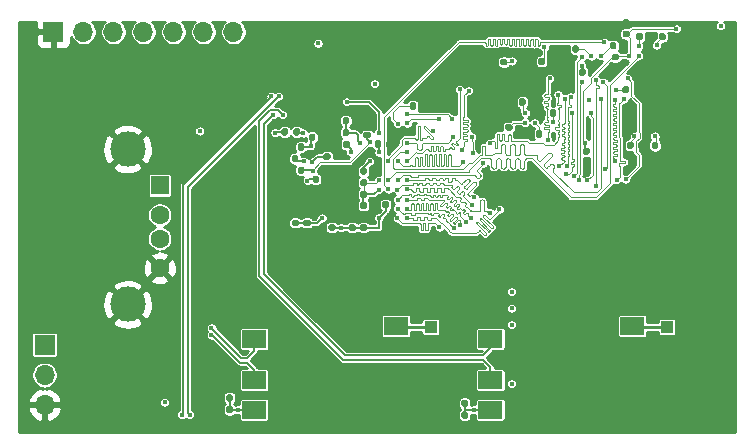
<source format=gbr>
%TF.GenerationSoftware,KiCad,Pcbnew,5.1.10-1.fc33*%
%TF.CreationDate,2021-08-29T12:40:12-07:00*%
%TF.ProjectId,hardware,68617264-7761-4726-952e-6b696361645f,rev?*%
%TF.SameCoordinates,Original*%
%TF.FileFunction,Copper,L4,Bot*%
%TF.FilePolarity,Positive*%
%FSLAX46Y46*%
G04 Gerber Fmt 4.6, Leading zero omitted, Abs format (unit mm)*
G04 Created by KiCad (PCBNEW 5.1.10-1.fc33) date 2021-08-29 12:40:12*
%MOMM*%
%LPD*%
G01*
G04 APERTURE LIST*
%TA.AperFunction,ComponentPad*%
%ADD10C,1.600000*%
%TD*%
%TA.AperFunction,ComponentPad*%
%ADD11R,1.500000X1.600000*%
%TD*%
%TA.AperFunction,ComponentPad*%
%ADD12C,3.000000*%
%TD*%
%TA.AperFunction,ComponentPad*%
%ADD13O,1.700000X1.700000*%
%TD*%
%TA.AperFunction,ComponentPad*%
%ADD14R,1.700000X1.700000*%
%TD*%
%TA.AperFunction,SMDPad,CuDef*%
%ADD15R,2.200000X1.050000*%
%TD*%
%TA.AperFunction,SMDPad,CuDef*%
%ADD16R,1.050000X1.000000*%
%TD*%
%TA.AperFunction,SMDPad,CuDef*%
%ADD17R,2.000000X1.500000*%
%TD*%
%TA.AperFunction,ViaPad*%
%ADD18C,0.400000*%
%TD*%
%TA.AperFunction,Conductor*%
%ADD19C,0.100000*%
%TD*%
%TA.AperFunction,Conductor*%
%ADD20C,0.150000*%
%TD*%
%TA.AperFunction,Conductor*%
%ADD21C,0.290000*%
%TD*%
%TA.AperFunction,Conductor*%
%ADD22C,0.254000*%
%TD*%
G04 APERTURE END LIST*
D10*
%TO.P,J2,4*%
%TO.N,GND*%
X99000000Y-116000000D03*
%TO.P,J2,3*%
%TO.N,/gpio/MUX1-USB1-DP*%
X99000000Y-113500000D03*
%TO.P,J2,2*%
%TO.N,/gpio/MUX1-USB1-DN*%
X99000000Y-111500000D03*
D11*
%TO.P,J2,1*%
%TO.N,Net-(J2-Pad1)*%
X99000000Y-109000000D03*
D12*
%TO.P,J2,5*%
%TO.N,GND*%
X96290000Y-119070000D03*
X96290000Y-105930000D03*
%TD*%
D13*
%TO.P,J4,3*%
%TO.N,GND*%
X89250000Y-127580000D03*
%TO.P,J4,2*%
%TO.N,/gpio/UART0_RX*%
X89250000Y-125040000D03*
D14*
%TO.P,J4,1*%
%TO.N,/gpio/UART0_TX*%
X89250000Y-122500000D03*
%TD*%
D13*
%TO.P,J3,7*%
%TO.N,+1V35*%
X105240000Y-96000000D03*
%TO.P,J3,6*%
%TO.N,+2V5*%
X102700000Y-96000000D03*
%TO.P,J3,5*%
%TO.N,+1V1*%
X100160000Y-96000000D03*
%TO.P,J3,4*%
%TO.N,+3V0*%
X97620000Y-96000000D03*
%TO.P,J3,3*%
%TO.N,+3V3*%
X95080000Y-96000000D03*
%TO.P,J3,2*%
%TO.N,+5V*%
X92540000Y-96000000D03*
D14*
%TO.P,J3,1*%
%TO.N,GND*%
X90000000Y-96000000D03*
%TD*%
D15*
%TO.P,AE2,2*%
%TO.N,GND*%
X143475000Y-122475000D03*
D16*
%TO.P,AE2,1*%
%TO.N,/gpio/RF2*%
X141950000Y-121000000D03*
D15*
%TO.P,AE2,2*%
%TO.N,GND*%
X143475000Y-119525000D03*
%TD*%
%TO.P,AE1,2*%
%TO.N,GND*%
X123475000Y-122475000D03*
D16*
%TO.P,AE1,1*%
%TO.N,/gpio/RF1*%
X121950000Y-121000000D03*
D15*
%TO.P,AE1,2*%
%TO.N,GND*%
X123475000Y-119525000D03*
%TD*%
%TO.P,C9,2*%
%TO.N,GND*%
%TA.AperFunction,SMDPad,CuDef*%
G36*
G01*
X104230000Y-127830000D02*
X104230000Y-128170000D01*
G75*
G02*
X104090000Y-128310000I-140000J0D01*
G01*
X103810000Y-128310000D01*
G75*
G02*
X103670000Y-128170000I0J140000D01*
G01*
X103670000Y-127830000D01*
G75*
G02*
X103810000Y-127690000I140000J0D01*
G01*
X104090000Y-127690000D01*
G75*
G02*
X104230000Y-127830000I0J-140000D01*
G01*
G37*
%TD.AperFunction*%
%TO.P,C9,1*%
%TO.N,+3V3*%
%TA.AperFunction,SMDPad,CuDef*%
G36*
G01*
X105190000Y-127830000D02*
X105190000Y-128170000D01*
G75*
G02*
X105050000Y-128310000I-140000J0D01*
G01*
X104770000Y-128310000D01*
G75*
G02*
X104630000Y-128170000I0J140000D01*
G01*
X104630000Y-127830000D01*
G75*
G02*
X104770000Y-127690000I140000J0D01*
G01*
X105050000Y-127690000D01*
G75*
G02*
X105190000Y-127830000I0J-140000D01*
G01*
G37*
%TD.AperFunction*%
%TD*%
%TO.P,C8,2*%
%TO.N,GND*%
%TA.AperFunction,SMDPad,CuDef*%
G36*
G01*
X104230000Y-126830000D02*
X104230000Y-127170000D01*
G75*
G02*
X104090000Y-127310000I-140000J0D01*
G01*
X103810000Y-127310000D01*
G75*
G02*
X103670000Y-127170000I0J140000D01*
G01*
X103670000Y-126830000D01*
G75*
G02*
X103810000Y-126690000I140000J0D01*
G01*
X104090000Y-126690000D01*
G75*
G02*
X104230000Y-126830000I0J-140000D01*
G01*
G37*
%TD.AperFunction*%
%TO.P,C8,1*%
%TO.N,+3V3*%
%TA.AperFunction,SMDPad,CuDef*%
G36*
G01*
X105190000Y-126830000D02*
X105190000Y-127170000D01*
G75*
G02*
X105050000Y-127310000I-140000J0D01*
G01*
X104770000Y-127310000D01*
G75*
G02*
X104630000Y-127170000I0J140000D01*
G01*
X104630000Y-126830000D01*
G75*
G02*
X104770000Y-126690000I140000J0D01*
G01*
X105050000Y-126690000D01*
G75*
G02*
X105190000Y-126830000I0J-140000D01*
G01*
G37*
%TD.AperFunction*%
%TD*%
%TO.P,C7,2*%
%TO.N,GND*%
%TA.AperFunction,SMDPad,CuDef*%
G36*
G01*
X124150000Y-128280000D02*
X124150000Y-128620000D01*
G75*
G02*
X124010000Y-128760000I-140000J0D01*
G01*
X123730000Y-128760000D01*
G75*
G02*
X123590000Y-128620000I0J140000D01*
G01*
X123590000Y-128280000D01*
G75*
G02*
X123730000Y-128140000I140000J0D01*
G01*
X124010000Y-128140000D01*
G75*
G02*
X124150000Y-128280000I0J-140000D01*
G01*
G37*
%TD.AperFunction*%
%TO.P,C7,1*%
%TO.N,+3V3*%
%TA.AperFunction,SMDPad,CuDef*%
G36*
G01*
X125110000Y-128280000D02*
X125110000Y-128620000D01*
G75*
G02*
X124970000Y-128760000I-140000J0D01*
G01*
X124690000Y-128760000D01*
G75*
G02*
X124550000Y-128620000I0J140000D01*
G01*
X124550000Y-128280000D01*
G75*
G02*
X124690000Y-128140000I140000J0D01*
G01*
X124970000Y-128140000D01*
G75*
G02*
X125110000Y-128280000I0J-140000D01*
G01*
G37*
%TD.AperFunction*%
%TD*%
%TO.P,C6,2*%
%TO.N,GND*%
%TA.AperFunction,SMDPad,CuDef*%
G36*
G01*
X124150000Y-127280000D02*
X124150000Y-127620000D01*
G75*
G02*
X124010000Y-127760000I-140000J0D01*
G01*
X123730000Y-127760000D01*
G75*
G02*
X123590000Y-127620000I0J140000D01*
G01*
X123590000Y-127280000D01*
G75*
G02*
X123730000Y-127140000I140000J0D01*
G01*
X124010000Y-127140000D01*
G75*
G02*
X124150000Y-127280000I0J-140000D01*
G01*
G37*
%TD.AperFunction*%
%TO.P,C6,1*%
%TO.N,+3V3*%
%TA.AperFunction,SMDPad,CuDef*%
G36*
G01*
X125110000Y-127280000D02*
X125110000Y-127620000D01*
G75*
G02*
X124970000Y-127760000I-140000J0D01*
G01*
X124690000Y-127760000D01*
G75*
G02*
X124550000Y-127620000I0J140000D01*
G01*
X124550000Y-127280000D01*
G75*
G02*
X124690000Y-127140000I140000J0D01*
G01*
X124970000Y-127140000D01*
G75*
G02*
X125110000Y-127280000I0J-140000D01*
G01*
G37*
%TD.AperFunction*%
%TD*%
D17*
%TO.P,U5,5*%
%TO.N,/gpio/USB0-DP*%
X127000000Y-122000000D03*
%TO.P,U5,3*%
%TO.N,+3V3*%
X127000000Y-128000000D03*
%TO.P,U5,4*%
%TO.N,/gpio/USB0-DN*%
X127000000Y-125500000D03*
%TO.P,U5,6*%
%TO.N,GND*%
X127000000Y-119500000D03*
%TO.P,U5,1*%
X139000000Y-118900000D03*
%TO.P,U5,2*%
%TO.N,/gpio/RF2*%
X139000000Y-120900000D03*
%TD*%
%TO.P,U4,5*%
%TO.N,/gpio/MUX2-USB1-DP*%
X107000000Y-122000000D03*
%TO.P,U4,3*%
%TO.N,+3V3*%
X107000000Y-128000000D03*
%TO.P,U4,4*%
%TO.N,/gpio/MUX2-USB1-DN*%
X107000000Y-125500000D03*
%TO.P,U4,6*%
%TO.N,GND*%
X107000000Y-119500000D03*
%TO.P,U4,1*%
X119000000Y-118900000D03*
%TO.P,U4,2*%
%TO.N,/gpio/RF1*%
X119000000Y-120900000D03*
%TD*%
%TO.P,C32,2*%
%TO.N,GND*%
%TA.AperFunction,SMDPad,CuDef*%
G36*
G01*
X134958000Y-106791100D02*
X135298000Y-106791100D01*
G75*
G02*
X135438000Y-106931100I0J-140000D01*
G01*
X135438000Y-107211100D01*
G75*
G02*
X135298000Y-107351100I-140000J0D01*
G01*
X134958000Y-107351100D01*
G75*
G02*
X134818000Y-107211100I0J140000D01*
G01*
X134818000Y-106931100D01*
G75*
G02*
X134958000Y-106791100I140000J0D01*
G01*
G37*
%TD.AperFunction*%
%TO.P,C32,1*%
%TO.N,Net-(C1-Pad2)*%
%TA.AperFunction,SMDPad,CuDef*%
G36*
G01*
X134958000Y-105831100D02*
X135298000Y-105831100D01*
G75*
G02*
X135438000Y-105971100I0J-140000D01*
G01*
X135438000Y-106251100D01*
G75*
G02*
X135298000Y-106391100I-140000J0D01*
G01*
X134958000Y-106391100D01*
G75*
G02*
X134818000Y-106251100I0J140000D01*
G01*
X134818000Y-105971100D01*
G75*
G02*
X134958000Y-105831100I140000J0D01*
G01*
G37*
%TD.AperFunction*%
%TD*%
%TO.P,C99,2*%
%TO.N,GND*%
%TA.AperFunction,SMDPad,CuDef*%
G36*
G01*
X109782000Y-106560800D02*
X109782000Y-106900800D01*
G75*
G02*
X109642000Y-107040800I-140000J0D01*
G01*
X109362000Y-107040800D01*
G75*
G02*
X109222000Y-106900800I0J140000D01*
G01*
X109222000Y-106560800D01*
G75*
G02*
X109362000Y-106420800I140000J0D01*
G01*
X109642000Y-106420800D01*
G75*
G02*
X109782000Y-106560800I0J-140000D01*
G01*
G37*
%TD.AperFunction*%
%TO.P,C99,1*%
%TO.N,Net-(C99-Pad1)*%
%TA.AperFunction,SMDPad,CuDef*%
G36*
G01*
X110742000Y-106560800D02*
X110742000Y-106900800D01*
G75*
G02*
X110602000Y-107040800I-140000J0D01*
G01*
X110322000Y-107040800D01*
G75*
G02*
X110182000Y-106900800I0J140000D01*
G01*
X110182000Y-106560800D01*
G75*
G02*
X110322000Y-106420800I140000J0D01*
G01*
X110602000Y-106420800D01*
G75*
G02*
X110742000Y-106560800I0J-140000D01*
G01*
G37*
%TD.AperFunction*%
%TD*%
%TO.P,C92,2*%
%TO.N,GND*%
%TA.AperFunction,SMDPad,CuDef*%
G36*
G01*
X128300300Y-97879500D02*
X127960300Y-97879500D01*
G75*
G02*
X127820300Y-97739500I0J140000D01*
G01*
X127820300Y-97459500D01*
G75*
G02*
X127960300Y-97319500I140000J0D01*
G01*
X128300300Y-97319500D01*
G75*
G02*
X128440300Y-97459500I0J-140000D01*
G01*
X128440300Y-97739500D01*
G75*
G02*
X128300300Y-97879500I-140000J0D01*
G01*
G37*
%TD.AperFunction*%
%TO.P,C92,1*%
%TO.N,+1V35*%
%TA.AperFunction,SMDPad,CuDef*%
G36*
G01*
X128300300Y-98839500D02*
X127960300Y-98839500D01*
G75*
G02*
X127820300Y-98699500I0J140000D01*
G01*
X127820300Y-98419500D01*
G75*
G02*
X127960300Y-98279500I140000J0D01*
G01*
X128300300Y-98279500D01*
G75*
G02*
X128440300Y-98419500I0J-140000D01*
G01*
X128440300Y-98699500D01*
G75*
G02*
X128300300Y-98839500I-140000J0D01*
G01*
G37*
%TD.AperFunction*%
%TD*%
%TO.P,C91,2*%
%TO.N,GND*%
%TA.AperFunction,SMDPad,CuDef*%
G36*
G01*
X139519000Y-105783200D02*
X139519000Y-105443200D01*
G75*
G02*
X139659000Y-105303200I140000J0D01*
G01*
X139939000Y-105303200D01*
G75*
G02*
X140079000Y-105443200I0J-140000D01*
G01*
X140079000Y-105783200D01*
G75*
G02*
X139939000Y-105923200I-140000J0D01*
G01*
X139659000Y-105923200D01*
G75*
G02*
X139519000Y-105783200I0J140000D01*
G01*
G37*
%TD.AperFunction*%
%TO.P,C91,1*%
%TO.N,+1V35*%
%TA.AperFunction,SMDPad,CuDef*%
G36*
G01*
X138559000Y-105783200D02*
X138559000Y-105443200D01*
G75*
G02*
X138699000Y-105303200I140000J0D01*
G01*
X138979000Y-105303200D01*
G75*
G02*
X139119000Y-105443200I0J-140000D01*
G01*
X139119000Y-105783200D01*
G75*
G02*
X138979000Y-105923200I-140000J0D01*
G01*
X138699000Y-105923200D01*
G75*
G02*
X138559000Y-105783200I0J140000D01*
G01*
G37*
%TD.AperFunction*%
%TD*%
%TO.P,C90,2*%
%TO.N,GND*%
%TA.AperFunction,SMDPad,CuDef*%
G36*
G01*
X130375000Y-102112900D02*
X130375000Y-101772900D01*
G75*
G02*
X130515000Y-101632900I140000J0D01*
G01*
X130795000Y-101632900D01*
G75*
G02*
X130935000Y-101772900I0J-140000D01*
G01*
X130935000Y-102112900D01*
G75*
G02*
X130795000Y-102252900I-140000J0D01*
G01*
X130515000Y-102252900D01*
G75*
G02*
X130375000Y-102112900I0J140000D01*
G01*
G37*
%TD.AperFunction*%
%TO.P,C90,1*%
%TO.N,+1V35*%
%TA.AperFunction,SMDPad,CuDef*%
G36*
G01*
X129415000Y-102112900D02*
X129415000Y-101772900D01*
G75*
G02*
X129555000Y-101632900I140000J0D01*
G01*
X129835000Y-101632900D01*
G75*
G02*
X129975000Y-101772900I0J-140000D01*
G01*
X129975000Y-102112900D01*
G75*
G02*
X129835000Y-102252900I-140000J0D01*
G01*
X129555000Y-102252900D01*
G75*
G02*
X129415000Y-102112900I0J140000D01*
G01*
G37*
%TD.AperFunction*%
%TD*%
%TO.P,C89,2*%
%TO.N,GND*%
%TA.AperFunction,SMDPad,CuDef*%
G36*
G01*
X141611960Y-105798440D02*
X141611960Y-105458440D01*
G75*
G02*
X141751960Y-105318440I140000J0D01*
G01*
X142031960Y-105318440D01*
G75*
G02*
X142171960Y-105458440I0J-140000D01*
G01*
X142171960Y-105798440D01*
G75*
G02*
X142031960Y-105938440I-140000J0D01*
G01*
X141751960Y-105938440D01*
G75*
G02*
X141611960Y-105798440I0J140000D01*
G01*
G37*
%TD.AperFunction*%
%TO.P,C89,1*%
%TO.N,+1V35*%
%TA.AperFunction,SMDPad,CuDef*%
G36*
G01*
X140651960Y-105798440D02*
X140651960Y-105458440D01*
G75*
G02*
X140791960Y-105318440I140000J0D01*
G01*
X141071960Y-105318440D01*
G75*
G02*
X141211960Y-105458440I0J-140000D01*
G01*
X141211960Y-105798440D01*
G75*
G02*
X141071960Y-105938440I-140000J0D01*
G01*
X140791960Y-105938440D01*
G75*
G02*
X140651960Y-105798440I0J140000D01*
G01*
G37*
%TD.AperFunction*%
%TD*%
%TO.P,C87,2*%
%TO.N,GND*%
%TA.AperFunction,SMDPad,CuDef*%
G36*
G01*
X128732100Y-103393900D02*
X128392100Y-103393900D01*
G75*
G02*
X128252100Y-103253900I0J140000D01*
G01*
X128252100Y-102973900D01*
G75*
G02*
X128392100Y-102833900I140000J0D01*
G01*
X128732100Y-102833900D01*
G75*
G02*
X128872100Y-102973900I0J-140000D01*
G01*
X128872100Y-103253900D01*
G75*
G02*
X128732100Y-103393900I-140000J0D01*
G01*
G37*
%TD.AperFunction*%
%TO.P,C87,1*%
%TO.N,+1V35*%
%TA.AperFunction,SMDPad,CuDef*%
G36*
G01*
X128732100Y-104353900D02*
X128392100Y-104353900D01*
G75*
G02*
X128252100Y-104213900I0J140000D01*
G01*
X128252100Y-103933900D01*
G75*
G02*
X128392100Y-103793900I140000J0D01*
G01*
X128732100Y-103793900D01*
G75*
G02*
X128872100Y-103933900I0J-140000D01*
G01*
X128872100Y-104213900D01*
G75*
G02*
X128732100Y-104353900I-140000J0D01*
G01*
G37*
%TD.AperFunction*%
%TD*%
%TO.P,C86,2*%
%TO.N,GND*%
%TA.AperFunction,SMDPad,CuDef*%
G36*
G01*
X130442360Y-104483080D02*
X130442360Y-104823080D01*
G75*
G02*
X130302360Y-104963080I-140000J0D01*
G01*
X130022360Y-104963080D01*
G75*
G02*
X129882360Y-104823080I0J140000D01*
G01*
X129882360Y-104483080D01*
G75*
G02*
X130022360Y-104343080I140000J0D01*
G01*
X130302360Y-104343080D01*
G75*
G02*
X130442360Y-104483080I0J-140000D01*
G01*
G37*
%TD.AperFunction*%
%TO.P,C86,1*%
%TO.N,+1V35*%
%TA.AperFunction,SMDPad,CuDef*%
G36*
G01*
X131402360Y-104483080D02*
X131402360Y-104823080D01*
G75*
G02*
X131262360Y-104963080I-140000J0D01*
G01*
X130982360Y-104963080D01*
G75*
G02*
X130842360Y-104823080I0J140000D01*
G01*
X130842360Y-104483080D01*
G75*
G02*
X130982360Y-104343080I140000J0D01*
G01*
X131262360Y-104343080D01*
G75*
G02*
X131402360Y-104483080I0J-140000D01*
G01*
G37*
%TD.AperFunction*%
%TD*%
%TO.P,C85,2*%
%TO.N,GND*%
%TA.AperFunction,SMDPad,CuDef*%
G36*
G01*
X131626000Y-102712700D02*
X131626000Y-103052700D01*
G75*
G02*
X131486000Y-103192700I-140000J0D01*
G01*
X131206000Y-103192700D01*
G75*
G02*
X131066000Y-103052700I0J140000D01*
G01*
X131066000Y-102712700D01*
G75*
G02*
X131206000Y-102572700I140000J0D01*
G01*
X131486000Y-102572700D01*
G75*
G02*
X131626000Y-102712700I0J-140000D01*
G01*
G37*
%TD.AperFunction*%
%TO.P,C85,1*%
%TO.N,+1V35*%
%TA.AperFunction,SMDPad,CuDef*%
G36*
G01*
X132586000Y-102712700D02*
X132586000Y-103052700D01*
G75*
G02*
X132446000Y-103192700I-140000J0D01*
G01*
X132166000Y-103192700D01*
G75*
G02*
X132026000Y-103052700I0J140000D01*
G01*
X132026000Y-102712700D01*
G75*
G02*
X132166000Y-102572700I140000J0D01*
G01*
X132446000Y-102572700D01*
G75*
G02*
X132586000Y-102712700I0J-140000D01*
G01*
G37*
%TD.AperFunction*%
%TD*%
%TO.P,C82,2*%
%TO.N,GND*%
%TA.AperFunction,SMDPad,CuDef*%
G36*
G01*
X139138000Y-101058800D02*
X139138000Y-100718800D01*
G75*
G02*
X139278000Y-100578800I140000J0D01*
G01*
X139558000Y-100578800D01*
G75*
G02*
X139698000Y-100718800I0J-140000D01*
G01*
X139698000Y-101058800D01*
G75*
G02*
X139558000Y-101198800I-140000J0D01*
G01*
X139278000Y-101198800D01*
G75*
G02*
X139138000Y-101058800I0J140000D01*
G01*
G37*
%TD.AperFunction*%
%TO.P,C82,1*%
%TO.N,+1V35*%
%TA.AperFunction,SMDPad,CuDef*%
G36*
G01*
X138178000Y-101058800D02*
X138178000Y-100718800D01*
G75*
G02*
X138318000Y-100578800I140000J0D01*
G01*
X138598000Y-100578800D01*
G75*
G02*
X138738000Y-100718800I0J-140000D01*
G01*
X138738000Y-101058800D01*
G75*
G02*
X138598000Y-101198800I-140000J0D01*
G01*
X138318000Y-101198800D01*
G75*
G02*
X138178000Y-101058800I0J140000D01*
G01*
G37*
%TD.AperFunction*%
%TD*%
%TO.P,C80,2*%
%TO.N,GND*%
%TA.AperFunction,SMDPad,CuDef*%
G36*
G01*
X133531000Y-97277100D02*
X133531000Y-97617100D01*
G75*
G02*
X133391000Y-97757100I-140000J0D01*
G01*
X133111000Y-97757100D01*
G75*
G02*
X132971000Y-97617100I0J140000D01*
G01*
X132971000Y-97277100D01*
G75*
G02*
X133111000Y-97137100I140000J0D01*
G01*
X133391000Y-97137100D01*
G75*
G02*
X133531000Y-97277100I0J-140000D01*
G01*
G37*
%TD.AperFunction*%
%TO.P,C80,1*%
%TO.N,+1V35*%
%TA.AperFunction,SMDPad,CuDef*%
G36*
G01*
X134491000Y-97277100D02*
X134491000Y-97617100D01*
G75*
G02*
X134351000Y-97757100I-140000J0D01*
G01*
X134071000Y-97757100D01*
G75*
G02*
X133931000Y-97617100I0J140000D01*
G01*
X133931000Y-97277100D01*
G75*
G02*
X134071000Y-97137100I140000J0D01*
G01*
X134351000Y-97137100D01*
G75*
G02*
X134491000Y-97277100I0J-140000D01*
G01*
G37*
%TD.AperFunction*%
%TD*%
%TO.P,C79,2*%
%TO.N,GND*%
%TA.AperFunction,SMDPad,CuDef*%
G36*
G01*
X134102500Y-99232900D02*
X134102500Y-99572900D01*
G75*
G02*
X133962500Y-99712900I-140000J0D01*
G01*
X133682500Y-99712900D01*
G75*
G02*
X133542500Y-99572900I0J140000D01*
G01*
X133542500Y-99232900D01*
G75*
G02*
X133682500Y-99092900I140000J0D01*
G01*
X133962500Y-99092900D01*
G75*
G02*
X134102500Y-99232900I0J-140000D01*
G01*
G37*
%TD.AperFunction*%
%TO.P,C79,1*%
%TO.N,+1V35*%
%TA.AperFunction,SMDPad,CuDef*%
G36*
G01*
X135062500Y-99232900D02*
X135062500Y-99572900D01*
G75*
G02*
X134922500Y-99712900I-140000J0D01*
G01*
X134642500Y-99712900D01*
G75*
G02*
X134502500Y-99572900I0J140000D01*
G01*
X134502500Y-99232900D01*
G75*
G02*
X134642500Y-99092900I140000J0D01*
G01*
X134922500Y-99092900D01*
G75*
G02*
X135062500Y-99232900I0J-140000D01*
G01*
G37*
%TD.AperFunction*%
%TD*%
%TO.P,C77,2*%
%TO.N,GND*%
%TA.AperFunction,SMDPad,CuDef*%
G36*
G01*
X138071200Y-97350400D02*
X138071200Y-97010400D01*
G75*
G02*
X138211200Y-96870400I140000J0D01*
G01*
X138491200Y-96870400D01*
G75*
G02*
X138631200Y-97010400I0J-140000D01*
G01*
X138631200Y-97350400D01*
G75*
G02*
X138491200Y-97490400I-140000J0D01*
G01*
X138211200Y-97490400D01*
G75*
G02*
X138071200Y-97350400I0J140000D01*
G01*
G37*
%TD.AperFunction*%
%TO.P,C77,1*%
%TO.N,+1V35*%
%TA.AperFunction,SMDPad,CuDef*%
G36*
G01*
X137111200Y-97350400D02*
X137111200Y-97010400D01*
G75*
G02*
X137251200Y-96870400I140000J0D01*
G01*
X137531200Y-96870400D01*
G75*
G02*
X137671200Y-97010400I0J-140000D01*
G01*
X137671200Y-97350400D01*
G75*
G02*
X137531200Y-97490400I-140000J0D01*
G01*
X137251200Y-97490400D01*
G75*
G02*
X137111200Y-97350400I0J140000D01*
G01*
G37*
%TD.AperFunction*%
%TD*%
%TO.P,C76,2*%
%TO.N,GND*%
%TA.AperFunction,SMDPad,CuDef*%
G36*
G01*
X140293700Y-96575700D02*
X140293700Y-96235700D01*
G75*
G02*
X140433700Y-96095700I140000J0D01*
G01*
X140713700Y-96095700D01*
G75*
G02*
X140853700Y-96235700I0J-140000D01*
G01*
X140853700Y-96575700D01*
G75*
G02*
X140713700Y-96715700I-140000J0D01*
G01*
X140433700Y-96715700D01*
G75*
G02*
X140293700Y-96575700I0J140000D01*
G01*
G37*
%TD.AperFunction*%
%TO.P,C76,1*%
%TO.N,+1V35*%
%TA.AperFunction,SMDPad,CuDef*%
G36*
G01*
X139333700Y-96575700D02*
X139333700Y-96235700D01*
G75*
G02*
X139473700Y-96095700I140000J0D01*
G01*
X139753700Y-96095700D01*
G75*
G02*
X139893700Y-96235700I0J-140000D01*
G01*
X139893700Y-96575700D01*
G75*
G02*
X139753700Y-96715700I-140000J0D01*
G01*
X139473700Y-96715700D01*
G75*
G02*
X139333700Y-96575700I0J140000D01*
G01*
G37*
%TD.AperFunction*%
%TD*%
%TO.P,C75,2*%
%TO.N,GND*%
%TA.AperFunction,SMDPad,CuDef*%
G36*
G01*
X142224100Y-96575700D02*
X142224100Y-96235700D01*
G75*
G02*
X142364100Y-96095700I140000J0D01*
G01*
X142644100Y-96095700D01*
G75*
G02*
X142784100Y-96235700I0J-140000D01*
G01*
X142784100Y-96575700D01*
G75*
G02*
X142644100Y-96715700I-140000J0D01*
G01*
X142364100Y-96715700D01*
G75*
G02*
X142224100Y-96575700I0J140000D01*
G01*
G37*
%TD.AperFunction*%
%TO.P,C75,1*%
%TO.N,+1V35*%
%TA.AperFunction,SMDPad,CuDef*%
G36*
G01*
X141264100Y-96575700D02*
X141264100Y-96235700D01*
G75*
G02*
X141404100Y-96095700I140000J0D01*
G01*
X141684100Y-96095700D01*
G75*
G02*
X141824100Y-96235700I0J-140000D01*
G01*
X141824100Y-96575700D01*
G75*
G02*
X141684100Y-96715700I-140000J0D01*
G01*
X141404100Y-96715700D01*
G75*
G02*
X141264100Y-96575700I0J140000D01*
G01*
G37*
%TD.AperFunction*%
%TD*%
%TO.P,C74,2*%
%TO.N,GND*%
%TA.AperFunction,SMDPad,CuDef*%
G36*
G01*
X130660800Y-98331200D02*
X130660800Y-98671200D01*
G75*
G02*
X130520800Y-98811200I-140000J0D01*
G01*
X130240800Y-98811200D01*
G75*
G02*
X130100800Y-98671200I0J140000D01*
G01*
X130100800Y-98331200D01*
G75*
G02*
X130240800Y-98191200I140000J0D01*
G01*
X130520800Y-98191200D01*
G75*
G02*
X130660800Y-98331200I0J-140000D01*
G01*
G37*
%TD.AperFunction*%
%TO.P,C74,1*%
%TO.N,+1V35*%
%TA.AperFunction,SMDPad,CuDef*%
G36*
G01*
X131620800Y-98331200D02*
X131620800Y-98671200D01*
G75*
G02*
X131480800Y-98811200I-140000J0D01*
G01*
X131200800Y-98811200D01*
G75*
G02*
X131060800Y-98671200I0J140000D01*
G01*
X131060800Y-98331200D01*
G75*
G02*
X131200800Y-98191200I140000J0D01*
G01*
X131480800Y-98191200D01*
G75*
G02*
X131620800Y-98331200I0J-140000D01*
G01*
G37*
%TD.AperFunction*%
%TD*%
%TO.P,C70,2*%
%TO.N,GND*%
%TA.AperFunction,SMDPad,CuDef*%
G36*
G01*
X110660000Y-111496500D02*
X110320000Y-111496500D01*
G75*
G02*
X110180000Y-111356500I0J140000D01*
G01*
X110180000Y-111076500D01*
G75*
G02*
X110320000Y-110936500I140000J0D01*
G01*
X110660000Y-110936500D01*
G75*
G02*
X110800000Y-111076500I0J-140000D01*
G01*
X110800000Y-111356500D01*
G75*
G02*
X110660000Y-111496500I-140000J0D01*
G01*
G37*
%TD.AperFunction*%
%TO.P,C70,1*%
%TO.N,+3V3*%
%TA.AperFunction,SMDPad,CuDef*%
G36*
G01*
X110660000Y-112456500D02*
X110320000Y-112456500D01*
G75*
G02*
X110180000Y-112316500I0J140000D01*
G01*
X110180000Y-112036500D01*
G75*
G02*
X110320000Y-111896500I140000J0D01*
G01*
X110660000Y-111896500D01*
G75*
G02*
X110800000Y-112036500I0J-140000D01*
G01*
X110800000Y-112316500D01*
G75*
G02*
X110660000Y-112456500I-140000J0D01*
G01*
G37*
%TD.AperFunction*%
%TD*%
%TO.P,C69,2*%
%TO.N,GND*%
%TA.AperFunction,SMDPad,CuDef*%
G36*
G01*
X110290000Y-105570200D02*
X110290000Y-105910200D01*
G75*
G02*
X110150000Y-106050200I-140000J0D01*
G01*
X109870000Y-106050200D01*
G75*
G02*
X109730000Y-105910200I0J140000D01*
G01*
X109730000Y-105570200D01*
G75*
G02*
X109870000Y-105430200I140000J0D01*
G01*
X110150000Y-105430200D01*
G75*
G02*
X110290000Y-105570200I0J-140000D01*
G01*
G37*
%TD.AperFunction*%
%TO.P,C69,1*%
%TO.N,+1V1*%
%TA.AperFunction,SMDPad,CuDef*%
G36*
G01*
X111250000Y-105570200D02*
X111250000Y-105910200D01*
G75*
G02*
X111110000Y-106050200I-140000J0D01*
G01*
X110830000Y-106050200D01*
G75*
G02*
X110690000Y-105910200I0J140000D01*
G01*
X110690000Y-105570200D01*
G75*
G02*
X110830000Y-105430200I140000J0D01*
G01*
X111110000Y-105430200D01*
G75*
G02*
X111250000Y-105570200I0J-140000D01*
G01*
G37*
%TD.AperFunction*%
%TD*%
%TO.P,C68,2*%
%TO.N,GND*%
%TA.AperFunction,SMDPad,CuDef*%
G36*
G01*
X111637900Y-111496500D02*
X111297900Y-111496500D01*
G75*
G02*
X111157900Y-111356500I0J140000D01*
G01*
X111157900Y-111076500D01*
G75*
G02*
X111297900Y-110936500I140000J0D01*
G01*
X111637900Y-110936500D01*
G75*
G02*
X111777900Y-111076500I0J-140000D01*
G01*
X111777900Y-111356500D01*
G75*
G02*
X111637900Y-111496500I-140000J0D01*
G01*
G37*
%TD.AperFunction*%
%TO.P,C68,1*%
%TO.N,+3V3*%
%TA.AperFunction,SMDPad,CuDef*%
G36*
G01*
X111637900Y-112456500D02*
X111297900Y-112456500D01*
G75*
G02*
X111157900Y-112316500I0J140000D01*
G01*
X111157900Y-112036500D01*
G75*
G02*
X111297900Y-111896500I140000J0D01*
G01*
X111637900Y-111896500D01*
G75*
G02*
X111777900Y-112036500I0J-140000D01*
G01*
X111777900Y-112316500D01*
G75*
G02*
X111637900Y-112456500I-140000J0D01*
G01*
G37*
%TD.AperFunction*%
%TD*%
%TO.P,C67,2*%
%TO.N,GND*%
%TA.AperFunction,SMDPad,CuDef*%
G36*
G01*
X115585900Y-107614900D02*
X115585900Y-107954900D01*
G75*
G02*
X115445900Y-108094900I-140000J0D01*
G01*
X115165900Y-108094900D01*
G75*
G02*
X115025900Y-107954900I0J140000D01*
G01*
X115025900Y-107614900D01*
G75*
G02*
X115165900Y-107474900I140000J0D01*
G01*
X115445900Y-107474900D01*
G75*
G02*
X115585900Y-107614900I0J-140000D01*
G01*
G37*
%TD.AperFunction*%
%TO.P,C67,1*%
%TO.N,+1V1*%
%TA.AperFunction,SMDPad,CuDef*%
G36*
G01*
X116545900Y-107614900D02*
X116545900Y-107954900D01*
G75*
G02*
X116405900Y-108094900I-140000J0D01*
G01*
X116125900Y-108094900D01*
G75*
G02*
X115985900Y-107954900I0J140000D01*
G01*
X115985900Y-107614900D01*
G75*
G02*
X116125900Y-107474900I140000J0D01*
G01*
X116405900Y-107474900D01*
G75*
G02*
X116545900Y-107614900I0J-140000D01*
G01*
G37*
%TD.AperFunction*%
%TD*%
%TO.P,C66,2*%
%TO.N,GND*%
%TA.AperFunction,SMDPad,CuDef*%
G36*
G01*
X110290000Y-107551400D02*
X110290000Y-107891400D01*
G75*
G02*
X110150000Y-108031400I-140000J0D01*
G01*
X109870000Y-108031400D01*
G75*
G02*
X109730000Y-107891400I0J140000D01*
G01*
X109730000Y-107551400D01*
G75*
G02*
X109870000Y-107411400I140000J0D01*
G01*
X110150000Y-107411400D01*
G75*
G02*
X110290000Y-107551400I0J-140000D01*
G01*
G37*
%TD.AperFunction*%
%TO.P,C66,1*%
%TO.N,+3V3*%
%TA.AperFunction,SMDPad,CuDef*%
G36*
G01*
X111250000Y-107551400D02*
X111250000Y-107891400D01*
G75*
G02*
X111110000Y-108031400I-140000J0D01*
G01*
X110830000Y-108031400D01*
G75*
G02*
X110690000Y-107891400I0J140000D01*
G01*
X110690000Y-107551400D01*
G75*
G02*
X110830000Y-107411400I140000J0D01*
G01*
X111110000Y-107411400D01*
G75*
G02*
X111250000Y-107551400I0J-140000D01*
G01*
G37*
%TD.AperFunction*%
%TD*%
%TO.P,C65,2*%
%TO.N,GND*%
%TA.AperFunction,SMDPad,CuDef*%
G36*
G01*
X114087300Y-104363700D02*
X114087300Y-104703700D01*
G75*
G02*
X113947300Y-104843700I-140000J0D01*
G01*
X113667300Y-104843700D01*
G75*
G02*
X113527300Y-104703700I0J140000D01*
G01*
X113527300Y-104363700D01*
G75*
G02*
X113667300Y-104223700I140000J0D01*
G01*
X113947300Y-104223700D01*
G75*
G02*
X114087300Y-104363700I0J-140000D01*
G01*
G37*
%TD.AperFunction*%
%TO.P,C65,1*%
%TO.N,+1V1*%
%TA.AperFunction,SMDPad,CuDef*%
G36*
G01*
X115047300Y-104363700D02*
X115047300Y-104703700D01*
G75*
G02*
X114907300Y-104843700I-140000J0D01*
G01*
X114627300Y-104843700D01*
G75*
G02*
X114487300Y-104703700I0J140000D01*
G01*
X114487300Y-104363700D01*
G75*
G02*
X114627300Y-104223700I140000J0D01*
G01*
X114907300Y-104223700D01*
G75*
G02*
X115047300Y-104363700I0J-140000D01*
G01*
G37*
%TD.AperFunction*%
%TD*%
%TO.P,C64,2*%
%TO.N,GND*%
%TA.AperFunction,SMDPad,CuDef*%
G36*
G01*
X116730600Y-104067000D02*
X116390600Y-104067000D01*
G75*
G02*
X116250600Y-103927000I0J140000D01*
G01*
X116250600Y-103647000D01*
G75*
G02*
X116390600Y-103507000I140000J0D01*
G01*
X116730600Y-103507000D01*
G75*
G02*
X116870600Y-103647000I0J-140000D01*
G01*
X116870600Y-103927000D01*
G75*
G02*
X116730600Y-104067000I-140000J0D01*
G01*
G37*
%TD.AperFunction*%
%TO.P,C64,1*%
%TO.N,+3V3*%
%TA.AperFunction,SMDPad,CuDef*%
G36*
G01*
X116730600Y-105027000D02*
X116390600Y-105027000D01*
G75*
G02*
X116250600Y-104887000I0J140000D01*
G01*
X116250600Y-104607000D01*
G75*
G02*
X116390600Y-104467000I140000J0D01*
G01*
X116730600Y-104467000D01*
G75*
G02*
X116870600Y-104607000I0J-140000D01*
G01*
X116870600Y-104887000D01*
G75*
G02*
X116730600Y-105027000I-140000J0D01*
G01*
G37*
%TD.AperFunction*%
%TD*%
%TO.P,C59,2*%
%TO.N,GND*%
%TA.AperFunction,SMDPad,CuDef*%
G36*
G01*
X112582300Y-105097400D02*
X112582300Y-104757400D01*
G75*
G02*
X112722300Y-104617400I140000J0D01*
G01*
X113002300Y-104617400D01*
G75*
G02*
X113142300Y-104757400I0J-140000D01*
G01*
X113142300Y-105097400D01*
G75*
G02*
X113002300Y-105237400I-140000J0D01*
G01*
X112722300Y-105237400D01*
G75*
G02*
X112582300Y-105097400I0J140000D01*
G01*
G37*
%TD.AperFunction*%
%TO.P,C59,1*%
%TO.N,+1V1*%
%TA.AperFunction,SMDPad,CuDef*%
G36*
G01*
X111622300Y-105097400D02*
X111622300Y-104757400D01*
G75*
G02*
X111762300Y-104617400I140000J0D01*
G01*
X112042300Y-104617400D01*
G75*
G02*
X112182300Y-104757400I0J-140000D01*
G01*
X112182300Y-105097400D01*
G75*
G02*
X112042300Y-105237400I-140000J0D01*
G01*
X111762300Y-105237400D01*
G75*
G02*
X111622300Y-105097400I0J140000D01*
G01*
G37*
%TD.AperFunction*%
%TD*%
%TO.P,C56,2*%
%TO.N,GND*%
%TA.AperFunction,SMDPad,CuDef*%
G36*
G01*
X113746100Y-111887600D02*
X113406100Y-111887600D01*
G75*
G02*
X113266100Y-111747600I0J140000D01*
G01*
X113266100Y-111467600D01*
G75*
G02*
X113406100Y-111327600I140000J0D01*
G01*
X113746100Y-111327600D01*
G75*
G02*
X113886100Y-111467600I0J-140000D01*
G01*
X113886100Y-111747600D01*
G75*
G02*
X113746100Y-111887600I-140000J0D01*
G01*
G37*
%TD.AperFunction*%
%TO.P,C56,1*%
%TO.N,+1V1*%
%TA.AperFunction,SMDPad,CuDef*%
G36*
G01*
X113746100Y-112847600D02*
X113406100Y-112847600D01*
G75*
G02*
X113266100Y-112707600I0J140000D01*
G01*
X113266100Y-112427600D01*
G75*
G02*
X113406100Y-112287600I140000J0D01*
G01*
X113746100Y-112287600D01*
G75*
G02*
X113886100Y-112427600I0J-140000D01*
G01*
X113886100Y-112707600D01*
G75*
G02*
X113746100Y-112847600I-140000J0D01*
G01*
G37*
%TD.AperFunction*%
%TD*%
%TO.P,C55,2*%
%TO.N,GND*%
%TA.AperFunction,SMDPad,CuDef*%
G36*
G01*
X114087300Y-103347700D02*
X114087300Y-103687700D01*
G75*
G02*
X113947300Y-103827700I-140000J0D01*
G01*
X113667300Y-103827700D01*
G75*
G02*
X113527300Y-103687700I0J140000D01*
G01*
X113527300Y-103347700D01*
G75*
G02*
X113667300Y-103207700I140000J0D01*
G01*
X113947300Y-103207700D01*
G75*
G02*
X114087300Y-103347700I0J-140000D01*
G01*
G37*
%TD.AperFunction*%
%TO.P,C55,1*%
%TO.N,+1V1*%
%TA.AperFunction,SMDPad,CuDef*%
G36*
G01*
X115047300Y-103347700D02*
X115047300Y-103687700D01*
G75*
G02*
X114907300Y-103827700I-140000J0D01*
G01*
X114627300Y-103827700D01*
G75*
G02*
X114487300Y-103687700I0J140000D01*
G01*
X114487300Y-103347700D01*
G75*
G02*
X114627300Y-103207700I140000J0D01*
G01*
X114907300Y-103207700D01*
G75*
G02*
X115047300Y-103347700I0J-140000D01*
G01*
G37*
%TD.AperFunction*%
%TD*%
%TO.P,C54,2*%
%TO.N,GND*%
%TA.AperFunction,SMDPad,CuDef*%
G36*
G01*
X115573200Y-109583400D02*
X115573200Y-109923400D01*
G75*
G02*
X115433200Y-110063400I-140000J0D01*
G01*
X115153200Y-110063400D01*
G75*
G02*
X115013200Y-109923400I0J140000D01*
G01*
X115013200Y-109583400D01*
G75*
G02*
X115153200Y-109443400I140000J0D01*
G01*
X115433200Y-109443400D01*
G75*
G02*
X115573200Y-109583400I0J-140000D01*
G01*
G37*
%TD.AperFunction*%
%TO.P,C54,1*%
%TO.N,+1V35*%
%TA.AperFunction,SMDPad,CuDef*%
G36*
G01*
X116533200Y-109583400D02*
X116533200Y-109923400D01*
G75*
G02*
X116393200Y-110063400I-140000J0D01*
G01*
X116113200Y-110063400D01*
G75*
G02*
X115973200Y-109923400I0J140000D01*
G01*
X115973200Y-109583400D01*
G75*
G02*
X116113200Y-109443400I140000J0D01*
G01*
X116393200Y-109443400D01*
G75*
G02*
X116533200Y-109583400I0J-140000D01*
G01*
G37*
%TD.AperFunction*%
%TD*%
%TO.P,C53,2*%
%TO.N,GND*%
%TA.AperFunction,SMDPad,CuDef*%
G36*
G01*
X112899800Y-108653400D02*
X112899800Y-108313400D01*
G75*
G02*
X113039800Y-108173400I140000J0D01*
G01*
X113319800Y-108173400D01*
G75*
G02*
X113459800Y-108313400I0J-140000D01*
G01*
X113459800Y-108653400D01*
G75*
G02*
X113319800Y-108793400I-140000J0D01*
G01*
X113039800Y-108793400D01*
G75*
G02*
X112899800Y-108653400I0J140000D01*
G01*
G37*
%TD.AperFunction*%
%TO.P,C53,1*%
%TO.N,+3V0*%
%TA.AperFunction,SMDPad,CuDef*%
G36*
G01*
X111939800Y-108653400D02*
X111939800Y-108313400D01*
G75*
G02*
X112079800Y-108173400I140000J0D01*
G01*
X112359800Y-108173400D01*
G75*
G02*
X112499800Y-108313400I0J-140000D01*
G01*
X112499800Y-108653400D01*
G75*
G02*
X112359800Y-108793400I-140000J0D01*
G01*
X112079800Y-108793400D01*
G75*
G02*
X111939800Y-108653400I0J140000D01*
G01*
G37*
%TD.AperFunction*%
%TD*%
%TO.P,C48,2*%
%TO.N,GND*%
%TA.AperFunction,SMDPad,CuDef*%
G36*
G01*
X117437560Y-110467320D02*
X117437560Y-110807320D01*
G75*
G02*
X117297560Y-110947320I-140000J0D01*
G01*
X117017560Y-110947320D01*
G75*
G02*
X116877560Y-110807320I0J140000D01*
G01*
X116877560Y-110467320D01*
G75*
G02*
X117017560Y-110327320I140000J0D01*
G01*
X117297560Y-110327320D01*
G75*
G02*
X117437560Y-110467320I0J-140000D01*
G01*
G37*
%TD.AperFunction*%
%TO.P,C48,1*%
%TO.N,+1V1*%
%TA.AperFunction,SMDPad,CuDef*%
G36*
G01*
X118397560Y-110467320D02*
X118397560Y-110807320D01*
G75*
G02*
X118257560Y-110947320I-140000J0D01*
G01*
X117977560Y-110947320D01*
G75*
G02*
X117837560Y-110807320I0J140000D01*
G01*
X117837560Y-110467320D01*
G75*
G02*
X117977560Y-110327320I140000J0D01*
G01*
X118257560Y-110327320D01*
G75*
G02*
X118397560Y-110467320I0J-140000D01*
G01*
G37*
%TD.AperFunction*%
%TD*%
%TO.P,C43,2*%
%TO.N,GND*%
%TA.AperFunction,SMDPad,CuDef*%
G36*
G01*
X115473300Y-111895280D02*
X115133300Y-111895280D01*
G75*
G02*
X114993300Y-111755280I0J140000D01*
G01*
X114993300Y-111475280D01*
G75*
G02*
X115133300Y-111335280I140000J0D01*
G01*
X115473300Y-111335280D01*
G75*
G02*
X115613300Y-111475280I0J-140000D01*
G01*
X115613300Y-111755280D01*
G75*
G02*
X115473300Y-111895280I-140000J0D01*
G01*
G37*
%TD.AperFunction*%
%TO.P,C43,1*%
%TO.N,+1V1*%
%TA.AperFunction,SMDPad,CuDef*%
G36*
G01*
X115473300Y-112855280D02*
X115133300Y-112855280D01*
G75*
G02*
X114993300Y-112715280I0J140000D01*
G01*
X114993300Y-112435280D01*
G75*
G02*
X115133300Y-112295280I140000J0D01*
G01*
X115473300Y-112295280D01*
G75*
G02*
X115613300Y-112435280I0J-140000D01*
G01*
X115613300Y-112715280D01*
G75*
G02*
X115473300Y-112855280I-140000J0D01*
G01*
G37*
%TD.AperFunction*%
%TD*%
%TO.P,C42,2*%
%TO.N,GND*%
%TA.AperFunction,SMDPad,CuDef*%
G36*
G01*
X115585900Y-108605500D02*
X115585900Y-108945500D01*
G75*
G02*
X115445900Y-109085500I-140000J0D01*
G01*
X115165900Y-109085500D01*
G75*
G02*
X115025900Y-108945500I0J140000D01*
G01*
X115025900Y-108605500D01*
G75*
G02*
X115165900Y-108465500I140000J0D01*
G01*
X115445900Y-108465500D01*
G75*
G02*
X115585900Y-108605500I0J-140000D01*
G01*
G37*
%TD.AperFunction*%
%TO.P,C42,1*%
%TO.N,+1V35*%
%TA.AperFunction,SMDPad,CuDef*%
G36*
G01*
X116545900Y-108605500D02*
X116545900Y-108945500D01*
G75*
G02*
X116405900Y-109085500I-140000J0D01*
G01*
X116125900Y-109085500D01*
G75*
G02*
X115985900Y-108945500I0J140000D01*
G01*
X115985900Y-108605500D01*
G75*
G02*
X116125900Y-108465500I140000J0D01*
G01*
X116405900Y-108465500D01*
G75*
G02*
X116545900Y-108605500I0J-140000D01*
G01*
G37*
%TD.AperFunction*%
%TD*%
%TO.P,C40,2*%
%TO.N,GND*%
%TA.AperFunction,SMDPad,CuDef*%
G36*
G01*
X116418180Y-111895280D02*
X116078180Y-111895280D01*
G75*
G02*
X115938180Y-111755280I0J140000D01*
G01*
X115938180Y-111475280D01*
G75*
G02*
X116078180Y-111335280I140000J0D01*
G01*
X116418180Y-111335280D01*
G75*
G02*
X116558180Y-111475280I0J-140000D01*
G01*
X116558180Y-111755280D01*
G75*
G02*
X116418180Y-111895280I-140000J0D01*
G01*
G37*
%TD.AperFunction*%
%TO.P,C40,1*%
%TO.N,+1V1*%
%TA.AperFunction,SMDPad,CuDef*%
G36*
G01*
X116418180Y-112855280D02*
X116078180Y-112855280D01*
G75*
G02*
X115938180Y-112715280I0J140000D01*
G01*
X115938180Y-112435280D01*
G75*
G02*
X116078180Y-112295280I140000J0D01*
G01*
X116418180Y-112295280D01*
G75*
G02*
X116558180Y-112435280I0J-140000D01*
G01*
X116558180Y-112715280D01*
G75*
G02*
X116418180Y-112855280I-140000J0D01*
G01*
G37*
%TD.AperFunction*%
%TD*%
%TO.P,C38,2*%
%TO.N,GND*%
%TA.AperFunction,SMDPad,CuDef*%
G36*
G01*
X115573200Y-110523200D02*
X115573200Y-110863200D01*
G75*
G02*
X115433200Y-111003200I-140000J0D01*
G01*
X115153200Y-111003200D01*
G75*
G02*
X115013200Y-110863200I0J140000D01*
G01*
X115013200Y-110523200D01*
G75*
G02*
X115153200Y-110383200I140000J0D01*
G01*
X115433200Y-110383200D01*
G75*
G02*
X115573200Y-110523200I0J-140000D01*
G01*
G37*
%TD.AperFunction*%
%TO.P,C38,1*%
%TO.N,+1V35*%
%TA.AperFunction,SMDPad,CuDef*%
G36*
G01*
X116533200Y-110523200D02*
X116533200Y-110863200D01*
G75*
G02*
X116393200Y-111003200I-140000J0D01*
G01*
X116113200Y-111003200D01*
G75*
G02*
X115973200Y-110863200I0J140000D01*
G01*
X115973200Y-110523200D01*
G75*
G02*
X116113200Y-110383200I140000J0D01*
G01*
X116393200Y-110383200D01*
G75*
G02*
X116533200Y-110523200I0J-140000D01*
G01*
G37*
%TD.AperFunction*%
%TD*%
%TO.P,C37,2*%
%TO.N,GND*%
%TA.AperFunction,SMDPad,CuDef*%
G36*
G01*
X118163999Y-105671440D02*
X118163999Y-105331440D01*
G75*
G02*
X118303999Y-105191440I140000J0D01*
G01*
X118583999Y-105191440D01*
G75*
G02*
X118723999Y-105331440I0J-140000D01*
G01*
X118723999Y-105671440D01*
G75*
G02*
X118583999Y-105811440I-140000J0D01*
G01*
X118303999Y-105811440D01*
G75*
G02*
X118163999Y-105671440I0J140000D01*
G01*
G37*
%TD.AperFunction*%
%TO.P,C37,1*%
%TO.N,+3V0*%
%TA.AperFunction,SMDPad,CuDef*%
G36*
G01*
X117203999Y-105671440D02*
X117203999Y-105331440D01*
G75*
G02*
X117343999Y-105191440I140000J0D01*
G01*
X117623999Y-105191440D01*
G75*
G02*
X117763999Y-105331440I0J-140000D01*
G01*
X117763999Y-105671440D01*
G75*
G02*
X117623999Y-105811440I-140000J0D01*
G01*
X117343999Y-105811440D01*
G75*
G02*
X117203999Y-105671440I0J140000D01*
G01*
G37*
%TD.AperFunction*%
%TD*%
%TO.P,C31,2*%
%TO.N,GND*%
%TA.AperFunction,SMDPad,CuDef*%
G36*
G01*
X112987000Y-107248300D02*
X113327000Y-107248300D01*
G75*
G02*
X113467000Y-107388300I0J-140000D01*
G01*
X113467000Y-107668300D01*
G75*
G02*
X113327000Y-107808300I-140000J0D01*
G01*
X112987000Y-107808300D01*
G75*
G02*
X112847000Y-107668300I0J140000D01*
G01*
X112847000Y-107388300D01*
G75*
G02*
X112987000Y-107248300I140000J0D01*
G01*
G37*
%TD.AperFunction*%
%TO.P,C31,1*%
%TO.N,+3V0*%
%TA.AperFunction,SMDPad,CuDef*%
G36*
G01*
X112987000Y-106288300D02*
X113327000Y-106288300D01*
G75*
G02*
X113467000Y-106428300I0J-140000D01*
G01*
X113467000Y-106708300D01*
G75*
G02*
X113327000Y-106848300I-140000J0D01*
G01*
X112987000Y-106848300D01*
G75*
G02*
X112847000Y-106708300I0J140000D01*
G01*
X112847000Y-106428300D01*
G75*
G02*
X112987000Y-106288300I140000J0D01*
G01*
G37*
%TD.AperFunction*%
%TD*%
%TO.P,C3,2*%
%TO.N,GND*%
%TA.AperFunction,SMDPad,CuDef*%
G36*
G01*
X138670000Y-95500000D02*
X138330000Y-95500000D01*
G75*
G02*
X138190000Y-95360000I0J140000D01*
G01*
X138190000Y-95080000D01*
G75*
G02*
X138330000Y-94940000I140000J0D01*
G01*
X138670000Y-94940000D01*
G75*
G02*
X138810000Y-95080000I0J-140000D01*
G01*
X138810000Y-95360000D01*
G75*
G02*
X138670000Y-95500000I-140000J0D01*
G01*
G37*
%TD.AperFunction*%
%TO.P,C3,1*%
%TO.N,Net-(C1-Pad2)*%
%TA.AperFunction,SMDPad,CuDef*%
G36*
G01*
X138670000Y-96460000D02*
X138330000Y-96460000D01*
G75*
G02*
X138190000Y-96320000I0J140000D01*
G01*
X138190000Y-96040000D01*
G75*
G02*
X138330000Y-95900000I140000J0D01*
G01*
X138670000Y-95900000D01*
G75*
G02*
X138810000Y-96040000I0J-140000D01*
G01*
X138810000Y-96320000D01*
G75*
G02*
X138670000Y-96460000I-140000J0D01*
G01*
G37*
%TD.AperFunction*%
%TD*%
%TO.P,C2,2*%
%TO.N,GND*%
%TA.AperFunction,SMDPad,CuDef*%
G36*
G01*
X137409100Y-98815500D02*
X137749100Y-98815500D01*
G75*
G02*
X137889100Y-98955500I0J-140000D01*
G01*
X137889100Y-99235500D01*
G75*
G02*
X137749100Y-99375500I-140000J0D01*
G01*
X137409100Y-99375500D01*
G75*
G02*
X137269100Y-99235500I0J140000D01*
G01*
X137269100Y-98955500D01*
G75*
G02*
X137409100Y-98815500I140000J0D01*
G01*
G37*
%TD.AperFunction*%
%TO.P,C2,1*%
%TO.N,Net-(C1-Pad2)*%
%TA.AperFunction,SMDPad,CuDef*%
G36*
G01*
X137409100Y-97855500D02*
X137749100Y-97855500D01*
G75*
G02*
X137889100Y-97995500I0J-140000D01*
G01*
X137889100Y-98275500D01*
G75*
G02*
X137749100Y-98415500I-140000J0D01*
G01*
X137409100Y-98415500D01*
G75*
G02*
X137269100Y-98275500I0J140000D01*
G01*
X137269100Y-97995500D01*
G75*
G02*
X137409100Y-97855500I140000J0D01*
G01*
G37*
%TD.AperFunction*%
%TD*%
%TO.P,R30,2*%
%TO.N,+3V3*%
%TA.AperFunction,SMDPad,CuDef*%
G36*
G01*
X109843600Y-104285200D02*
X109843600Y-104655200D01*
G75*
G02*
X109708600Y-104790200I-135000J0D01*
G01*
X109438600Y-104790200D01*
G75*
G02*
X109303600Y-104655200I0J135000D01*
G01*
X109303600Y-104285200D01*
G75*
G02*
X109438600Y-104150200I135000J0D01*
G01*
X109708600Y-104150200D01*
G75*
G02*
X109843600Y-104285200I0J-135000D01*
G01*
G37*
%TD.AperFunction*%
%TO.P,R30,1*%
%TO.N,Net-(R30-Pad1)*%
%TA.AperFunction,SMDPad,CuDef*%
G36*
G01*
X110863600Y-104285200D02*
X110863600Y-104655200D01*
G75*
G02*
X110728600Y-104790200I-135000J0D01*
G01*
X110458600Y-104790200D01*
G75*
G02*
X110323600Y-104655200I0J135000D01*
G01*
X110323600Y-104285200D01*
G75*
G02*
X110458600Y-104150200I135000J0D01*
G01*
X110728600Y-104150200D01*
G75*
G02*
X110863600Y-104285200I0J-135000D01*
G01*
G37*
%TD.AperFunction*%
%TD*%
%TO.P,R26,2*%
%TO.N,GND*%
%TA.AperFunction,SMDPad,CuDef*%
G36*
G01*
X114060000Y-105339300D02*
X114060000Y-105709300D01*
G75*
G02*
X113925000Y-105844300I-135000J0D01*
G01*
X113655000Y-105844300D01*
G75*
G02*
X113520000Y-105709300I0J135000D01*
G01*
X113520000Y-105339300D01*
G75*
G02*
X113655000Y-105204300I135000J0D01*
G01*
X113925000Y-105204300D01*
G75*
G02*
X114060000Y-105339300I0J-135000D01*
G01*
G37*
%TD.AperFunction*%
%TO.P,R26,1*%
%TO.N,/VCC-EFUSE*%
%TA.AperFunction,SMDPad,CuDef*%
G36*
G01*
X115080000Y-105339300D02*
X115080000Y-105709300D01*
G75*
G02*
X114945000Y-105844300I-135000J0D01*
G01*
X114675000Y-105844300D01*
G75*
G02*
X114540000Y-105709300I0J135000D01*
G01*
X114540000Y-105339300D01*
G75*
G02*
X114675000Y-105204300I135000J0D01*
G01*
X114945000Y-105204300D01*
G75*
G02*
X115080000Y-105339300I0J-135000D01*
G01*
G37*
%TD.AperFunction*%
%TD*%
%TO.P,R6,2*%
%TO.N,GND*%
%TA.AperFunction,SMDPad,CuDef*%
G36*
G01*
X121179560Y-102465720D02*
X121179560Y-102095720D01*
G75*
G02*
X121314560Y-101960720I135000J0D01*
G01*
X121584560Y-101960720D01*
G75*
G02*
X121719560Y-102095720I0J-135000D01*
G01*
X121719560Y-102465720D01*
G75*
G02*
X121584560Y-102600720I-135000J0D01*
G01*
X121314560Y-102600720D01*
G75*
G02*
X121179560Y-102465720I0J135000D01*
G01*
G37*
%TD.AperFunction*%
%TO.P,R6,1*%
%TO.N,Net-(R6-Pad1)*%
%TA.AperFunction,SMDPad,CuDef*%
G36*
G01*
X120159560Y-102465720D02*
X120159560Y-102095720D01*
G75*
G02*
X120294560Y-101960720I135000J0D01*
G01*
X120564560Y-101960720D01*
G75*
G02*
X120699560Y-102095720I0J-135000D01*
G01*
X120699560Y-102465720D01*
G75*
G02*
X120564560Y-102600720I-135000J0D01*
G01*
X120294560Y-102600720D01*
G75*
G02*
X120159560Y-102465720I0J135000D01*
G01*
G37*
%TD.AperFunction*%
%TD*%
D18*
%TO.N,d5*%
X134086600Y-108204000D03*
X134756582Y-98089689D03*
%TO.N,d7*%
X134785100Y-100266500D03*
X134518400Y-108566000D03*
%TO.N,d4*%
X135204200Y-108559600D03*
X135535863Y-102868491D03*
%TO.N,d6*%
X133940600Y-102870000D03*
X133363430Y-108065980D03*
%TO.N,d3*%
X119964200Y-106959400D03*
X124387243Y-100866843D03*
%TO.N,d1*%
X124612400Y-105968799D03*
X125145800Y-100990400D03*
%TO.N,d0*%
X132715000Y-101320600D03*
X126935280Y-105434214D03*
%TO.N,d11*%
X119964200Y-102997000D03*
X123774200Y-103378000D03*
%TO.N,adr13*%
X119913400Y-110972600D03*
X124433024Y-112392546D03*
%TO.N,adr9*%
X119151400Y-110972600D03*
X123901200Y-112642556D03*
%TO.N,adr7*%
X119151400Y-110210600D03*
X125361700Y-111721900D03*
%TO.N,adr0*%
X119126000Y-111785400D03*
X122669300Y-112547400D03*
%TO.N,adr3*%
X119964200Y-109347000D03*
X126960754Y-111309200D03*
%TO.N,Net-(C1-Pad2)*%
X134990610Y-105386569D03*
X138742341Y-98051525D03*
X142750000Y-95750000D03*
%TO.N,+1V35*%
X129941933Y-102874467D03*
X129921000Y-103682800D03*
X130755218Y-103688222D03*
X132313448Y-103647932D03*
X139186920Y-104851200D03*
X140924280Y-104825800D03*
X135354190Y-101752400D03*
X136348499Y-98045255D03*
X135548514Y-98081160D03*
X134740600Y-98864570D03*
X131572000Y-97282000D03*
X128828800Y-98463449D03*
X139547600Y-97231200D03*
X141071600Y-97129600D03*
X137655300Y-100939600D03*
X117538500Y-108559600D03*
X117525800Y-109372400D03*
X112400000Y-96975000D03*
X146500000Y-95500000D03*
%TO.N,GND*%
X140096240Y-104759760D03*
X138328400Y-104749600D03*
X125476000Y-102108000D03*
X127000000Y-97790000D03*
X135107680Y-107878880D03*
X132283200Y-101904800D03*
X130378200Y-104800400D03*
X130728804Y-102861767D03*
X135260080Y-104805480D03*
X135530329Y-98863201D03*
X133146800Y-98056700D03*
X133464300Y-100215700D03*
X140258800Y-97142300D03*
X142252700Y-97155000D03*
X114363500Y-109372400D03*
X113563400Y-109385100D03*
X112750600Y-109372400D03*
X114363500Y-108559600D03*
X114363500Y-107759500D03*
X114376200Y-110159800D03*
X113563400Y-110172500D03*
X111150400Y-109347000D03*
X114376200Y-110921800D03*
X119092337Y-105363599D03*
X137172700Y-99834700D03*
X132257800Y-104736900D03*
X125730000Y-97790000D03*
X124460000Y-97790000D03*
X108712000Y-100584000D03*
X110744000Y-101092000D03*
X105156000Y-112268000D03*
X103632000Y-114808000D03*
X104140000Y-116332000D03*
X104000000Y-128800000D03*
X144272000Y-109728000D03*
X145796000Y-105664000D03*
X145796000Y-107188000D03*
X145000000Y-98600000D03*
X128016000Y-95504000D03*
X133604000Y-95504000D03*
X131064000Y-95504000D03*
X102800000Y-128500000D03*
X98000000Y-125400000D03*
X141772640Y-104744520D03*
X123775000Y-120750000D03*
X125450000Y-120700000D03*
%TO.N,dba1*%
X118364000Y-108559600D03*
X139549162Y-98044568D03*
%TO.N,dba2*%
X119126000Y-109372400D03*
X125450600Y-110667800D03*
X138303000Y-101676200D03*
X137693400Y-108534200D03*
%TO.N,dba0*%
X119954406Y-108546999D03*
X125636202Y-110024998D03*
%TO.N,/ram/!LDQS*%
X133479647Y-107366090D03*
X133793904Y-101497335D03*
%TO.N,adr15*%
X138633200Y-99949000D03*
X127762000Y-111029800D03*
X138455400Y-108483400D03*
X119938800Y-111785400D03*
%TO.N,/DVREF*%
X117551200Y-104571800D03*
X114833400Y-101930200D03*
%TO.N,Net-(R6-Pad1)*%
X119151400Y-103764080D03*
%TO.N,/ram/!RST*%
X119913400Y-110210600D03*
X124967299Y-112122000D03*
%TO.N,/ram/!WE*%
X119151400Y-108559600D03*
X137552951Y-101764351D03*
X137530840Y-106963474D03*
X126371400Y-107118200D03*
%TO.N,/ram/!CS*%
X119938800Y-105384600D03*
X123850400Y-104918789D03*
X125488700Y-106273600D03*
X125399800Y-104876600D03*
%TO.N,/ram/!CKE*%
X118364000Y-109347000D03*
X136652000Y-96875600D03*
%TO.N,/ram/!CK*%
X136728200Y-107645200D03*
X136570720Y-100243640D03*
%TO.N,/ram/!CAS*%
X136342123Y-101645915D03*
X119926100Y-106184700D03*
%TO.N,/ram/ODT*%
X119176800Y-106959400D03*
X124643857Y-107048057D03*
%TO.N,/ram/CK*%
X135940800Y-109067600D03*
X135940800Y-100101400D03*
%TO.N,/ram/!RAS*%
X122148600Y-104368600D03*
X118363999Y-106959400D03*
%TO.N,/ram/LDQS*%
X133273800Y-101676200D03*
X132829914Y-107363475D03*
%TO.N,/ram/LDM*%
X131851400Y-105168799D03*
X132003800Y-99923600D03*
%TO.N,/ram/UDM*%
X119948960Y-103759000D03*
X122682000Y-103403400D03*
%TO.N,+2V5*%
X117200000Y-100400000D03*
%TO.N,+1V1*%
X111798100Y-105625900D03*
X117558820Y-111747300D03*
X116776500Y-106959400D03*
X115938300Y-105371900D03*
X114335620Y-112575280D03*
%TO.N,+3V0*%
X111495840Y-108610400D03*
X111912400Y-107010200D03*
X117563999Y-106197400D03*
%TO.N,+3V3*%
X116763800Y-105359200D03*
X111937800Y-107746800D03*
X112750600Y-111760000D03*
X108762800Y-104546400D03*
X102400000Y-104400000D03*
X128800000Y-118000000D03*
X128800000Y-119400000D03*
X128800000Y-120800000D03*
X128800000Y-125800000D03*
X99420000Y-127380000D03*
X105600000Y-128000000D03*
X125600000Y-128000000D03*
%TO.N,/VCC-EFUSE*%
X115163600Y-106172000D03*
%TO.N,Net-(C99-Pad1)*%
X111201200Y-106934000D03*
%TO.N,Net-(R30-Pad1)*%
X111150400Y-104571800D03*
%TO.N,/gpio/USB1-DP*%
X108432200Y-101450875D03*
X100875000Y-128400000D03*
%TO.N,/gpio/USB1-DN*%
X109082200Y-101450875D03*
X101525000Y-128400000D03*
%TO.N,/gpio/USB0-DP*%
X108611083Y-103019812D03*
%TO.N,/gpio/USB0-DN*%
X109411083Y-103019812D03*
%TO.N,/gpio/MUX2-USB1-DP*%
X103372170Y-121047170D03*
%TO.N,/gpio/MUX2-USB1-DN*%
X103372170Y-121697170D03*
%TD*%
D19*
%TO.N,d5*%
X134340600Y-100495100D02*
X134340600Y-107950000D01*
X134340600Y-107950000D02*
X134086600Y-108204000D01*
X134302500Y-100457000D02*
X134340600Y-100495100D01*
X134302500Y-98543771D02*
X134302500Y-100457000D01*
X134756582Y-98089689D02*
X134302500Y-98543771D01*
%TO.N,d7*%
X134518400Y-108125767D02*
X134518400Y-108566000D01*
X134590610Y-108053557D02*
X134518400Y-108125767D01*
X134590610Y-100460990D02*
X134590610Y-108053557D01*
X134590610Y-100460990D02*
X134785100Y-100266500D01*
%TO.N,d4*%
X135535863Y-102868491D02*
X135535863Y-103151333D01*
X135660930Y-108102870D02*
X135204200Y-108559600D01*
X135660930Y-103276400D02*
X135660930Y-108102870D01*
X135535863Y-103151333D02*
X135660930Y-103276400D01*
%TO.N,d6*%
X133940600Y-104937193D02*
X133940600Y-102870000D01*
X133955625Y-106752548D02*
X133947420Y-106739489D01*
X133966531Y-106763454D02*
X133955625Y-106752548D01*
X133979590Y-106771659D02*
X133966531Y-106763454D01*
X134009473Y-107184607D02*
X133940600Y-107184607D01*
X134024799Y-107186333D02*
X134009473Y-107184607D01*
X133856401Y-107176753D02*
X133841844Y-107171659D01*
X134063321Y-107210538D02*
X134052415Y-107199632D01*
X134071526Y-107223597D02*
X134063321Y-107210538D01*
X133979590Y-107391427D02*
X133994147Y-107386333D01*
X134024799Y-106976753D02*
X134039356Y-106971659D01*
X134063321Y-107358675D02*
X134071526Y-107345616D01*
X134076620Y-106924932D02*
X134078347Y-106909607D01*
X134078347Y-106909607D02*
X134078347Y-106847353D01*
X133942326Y-107438154D02*
X133947420Y-107423597D01*
X133871726Y-106978480D02*
X134009474Y-106978480D01*
X134063321Y-106804411D02*
X134052415Y-106793505D01*
X134052415Y-107199632D02*
X134039356Y-107191427D01*
X133940600Y-107184607D02*
X133940600Y-107178480D01*
X133632618Y-108065980D02*
X133940600Y-107757998D01*
X134076620Y-107238154D02*
X134071526Y-107223597D01*
X133940600Y-107178480D02*
X133871726Y-107178480D01*
X133940600Y-107453480D02*
X133942326Y-107438154D01*
X134078347Y-106847353D02*
X134076620Y-106832027D01*
X133966531Y-107399632D02*
X133979590Y-107391427D01*
X133947420Y-107423597D02*
X133955625Y-107410538D01*
X133940600Y-106709607D02*
X133940600Y-104937193D01*
X134039356Y-107377786D02*
X134052415Y-107369581D01*
X134078347Y-107253480D02*
X134076620Y-107238154D01*
X133994147Y-107386333D02*
X134024799Y-107382880D01*
X134078347Y-107315734D02*
X134078347Y-107253480D01*
X133940600Y-107757998D02*
X133940600Y-107453480D01*
X133809674Y-107017470D02*
X133817879Y-107004411D01*
X133947420Y-106739489D02*
X133942326Y-106724932D01*
X133828785Y-107163454D02*
X133817879Y-107152548D01*
X134052415Y-106793505D02*
X134039356Y-106785300D01*
X134024799Y-107382880D02*
X134039356Y-107377786D01*
X134024799Y-106780206D02*
X133994147Y-106776753D01*
X133841844Y-107171659D02*
X133828785Y-107163454D01*
X133856401Y-106980206D02*
X133871726Y-106978480D01*
X134071526Y-106817470D02*
X134063321Y-106804411D01*
X133817879Y-107152548D02*
X133809674Y-107139489D01*
X134071526Y-106939489D02*
X134076620Y-106924932D01*
X133955625Y-107410538D02*
X133966531Y-107399632D01*
X133804580Y-107124932D02*
X133802853Y-107109607D01*
X133802853Y-107109607D02*
X133802853Y-107047353D01*
X133871726Y-107178480D02*
X133856401Y-107176753D01*
X133802853Y-107047353D02*
X133804580Y-107032027D01*
X133809674Y-107139489D02*
X133804580Y-107124932D01*
X134071526Y-107345616D02*
X134076620Y-107331059D01*
X133804580Y-107032027D02*
X133809674Y-107017470D01*
X133942326Y-106724932D02*
X133940600Y-106709607D01*
X133828785Y-106993505D02*
X133841844Y-106985300D01*
X133817879Y-107004411D02*
X133828785Y-106993505D01*
X133841844Y-106985300D02*
X133856401Y-106980206D01*
X134009474Y-106978480D02*
X134024799Y-106976753D01*
X134052415Y-107369581D02*
X134063321Y-107358675D01*
X134039356Y-106971659D02*
X134052415Y-106963454D01*
X134052415Y-106963454D02*
X134063321Y-106952548D01*
X134039356Y-107191427D02*
X134024799Y-107186333D01*
X134063321Y-106952548D02*
X134071526Y-106939489D01*
X134076620Y-106832027D02*
X134071526Y-106817470D01*
X134076620Y-107331059D02*
X134078347Y-107315734D01*
X134039356Y-106785300D02*
X134024799Y-106780206D01*
X133994147Y-106776753D02*
X133979590Y-106771659D01*
X133363430Y-108065980D02*
X133632618Y-108065980D01*
%TO.N,d3*%
X124383800Y-100870286D02*
X124387243Y-100866843D01*
X124108440Y-105256294D02*
X124122402Y-105238786D01*
X124098724Y-105276469D02*
X124108440Y-105256294D01*
X124108440Y-105362700D02*
X124098724Y-105342525D01*
X124122402Y-105380208D02*
X124108440Y-105362700D01*
X124193113Y-105450919D02*
X124122402Y-105380208D01*
X124207074Y-105468427D02*
X124193113Y-105450919D01*
X124216790Y-105488602D02*
X124207074Y-105468427D01*
X124175606Y-105606303D02*
X124193113Y-105592341D01*
X124089375Y-105616019D02*
X124111206Y-105621001D01*
X124111206Y-105621001D02*
X124133599Y-105621001D01*
X124069199Y-105606303D02*
X124089375Y-105616019D01*
X123828977Y-105380129D02*
X123844108Y-105387416D01*
X123779435Y-105380129D02*
X123795810Y-105376391D01*
X123764304Y-105387415D02*
X123779435Y-105380129D01*
X123715818Y-105433241D02*
X123751173Y-105397887D01*
X123705347Y-105446372D02*
X123715818Y-105433241D01*
X123698059Y-105461505D02*
X123705347Y-105446372D01*
X123694322Y-105477878D02*
X123698059Y-105461505D01*
X123698060Y-105511045D02*
X123694323Y-105494672D01*
X123705346Y-105526178D02*
X123698060Y-105511045D01*
X123938932Y-105815667D02*
X123938932Y-105793274D01*
X123924233Y-105857674D02*
X123933949Y-105837499D01*
X123910272Y-105875182D02*
X123924233Y-105857674D01*
X123872589Y-105898860D02*
X123892764Y-105889144D01*
X123806533Y-105898860D02*
X123828364Y-105903843D01*
X123768850Y-105875182D02*
X123786358Y-105889144D01*
X123698140Y-105804472D02*
X123768850Y-105875182D01*
X123680632Y-105790510D02*
X123698140Y-105804472D01*
X123638626Y-105775811D02*
X123660457Y-105780794D01*
X122368440Y-105717149D02*
X122380353Y-105698189D01*
X122348633Y-106053925D02*
X122356029Y-106032789D01*
X123180353Y-105948188D02*
X123196188Y-105932353D01*
X122361044Y-105738285D02*
X122368440Y-105717149D01*
X123694323Y-105494672D02*
X123694322Y-105477878D01*
X121936720Y-106072885D02*
X121948633Y-106053925D01*
X123910272Y-105733760D02*
X123715818Y-105539307D01*
X122215148Y-106100633D02*
X122236284Y-106108029D01*
X123258537Y-105910537D02*
X123450654Y-105910537D01*
X121996188Y-105682354D02*
X122015148Y-105670441D01*
X122158537Y-105760537D02*
X122158537Y-106010537D01*
X123795810Y-105376391D02*
X123812604Y-105376391D01*
X119964200Y-106959400D02*
X120714218Y-106209382D01*
X122320885Y-106088720D02*
X122336720Y-106072885D01*
X124051692Y-105592341D02*
X124069199Y-105606303D01*
X122058537Y-105660537D02*
X122080789Y-105663045D01*
X122280789Y-106108029D02*
X122301925Y-106100633D01*
X121761044Y-106032789D02*
X121768440Y-106053925D01*
X122301925Y-106100633D02*
X122320885Y-106088720D01*
X123938932Y-105793274D02*
X123933949Y-105771443D01*
X121968440Y-105717149D02*
X121980353Y-105698189D01*
X121958537Y-106010537D02*
X121958537Y-105760537D01*
X122080789Y-105663045D02*
X122101925Y-105670441D01*
X123857239Y-105397887D02*
X124051692Y-105592341D01*
X122036284Y-105663045D02*
X122058537Y-105660537D01*
X122258537Y-106110537D02*
X122280789Y-106108029D01*
X123844108Y-105387416D02*
X123857239Y-105397887D01*
X122015148Y-105670441D02*
X122036284Y-105663045D01*
X122236284Y-106108029D02*
X122258537Y-106110537D01*
X122358537Y-106010537D02*
X122358537Y-105760537D01*
X121980353Y-105698189D02*
X121996188Y-105682354D01*
X122958537Y-105760537D02*
X122958537Y-106010537D01*
X122968440Y-106053925D02*
X122980353Y-106072885D01*
X122148633Y-105717149D02*
X122156029Y-105738285D01*
X122568440Y-106053925D02*
X122580353Y-106072885D01*
X123715818Y-105539307D02*
X123705346Y-105526178D01*
X123933949Y-105837499D02*
X123938932Y-105815667D01*
X121701925Y-105920440D02*
X121720885Y-105932353D01*
X121756029Y-105988284D02*
X121761044Y-106032789D01*
X121680789Y-105913044D02*
X121701925Y-105920440D01*
X122936720Y-105698189D02*
X122948633Y-105717149D01*
X122156029Y-105738285D02*
X122158537Y-105760537D01*
X121720885Y-105932353D02*
X121736720Y-105948188D01*
X121958537Y-105760537D02*
X121961044Y-105738285D01*
X124221773Y-105510433D02*
X124216790Y-105488602D01*
X121173796Y-106263041D02*
X121526300Y-105910537D01*
X123828364Y-105903843D02*
X123850757Y-105903843D01*
X120767877Y-106263041D02*
X121173796Y-106263041D01*
X123924233Y-105751268D02*
X123910272Y-105733760D01*
X122196188Y-106088720D02*
X122215148Y-106100633D01*
X122480789Y-105663045D02*
X122501925Y-105670441D01*
X121961044Y-105738285D02*
X121968440Y-105717149D01*
X122158537Y-106010537D02*
X122161044Y-106032789D01*
X124221773Y-105532826D02*
X124221773Y-105510433D01*
X121736720Y-105948188D02*
X121748633Y-105967148D01*
X121748633Y-105967148D02*
X121756029Y-105988284D01*
X121526300Y-105910537D02*
X121658537Y-105910537D01*
X123933949Y-105771443D02*
X123924233Y-105751268D01*
X123892764Y-105889144D02*
X123910272Y-105875182D01*
X122996188Y-106088720D02*
X123015148Y-106100633D01*
X121768440Y-106053925D02*
X121780353Y-106072885D01*
X122948633Y-105717149D02*
X122956029Y-105738285D01*
X121780353Y-106072885D02*
X121796188Y-106088720D01*
X122556029Y-105738285D02*
X122558537Y-105760537D01*
X123850757Y-105903843D02*
X123872589Y-105898860D01*
X121901925Y-106100633D02*
X121920885Y-106088720D01*
X124207074Y-105574833D02*
X124216790Y-105554658D01*
X123136720Y-106072885D02*
X123148633Y-106053925D01*
X121796188Y-106088720D02*
X121815148Y-106100633D01*
X122120885Y-105682354D02*
X122136720Y-105698189D01*
X122415148Y-105670441D02*
X122436284Y-105663045D01*
X122901925Y-105670441D02*
X122920885Y-105682354D01*
X122358537Y-105760537D02*
X122361044Y-105738285D01*
X123236284Y-105913044D02*
X123258537Y-105910537D01*
X121815148Y-106100633D02*
X121836284Y-106108029D01*
X122356029Y-106032789D02*
X122358537Y-106010537D01*
X123751173Y-105397887D02*
X123764304Y-105387415D01*
X121858537Y-106110537D02*
X121880789Y-106108029D01*
X121920885Y-106088720D02*
X121936720Y-106072885D01*
X121956029Y-106032789D02*
X121958537Y-106010537D01*
X122380353Y-105698189D02*
X122396188Y-105682354D01*
X124216790Y-105554658D02*
X124221773Y-105532826D01*
X122101925Y-105670441D02*
X122120885Y-105682354D01*
X123148633Y-106053925D02*
X123156029Y-106032789D01*
X122396188Y-105682354D02*
X122415148Y-105670441D01*
X122136720Y-105698189D02*
X122148633Y-105717149D01*
X122168440Y-106053925D02*
X122180353Y-106072885D01*
X122436284Y-105663045D02*
X122458537Y-105660537D01*
X123812604Y-105376391D02*
X123828977Y-105380129D01*
X122180353Y-106072885D02*
X122196188Y-106088720D01*
X122458537Y-105660537D02*
X122480789Y-105663045D01*
X122501925Y-105670441D02*
X122520885Y-105682354D01*
X122520885Y-105682354D02*
X122536720Y-105698189D01*
X122536720Y-105698189D02*
X122548633Y-105717149D01*
X123196188Y-105932353D02*
X123215148Y-105920440D01*
X122580353Y-106072885D02*
X122596188Y-106088720D01*
X122548633Y-105717149D02*
X122556029Y-105738285D01*
X122858537Y-105660537D02*
X122880789Y-105663045D01*
X123574226Y-105790510D02*
X123594401Y-105780794D01*
X122561044Y-106032789D02*
X122568440Y-106053925D01*
X123786358Y-105889144D02*
X123806533Y-105898860D01*
X122596188Y-106088720D02*
X122615148Y-106100633D01*
X122761044Y-105738285D02*
X122768440Y-105717149D01*
X122615148Y-106100633D02*
X122636284Y-106108029D01*
X124093741Y-105298301D02*
X124098724Y-105276469D01*
X123036284Y-106108029D02*
X123058537Y-106110537D01*
X122636284Y-106108029D02*
X122658537Y-106110537D01*
X124133599Y-105621001D02*
X124155430Y-105616019D01*
X123660457Y-105780794D02*
X123680632Y-105790510D01*
X123058537Y-106110537D02*
X123080789Y-106108029D01*
X122658537Y-106110537D02*
X122680789Y-106108029D01*
X124155430Y-105616019D02*
X124175606Y-105606303D01*
X123080789Y-106108029D02*
X123101925Y-106100633D01*
X122680789Y-106108029D02*
X122701925Y-106100633D01*
X124098724Y-105342525D02*
X124093741Y-105320694D01*
X121948633Y-106053925D02*
X121956029Y-106032789D01*
X122701925Y-106100633D02*
X122720885Y-106088720D01*
X122720885Y-106088720D02*
X122736720Y-106072885D01*
X122958537Y-106010537D02*
X122961044Y-106032789D01*
X122736720Y-106072885D02*
X122748633Y-106053925D01*
X124122402Y-105238786D02*
X124157758Y-105203433D01*
X122161044Y-106032789D02*
X122168440Y-106053925D01*
X123101925Y-106100633D02*
X123120885Y-106088720D01*
X123168440Y-105967148D02*
X123180353Y-105948188D01*
X120714218Y-106209382D02*
X120767877Y-106263041D01*
X122558537Y-105760537D02*
X122558537Y-106010537D01*
X121836284Y-106108029D02*
X121858537Y-106110537D01*
X122748633Y-106053925D02*
X122756029Y-106032789D01*
X123556719Y-105804472D02*
X123574226Y-105790510D01*
X122558537Y-106010537D02*
X122561044Y-106032789D01*
X122756029Y-106032789D02*
X122758537Y-106010537D01*
X121880789Y-106108029D02*
X121901925Y-106100633D01*
X122758537Y-106010537D02*
X122758537Y-105760537D01*
X122758537Y-105760537D02*
X122761044Y-105738285D01*
X122768440Y-105717149D02*
X122780353Y-105698189D01*
X122780353Y-105698189D02*
X122796188Y-105682354D01*
X122796188Y-105682354D02*
X122815148Y-105670441D01*
X122815148Y-105670441D02*
X122836284Y-105663045D01*
X122836284Y-105663045D02*
X122858537Y-105660537D01*
X122880789Y-105663045D02*
X122901925Y-105670441D01*
X122920885Y-105682354D02*
X122936720Y-105698189D01*
X122956029Y-105738285D02*
X122958537Y-105760537D01*
X121658537Y-105910537D02*
X121680789Y-105913044D01*
X122961044Y-106032789D02*
X122968440Y-106053925D01*
X122980353Y-106072885D02*
X122996188Y-106088720D01*
X123015148Y-106100633D02*
X123036284Y-106108029D01*
X124157758Y-105203433D02*
X124383800Y-104977391D01*
X124193113Y-105592341D02*
X124207074Y-105574833D01*
X123120885Y-106088720D02*
X123136720Y-106072885D01*
X123156029Y-106032789D02*
X123161044Y-105988284D01*
X124093741Y-105320694D02*
X124093741Y-105298301D01*
X123161044Y-105988284D02*
X123168440Y-105967148D01*
X123215148Y-105920440D02*
X123236284Y-105913044D01*
X123450654Y-105910537D02*
X123556719Y-105804472D01*
X122336720Y-106072885D02*
X122348633Y-106053925D01*
X123594401Y-105780794D02*
X123616233Y-105775811D01*
X123616233Y-105775811D02*
X123638626Y-105775811D01*
X124383800Y-104977391D02*
X124383800Y-100870286D01*
%TO.N,d1*%
X124782773Y-103196421D02*
X124788320Y-103180569D01*
X124773838Y-103210641D02*
X124782773Y-103196421D01*
X124761962Y-103222517D02*
X124773838Y-103210641D01*
X124731890Y-103236999D02*
X124747742Y-103231452D01*
X124668439Y-103255242D02*
X124682659Y-103246307D01*
X124647628Y-103281338D02*
X124656563Y-103267118D01*
X124642081Y-103297190D02*
X124647628Y-103281338D01*
X124656563Y-103410641D02*
X124647628Y-103396421D01*
X124668439Y-103422517D02*
X124656563Y-103410641D01*
X124698511Y-103436999D02*
X124682659Y-103431452D01*
X124715200Y-103438880D02*
X124698511Y-103436999D01*
X124990200Y-103438880D02*
X124715200Y-103438880D01*
X125012452Y-103441387D02*
X124990200Y-103438880D01*
X125033588Y-103448783D02*
X125012452Y-103441387D01*
X125068383Y-103476531D02*
X125052548Y-103460696D01*
X125080296Y-103495491D02*
X125068383Y-103476531D01*
X125087692Y-103516627D02*
X125080296Y-103495491D01*
X125090200Y-103538880D02*
X125087692Y-103516627D01*
X125080296Y-103582268D02*
X125087692Y-103561132D01*
X125068383Y-103601228D02*
X125080296Y-103582268D01*
X125052548Y-103617063D02*
X125068383Y-103601228D01*
X125033588Y-103628976D02*
X125052548Y-103617063D01*
X125012452Y-103636372D02*
X125033588Y-103628976D01*
X124715200Y-103638880D02*
X124990200Y-103638880D01*
X124682659Y-103646307D02*
X124698511Y-103640760D01*
X124668439Y-103655242D02*
X124682659Y-103646307D01*
X124656563Y-103667118D02*
X124668439Y-103655242D01*
X124788320Y-103180569D02*
X124790200Y-103163880D01*
X124647628Y-103681338D02*
X124656563Y-103667118D01*
X124642081Y-103697190D02*
X124647628Y-103681338D01*
X124890200Y-104638880D02*
X124715200Y-104638880D01*
X124952548Y-104817063D02*
X124968383Y-104801228D01*
X124640200Y-103313880D02*
X124642081Y-103297190D01*
X124912452Y-104641387D02*
X124890200Y-104638880D01*
X125087692Y-103561132D02*
X125090200Y-103538880D01*
X125002548Y-105217063D02*
X125018383Y-105201228D01*
X124968383Y-104676531D02*
X124952548Y-104660696D01*
X124890200Y-105238880D02*
X124940200Y-105238880D01*
X124980296Y-104695491D02*
X124968383Y-104676531D01*
X124640200Y-104963880D02*
X124640200Y-104913880D01*
X124642081Y-103380569D02*
X124640200Y-103363880D01*
X124987692Y-104716627D02*
X124980296Y-104695491D01*
X124987692Y-104761132D02*
X124990200Y-104738880D01*
X124912452Y-104836372D02*
X124933588Y-104828976D01*
X125090200Y-104338880D02*
X125087692Y-104316627D01*
X124990200Y-104738880D02*
X124987692Y-104716627D01*
X124698511Y-105036999D02*
X124682659Y-105031452D01*
X125068383Y-103876531D02*
X125052548Y-103860696D01*
X124642081Y-104897190D02*
X124647628Y-104881338D01*
X124668439Y-104455242D02*
X124682659Y-104446307D01*
X124647628Y-104996421D02*
X124642081Y-104980569D01*
X124990200Y-103638880D02*
X125012452Y-103636372D01*
X124867947Y-105241387D02*
X124890200Y-105238880D01*
X124612400Y-105867200D02*
X124790200Y-105689400D01*
X125033588Y-103848783D02*
X125012452Y-103841387D01*
X124933588Y-104828976D02*
X124952548Y-104817063D01*
X124827851Y-105260696D02*
X124846811Y-105248783D01*
X124715200Y-104038880D02*
X124990200Y-104038880D01*
X124968383Y-104801228D02*
X124980296Y-104782268D01*
X125018383Y-105076531D02*
X125002548Y-105060696D01*
X124792707Y-105316627D02*
X124800103Y-105295491D01*
X124715200Y-104838880D02*
X124890200Y-104838880D01*
X124962452Y-105041387D02*
X124940200Y-105038880D01*
X125037692Y-105116627D02*
X125030296Y-105095491D01*
X124800103Y-105295491D02*
X124812016Y-105276531D01*
X125080296Y-103895491D02*
X125068383Y-103876531D01*
X124698511Y-104840760D02*
X124715200Y-104838880D01*
X125002548Y-105060696D02*
X124983588Y-105048783D01*
X124962452Y-105236372D02*
X124983588Y-105228976D01*
X124640200Y-103363880D02*
X124640200Y-103313880D01*
X124668439Y-105022517D02*
X124656563Y-105010641D01*
X124983588Y-105228976D02*
X125002548Y-105217063D01*
X124933588Y-104648783D02*
X124912452Y-104641387D01*
X124647628Y-104081338D02*
X124656563Y-104067118D01*
X124698511Y-104636999D02*
X124682659Y-104631452D01*
X124612400Y-105968799D02*
X124612400Y-105867200D01*
X124647628Y-104196421D02*
X124642081Y-104180569D01*
X124940200Y-105038880D02*
X124715200Y-105038880D01*
X125052548Y-103460696D02*
X125033588Y-103448783D01*
X124890200Y-104838880D02*
X124912452Y-104836372D01*
X124715200Y-105038880D02*
X124698511Y-105036999D01*
X124682659Y-105031452D02*
X124668439Y-105022517D01*
X125018383Y-105201228D02*
X125030296Y-105182268D01*
X124812016Y-105276531D02*
X124827851Y-105260696D01*
X124980296Y-104782268D02*
X124987692Y-104761132D01*
X124682659Y-104046307D02*
X124698511Y-104040760D01*
X124647628Y-104481338D02*
X124656563Y-104467118D01*
X125030296Y-105182268D02*
X125037692Y-105161132D01*
X124647628Y-103796421D02*
X124642081Y-103780569D01*
X124682659Y-103246307D02*
X124698511Y-103240760D01*
X125037692Y-105161132D02*
X125040200Y-105138880D01*
X125068383Y-104001228D02*
X125080296Y-103982268D01*
X124952548Y-104660696D02*
X124933588Y-104648783D01*
X124640200Y-104913880D02*
X124642081Y-104897190D01*
X124642081Y-103780569D02*
X124640200Y-103763880D01*
X124647628Y-104881338D02*
X124656563Y-104867118D01*
X124682659Y-104231452D02*
X124668439Y-104222517D01*
X124642081Y-104980569D02*
X124640200Y-104963880D01*
X124682659Y-104631452D02*
X124668439Y-104622517D01*
X124668439Y-104622517D02*
X124656563Y-104610641D01*
X125030296Y-105095491D02*
X125018383Y-105076531D01*
X124642081Y-104580569D02*
X124640200Y-104563880D01*
X124640200Y-104563880D02*
X124640200Y-104513880D01*
X124983588Y-105048783D02*
X124962452Y-105041387D01*
X124640200Y-104513880D02*
X124642081Y-104497190D01*
X124668439Y-104055242D02*
X124682659Y-104046307D01*
X124642081Y-104497190D02*
X124647628Y-104481338D01*
X124656563Y-103267118D02*
X124668439Y-103255242D01*
X124656563Y-104467118D02*
X124668439Y-104455242D01*
X124682659Y-104446307D02*
X124698511Y-104440760D01*
X124990200Y-104438880D02*
X125012452Y-104436372D01*
X125012452Y-104436372D02*
X125033588Y-104428976D01*
X125090200Y-103938880D02*
X125087692Y-103916627D01*
X125068383Y-104401228D02*
X125080296Y-104382268D01*
X125080296Y-104382268D02*
X125087692Y-104361132D01*
X125087692Y-104361132D02*
X125090200Y-104338880D01*
X125087692Y-104316627D02*
X125080296Y-104295491D01*
X125080296Y-104295491D02*
X125068383Y-104276531D01*
X124698511Y-103240760D02*
X124731890Y-103236999D01*
X124698511Y-103640760D02*
X124715200Y-103638880D01*
X125068383Y-104276531D02*
X125052548Y-104260696D01*
X124715200Y-103838880D02*
X124698511Y-103836999D01*
X125033588Y-104248783D02*
X125012452Y-104241387D01*
X125040200Y-105138880D02*
X125037692Y-105116627D01*
X124698511Y-103836999D02*
X124682659Y-103831452D01*
X125012452Y-104241387D02*
X124990200Y-104238880D01*
X124682659Y-103831452D02*
X124668439Y-103822517D01*
X124990200Y-104238880D02*
X124715200Y-104238880D01*
X124790200Y-105338880D02*
X124792707Y-105316627D01*
X124668439Y-103822517D02*
X124656563Y-103810641D01*
X124715200Y-104238880D02*
X124698511Y-104236999D01*
X124698511Y-104236999D02*
X124682659Y-104231452D01*
X124682659Y-103431452D02*
X124668439Y-103422517D01*
X124940200Y-105238880D02*
X124962452Y-105236372D01*
X124682659Y-104846307D02*
X124698511Y-104840760D01*
X124668439Y-104222517D02*
X124656563Y-104210641D01*
X124656563Y-104210641D02*
X124647628Y-104196421D01*
X124642081Y-104180569D02*
X124640200Y-104163880D01*
X124656563Y-104867118D02*
X124668439Y-104855242D01*
X124656563Y-104610641D02*
X124647628Y-104596421D01*
X124640200Y-104163880D02*
X124640200Y-104113880D01*
X124647628Y-104596421D02*
X124642081Y-104580569D01*
X124640200Y-104113880D02*
X124642081Y-104097190D01*
X124656563Y-105010641D02*
X124647628Y-104996421D01*
X124642081Y-104097190D02*
X124647628Y-104081338D01*
X124846811Y-105248783D02*
X124867947Y-105241387D01*
X124656563Y-104067118D02*
X124668439Y-104055242D01*
X124698511Y-104040760D02*
X124715200Y-104038880D01*
X124990200Y-104038880D02*
X125012452Y-104036372D01*
X124790200Y-105689400D02*
X124790200Y-105338880D01*
X124698511Y-104440760D02*
X124715200Y-104438880D01*
X125012452Y-104036372D02*
X125033588Y-104028976D01*
X124647628Y-103396421D02*
X124642081Y-103380569D01*
X124715200Y-104438880D02*
X124990200Y-104438880D01*
X125033588Y-104028976D02*
X125052548Y-104017063D01*
X125052548Y-104017063D02*
X125068383Y-104001228D01*
X125033588Y-104428976D02*
X125052548Y-104417063D01*
X124640200Y-103763880D02*
X124640200Y-103713880D01*
X125080296Y-103982268D02*
X125087692Y-103961132D01*
X124640200Y-103713880D02*
X124642081Y-103697190D01*
X124715200Y-104638880D02*
X124698511Y-104636999D01*
X125052548Y-104417063D02*
X125068383Y-104401228D01*
X125087692Y-103961132D02*
X125090200Y-103938880D01*
X124668439Y-104855242D02*
X124682659Y-104846307D01*
X125087692Y-103916627D02*
X125080296Y-103895491D01*
X125052548Y-103860696D02*
X125033588Y-103848783D01*
X125012452Y-103841387D02*
X124990200Y-103838880D01*
X124747742Y-103231452D02*
X124761962Y-103222517D01*
X125052548Y-104260696D02*
X125033588Y-104248783D01*
X124990200Y-103838880D02*
X124715200Y-103838880D01*
X124656563Y-103810641D02*
X124647628Y-103796421D01*
X125145800Y-100990400D02*
X124790200Y-101346000D01*
X124790200Y-103163880D02*
X124790200Y-101523800D01*
X124790200Y-101346000D02*
X124790200Y-101523800D01*
%TO.N,d0*%
X132727162Y-101332762D02*
X132715000Y-101320600D01*
X132727162Y-101968842D02*
X132727162Y-101332762D01*
X132726536Y-101974405D02*
X132727162Y-101968842D01*
X132721708Y-101984429D02*
X132724687Y-101979689D01*
X132717750Y-101988387D02*
X132721708Y-101984429D01*
X132713010Y-101991366D02*
X132717750Y-101988387D01*
X132696599Y-101994468D02*
X132707726Y-101993215D01*
X132677162Y-102018842D02*
X132677789Y-102013278D01*
X132677162Y-102168842D02*
X132677162Y-102018842D01*
X132677789Y-102174405D02*
X132677162Y-102168842D01*
X132679638Y-102179689D02*
X132677789Y-102174405D01*
X132682617Y-102184429D02*
X132679638Y-102179689D01*
X132686575Y-102188387D02*
X132682617Y-102184429D01*
X132691315Y-102191366D02*
X132686575Y-102188387D01*
X132702162Y-102193842D02*
X132696599Y-102193215D01*
X132877162Y-102193842D02*
X132702162Y-102193842D01*
X132899414Y-102196349D02*
X132877162Y-102193842D01*
X132920550Y-102203745D02*
X132899414Y-102196349D01*
X132939510Y-102215658D02*
X132920550Y-102203745D01*
X132955345Y-102231493D02*
X132939510Y-102215658D01*
X132967258Y-102250453D02*
X132955345Y-102231493D01*
X132974654Y-102271589D02*
X132967258Y-102250453D01*
X132974654Y-102316094D02*
X132977162Y-102293842D01*
X132967258Y-102337230D02*
X132974654Y-102316094D01*
X132955345Y-102356190D02*
X132967258Y-102337230D01*
X132920550Y-102383938D02*
X132939510Y-102372025D01*
X128707614Y-104734887D02*
X128710122Y-104757139D01*
X128587869Y-104659647D02*
X128610122Y-104657139D01*
X128710122Y-105133242D02*
X128712629Y-105155495D01*
X132767749Y-103874296D02*
X132763009Y-103871317D01*
X128466630Y-105261756D02*
X128469474Y-105259969D01*
X132783773Y-102403745D02*
X132804909Y-102396349D01*
X128276607Y-105254750D02*
X128278394Y-105257594D01*
X128712629Y-105155495D02*
X128720025Y-105176631D01*
X132771707Y-104859429D02*
X132774686Y-104854689D01*
X128274745Y-105244904D02*
X128275498Y-105251579D01*
X132788288Y-103792588D02*
X132798856Y-103788890D01*
X128688305Y-104694791D02*
X128700218Y-104713751D01*
X127738305Y-104644791D02*
X127750218Y-104663751D01*
X132483774Y-104078745D02*
X132504910Y-104071349D01*
X132786010Y-103403510D02*
X132786010Y-102571862D01*
X128632374Y-104659647D02*
X128653510Y-104667043D01*
X127370025Y-105802733D02*
X127381938Y-105821693D01*
X132798856Y-103788890D02*
X132808336Y-103782933D01*
X128266630Y-105234727D02*
X128269474Y-105236514D01*
X128471849Y-105257594D02*
X128473636Y-105254750D01*
X127360122Y-105759345D02*
X127362629Y-105781597D01*
X128181938Y-105195591D02*
X128197773Y-105211426D01*
X127750218Y-104663751D02*
X127757614Y-104684887D01*
X132771707Y-104059429D02*
X132774686Y-104054689D01*
X132427162Y-104168842D02*
X132429670Y-104146589D01*
X128160122Y-105133242D02*
X128162629Y-105155495D01*
X128138305Y-104644791D02*
X128150218Y-104663751D01*
X132766035Y-103592588D02*
X132755467Y-103588890D01*
X128103510Y-104617043D02*
X128122470Y-104628956D01*
X128082374Y-104609647D02*
X128103510Y-104617043D01*
X132825908Y-103632715D02*
X132822210Y-103622147D01*
X132696599Y-102193215D02*
X132691315Y-102191366D01*
X128060122Y-104607139D02*
X128082374Y-104609647D01*
X128037869Y-104609647D02*
X128060122Y-104607139D01*
X132679638Y-102007994D02*
X132682617Y-102003254D01*
X132732616Y-104878254D02*
X132736574Y-104874296D01*
X128810122Y-105233242D02*
X130104922Y-105233242D01*
X127581938Y-104644791D02*
X127597773Y-104628956D01*
X132746598Y-104469468D02*
X132757725Y-104468215D01*
X132686575Y-101999296D02*
X132691315Y-101996317D01*
X130296920Y-105425240D02*
X131456128Y-105425240D01*
X128653510Y-104667043D02*
X128672470Y-104678956D01*
X132767749Y-104274296D02*
X132763009Y-104271317D01*
X132736574Y-103863387D02*
X132732616Y-103859429D01*
X127322470Y-105255058D02*
X127338305Y-105270893D01*
X128280769Y-105259969D02*
X128283613Y-105261756D01*
X127560122Y-104707139D02*
X127562629Y-104684887D01*
X132776535Y-104288278D02*
X132774686Y-104282994D01*
X132816253Y-103612667D02*
X132808336Y-103604750D01*
X128263459Y-105233618D02*
X128266630Y-105234727D01*
X132827162Y-103643842D02*
X132825908Y-103632715D01*
X127557614Y-105781597D02*
X127560122Y-105759345D01*
X128283613Y-105261756D02*
X128286784Y-105262865D01*
X132763009Y-104066366D02*
X132767749Y-104063387D01*
X127637869Y-104609647D02*
X127660122Y-104607139D01*
X132736574Y-104474296D02*
X132741314Y-104471317D01*
X128672470Y-104678956D02*
X128688305Y-104694791D01*
X128216733Y-105223339D02*
X128237869Y-105230735D01*
X128510122Y-105233242D02*
X128510122Y-104757139D01*
X132429670Y-104146589D02*
X132437066Y-104125453D01*
X127503510Y-105849441D02*
X127522470Y-105837528D01*
X131599688Y-105568800D02*
X132351924Y-105568800D01*
X128473636Y-105254750D02*
X128474745Y-105251579D01*
X132724687Y-101979689D02*
X132726536Y-101974405D01*
X127136252Y-105233242D02*
X127260122Y-105233242D01*
X127957614Y-105155495D02*
X127960122Y-105133242D01*
X127437869Y-105856837D02*
X127460122Y-105859345D01*
X127416733Y-105849441D02*
X127437869Y-105856837D01*
X127482374Y-105856837D02*
X127503510Y-105849441D01*
X127922470Y-105211426D02*
X127938305Y-105195591D01*
X132777162Y-104293842D02*
X132776535Y-104288278D01*
X127362629Y-105781597D02*
X127370025Y-105802733D01*
X132763009Y-104466366D02*
X132767749Y-104463387D01*
X128170025Y-105176631D02*
X128181938Y-105195591D01*
X128474745Y-105251579D02*
X128475122Y-105248242D01*
X127970025Y-104663751D02*
X127981938Y-104644791D01*
X132939510Y-102372025D02*
X132955345Y-102356190D01*
X128016733Y-104617043D02*
X128037869Y-104609647D01*
X132746598Y-104869468D02*
X132757725Y-104868215D01*
X132729637Y-104482994D02*
X132732616Y-104478254D01*
X126935280Y-105434214D02*
X127136252Y-105233242D01*
X127837869Y-105230735D02*
X127860122Y-105233242D01*
X127562629Y-104684887D02*
X127570025Y-104663751D01*
X132771707Y-104459429D02*
X132774686Y-104454689D01*
X128747773Y-105211426D02*
X128766733Y-105223339D01*
X132771707Y-104278254D02*
X132767749Y-104274296D01*
X128162629Y-105155495D02*
X128170025Y-105176631D01*
X132464814Y-104090658D02*
X132483774Y-104078745D01*
X127938305Y-105195591D02*
X127950218Y-105176631D01*
X132757725Y-104669468D02*
X132746598Y-104668215D01*
X128463459Y-105262865D02*
X128466630Y-105261756D01*
X128720025Y-105176631D02*
X128731938Y-105195591D01*
X132729637Y-103854689D02*
X132727788Y-103849405D01*
X127350218Y-105289853D02*
X127357614Y-105310989D01*
X132727162Y-102513014D02*
X132727162Y-102493842D01*
X132691315Y-101996317D02*
X132696599Y-101994468D01*
X127397773Y-105837528D02*
X127416733Y-105849441D01*
X131456128Y-105425240D02*
X131599688Y-105568800D01*
X127781938Y-105195591D02*
X127797773Y-105211426D01*
X132804909Y-102396349D02*
X132827162Y-102393842D01*
X132437066Y-104125453D02*
X132448979Y-104106493D01*
X128160122Y-104707139D02*
X128160122Y-105133242D01*
X132682617Y-102003254D02*
X132686575Y-101999296D01*
X127282374Y-105235749D02*
X127303510Y-105243145D01*
X130104922Y-105233242D02*
X130296920Y-105425240D01*
X132808336Y-103782933D02*
X132816253Y-103775016D01*
X127460122Y-105859345D02*
X127482374Y-105856837D01*
X127816733Y-105223339D02*
X127837869Y-105230735D01*
X127860122Y-105233242D02*
X127882374Y-105230735D01*
X127538305Y-105821693D02*
X127550218Y-105802733D01*
X128278394Y-105257594D02*
X128280769Y-105259969D01*
X132727788Y-104488278D02*
X132729637Y-104482994D01*
X128273636Y-105241733D02*
X128274745Y-105244904D01*
X128566733Y-104667043D02*
X128587869Y-104659647D01*
X128157614Y-104684887D02*
X128160122Y-104707139D01*
X127338305Y-105270893D02*
X127350218Y-105289853D01*
X132763009Y-104671317D02*
X132757725Y-104669468D01*
X127997773Y-104628956D02*
X128016733Y-104617043D01*
X127560122Y-105759345D02*
X127560122Y-104707139D01*
X128710122Y-104757139D02*
X128710122Y-105133242D01*
X132746598Y-103868215D02*
X132741314Y-103866366D01*
X128269474Y-105236514D02*
X128271849Y-105238889D01*
X128531938Y-104694791D02*
X128547773Y-104678956D01*
X132977162Y-102293842D02*
X132974654Y-102271589D01*
X128469474Y-105259969D02*
X128471849Y-105257594D01*
X127357614Y-105310989D02*
X127360122Y-105333242D01*
X127597773Y-104628956D02*
X127616733Y-104617043D01*
X128122470Y-104628956D02*
X128138305Y-104644791D01*
X127722470Y-104628956D02*
X127738305Y-104644791D01*
X127903510Y-105223339D02*
X127922470Y-105211426D01*
X127797773Y-105211426D02*
X127816733Y-105223339D01*
X128512629Y-104734887D02*
X128520025Y-104713751D01*
X132777162Y-103893842D02*
X132776535Y-103888278D01*
X127760122Y-104707139D02*
X127760122Y-105133242D01*
X132741314Y-104666366D02*
X132736574Y-104663387D01*
X128520025Y-104713751D02*
X128531938Y-104694791D01*
X127682374Y-104609647D02*
X127703510Y-104617043D01*
X132464814Y-104247025D02*
X132448979Y-104231190D01*
X127757614Y-104684887D02*
X127760122Y-104707139D01*
X127760122Y-105133242D02*
X127762629Y-105155495D01*
X127381938Y-105821693D02*
X127397773Y-105837528D01*
X127762629Y-105155495D02*
X127770025Y-105176631D01*
X127770025Y-105176631D02*
X127781938Y-105195591D01*
X128731938Y-105195591D02*
X128747773Y-105211426D01*
X128271849Y-105238889D02*
X128273636Y-105241733D01*
X128547773Y-104678956D02*
X128566733Y-104667043D01*
X128150218Y-104663751D02*
X128157614Y-104684887D01*
X132757725Y-104468215D02*
X132763009Y-104466366D01*
X132732113Y-103565536D02*
X132728415Y-103554968D01*
X127522470Y-105837528D02*
X127538305Y-105821693D01*
X128766733Y-105223339D02*
X128787869Y-105230735D01*
X132732113Y-103822147D02*
X132738070Y-103812667D01*
X132738070Y-103575016D02*
X132732113Y-103565536D01*
X127882374Y-105230735D02*
X127903510Y-105223339D01*
X132774686Y-104682994D02*
X132771707Y-104678254D01*
X128610122Y-104657139D02*
X128632374Y-104659647D01*
X128460122Y-105263242D02*
X128463459Y-105262865D01*
X132808336Y-103604750D02*
X132798856Y-103598793D01*
X127950218Y-105176631D02*
X127957614Y-105155495D01*
X132527162Y-104068842D02*
X132752162Y-104068842D01*
X132757725Y-104868215D02*
X132763009Y-104866366D01*
X127703510Y-104617043D02*
X127722470Y-104628956D01*
X127960122Y-105133242D02*
X127960122Y-104707139D01*
X132732616Y-104659429D02*
X132729637Y-104654689D01*
X127960122Y-104707139D02*
X127962629Y-104684887D01*
X132774686Y-104854689D02*
X132776535Y-104849405D01*
X132707726Y-101993215D02*
X132713010Y-101991366D01*
X127962629Y-104684887D02*
X127970025Y-104663751D01*
X132351924Y-105568800D02*
X132727162Y-105193562D01*
X127303510Y-105243145D02*
X127322470Y-105255058D01*
X132727162Y-105193562D02*
X132727162Y-104893842D01*
X127570025Y-104663751D02*
X127581938Y-104644791D01*
X132767749Y-104063387D02*
X132771707Y-104059429D01*
X127360122Y-105333242D02*
X127360122Y-105759345D01*
X132727162Y-104893842D02*
X132727788Y-104888278D01*
X128475122Y-105248242D02*
X128475122Y-105233242D01*
X132752162Y-104068842D02*
X132757725Y-104068215D01*
X132763009Y-104866366D02*
X132767749Y-104863387D01*
X132727788Y-104888278D02*
X132729637Y-104882994D01*
X132755467Y-103588890D02*
X132745987Y-103582933D01*
X132729637Y-104882994D02*
X132732616Y-104878254D01*
X132736574Y-104874296D02*
X132741314Y-104871317D01*
X132741314Y-104871317D02*
X132746598Y-104869468D01*
X128510122Y-104757139D02*
X128512629Y-104734887D01*
X128237869Y-105230735D02*
X128263459Y-105233618D01*
X132776535Y-104849405D02*
X132777162Y-104843842D01*
X132777162Y-104693842D02*
X132776535Y-104688278D01*
X132776535Y-104688278D02*
X132774686Y-104682994D01*
X128787869Y-105230735D02*
X128810122Y-105233242D01*
X132771707Y-104678254D02*
X132767749Y-104674296D01*
X127616733Y-104617043D02*
X127637869Y-104609647D01*
X132767749Y-104674296D02*
X132763009Y-104671317D01*
X132746598Y-104668215D02*
X132741314Y-104666366D01*
X132736574Y-104663387D02*
X132732616Y-104659429D01*
X132729637Y-104654689D02*
X132727788Y-104649405D01*
X132727788Y-104649405D02*
X132727162Y-104643842D01*
X128290122Y-105263242D02*
X128460122Y-105263242D01*
X132727162Y-104643842D02*
X132727162Y-104493842D01*
X132727162Y-104493842D02*
X132727788Y-104488278D01*
X132732616Y-104478254D02*
X132736574Y-104474296D01*
X127260122Y-105233242D02*
X127282374Y-105235749D01*
X132741314Y-104471317D02*
X132746598Y-104469468D01*
X128475122Y-105233242D02*
X128510122Y-105233242D01*
X128197773Y-105211426D02*
X128216733Y-105223339D01*
X132767749Y-104463387D02*
X132771707Y-104459429D01*
X132774686Y-103882994D02*
X132771707Y-103878254D01*
X132774686Y-104454689D02*
X132776535Y-104449405D01*
X132737065Y-102450453D02*
X132748978Y-102431493D01*
X132437066Y-104212230D02*
X132429670Y-104191094D01*
X132777162Y-104443842D02*
X132777162Y-104293842D01*
X132774686Y-104282994D02*
X132771707Y-104278254D01*
X132504910Y-104071349D02*
X132527162Y-104068842D01*
X132757725Y-104269468D02*
X132752162Y-104268842D01*
X132776535Y-104049405D02*
X132777162Y-104043842D01*
X132752162Y-104268842D02*
X132527162Y-104268842D01*
X132777162Y-104043842D02*
X132777162Y-103893842D01*
X128286784Y-105262865D02*
X128290122Y-105263242D01*
X132527162Y-104268842D02*
X132504910Y-104266334D01*
X132727162Y-103843842D02*
X132728415Y-103832715D01*
X132504910Y-104266334D02*
X132483774Y-104258938D01*
X132776535Y-103888278D02*
X132774686Y-103882994D01*
X132448979Y-104231190D02*
X132437066Y-104212230D01*
X132767749Y-104863387D02*
X132771707Y-104859429D01*
X132757725Y-104068215D02*
X132763009Y-104066366D01*
X132774686Y-104054689D02*
X132776535Y-104049405D01*
X132763009Y-103871317D02*
X132757725Y-103869468D01*
X127550218Y-105802733D02*
X127557614Y-105781597D01*
X132757725Y-103869468D02*
X132746598Y-103868215D01*
X132741314Y-103866366D02*
X132736574Y-103863387D01*
X128275498Y-105251579D02*
X128276607Y-105254750D01*
X132763009Y-104271317D02*
X132757725Y-104269468D01*
X132732616Y-103859429D02*
X132729637Y-103854689D01*
X132777162Y-104843842D02*
X132777162Y-104693842D01*
X132822210Y-103622147D02*
X132816253Y-103612667D01*
X132727788Y-103849405D02*
X132727162Y-103843842D01*
X132483774Y-104258938D02*
X132464814Y-104247025D01*
X132728415Y-103832715D02*
X132732113Y-103822147D01*
X132738070Y-103812667D02*
X132745987Y-103804750D01*
X132745987Y-103804750D02*
X132755467Y-103798793D01*
X132755467Y-103798793D02*
X132766035Y-103795095D01*
X132766035Y-103795095D02*
X132788288Y-103792588D01*
X132816253Y-103775016D02*
X132822210Y-103765536D01*
X128700218Y-104713751D02*
X128707614Y-104734887D01*
X132822210Y-103765536D02*
X132825908Y-103754968D01*
X132825908Y-103754968D02*
X132827162Y-103743842D01*
X132827162Y-103743842D02*
X132827162Y-103643842D01*
X132798856Y-103598793D02*
X132788288Y-103595095D01*
X127660122Y-104607139D02*
X127682374Y-104609647D01*
X132776535Y-104449405D02*
X132777162Y-104443842D01*
X132771707Y-103878254D02*
X132767749Y-103874296D01*
X132788288Y-103595095D02*
X132766035Y-103592588D01*
X132429670Y-104191094D02*
X132427162Y-104168842D01*
X132748978Y-102431493D02*
X132764813Y-102415658D01*
X132745987Y-103582933D02*
X132738070Y-103575016D01*
X132728415Y-103554968D02*
X132727162Y-103543842D01*
X132727162Y-103543842D02*
X132727162Y-103462358D01*
X132727162Y-103462358D02*
X132786010Y-103403510D01*
X132677789Y-102013278D02*
X132679638Y-102007994D01*
X132786010Y-102571862D02*
X132727162Y-102513014D01*
X132727162Y-102493842D02*
X132729669Y-102471589D01*
X132729669Y-102471589D02*
X132737065Y-102450453D01*
X132764813Y-102415658D02*
X132783773Y-102403745D01*
X132448979Y-104106493D02*
X132464814Y-104090658D01*
X132827162Y-102393842D02*
X132877162Y-102393842D01*
X127981938Y-104644791D02*
X127997773Y-104628956D01*
X132877162Y-102393842D02*
X132899414Y-102391334D01*
X132899414Y-102391334D02*
X132920550Y-102383938D01*
%TO.N,d11*%
X119964200Y-102997000D02*
X122257086Y-102997000D01*
X123393200Y-102997000D02*
X123774200Y-103378000D01*
X122257086Y-102997000D02*
X123393200Y-102997000D01*
%TO.N,adr13*%
X124355792Y-112315313D02*
X124433024Y-112392546D01*
X124341831Y-112297807D02*
X124355792Y-112315313D01*
X124332114Y-112277631D02*
X124341831Y-112297807D01*
X124327132Y-112255800D02*
X124332114Y-112277631D01*
X124327131Y-112233406D02*
X124327132Y-112255800D01*
X124332114Y-112211575D02*
X124327131Y-112233406D01*
X124341830Y-112191399D02*
X124332114Y-112211575D01*
X124355793Y-112173893D02*
X124341830Y-112191399D01*
X124425463Y-112104222D02*
X124355793Y-112173893D01*
X124439425Y-112086715D02*
X124425463Y-112104222D01*
X124449140Y-112066539D02*
X124439425Y-112086715D01*
X124454123Y-112044708D02*
X124449140Y-112066539D01*
X124454124Y-112022316D02*
X124454123Y-112044708D01*
X124343556Y-111934141D02*
X124365950Y-111934142D01*
X124321725Y-111939125D02*
X124343556Y-111934141D01*
X124301549Y-111948840D02*
X124321725Y-111939125D01*
X124284044Y-111962803D02*
X124301549Y-111948840D01*
X124038637Y-112208211D02*
X124284044Y-111962803D01*
X124021129Y-112222172D02*
X124038637Y-112208211D01*
X124000954Y-112231888D02*
X124021129Y-112222172D01*
X123979123Y-112236871D02*
X124000954Y-112231888D01*
X123956730Y-112236871D02*
X123979123Y-112236871D01*
X123934898Y-112231888D02*
X123956730Y-112236871D01*
X123897216Y-112208211D02*
X123914723Y-112222172D01*
X123883254Y-112190703D02*
X123897216Y-112208211D01*
X123873538Y-112170528D02*
X123883254Y-112190703D01*
X123868555Y-112148696D02*
X123873538Y-112170528D01*
X123868555Y-112126304D02*
X123868555Y-112148696D01*
X123873538Y-112104472D02*
X123868555Y-112126304D01*
X123897216Y-112066789D02*
X123883254Y-112084297D01*
X124142623Y-111821382D02*
X123897216Y-112066789D01*
X124171284Y-111739476D02*
X124171283Y-111761868D01*
X124166300Y-111717643D02*
X124171284Y-111739476D01*
X124156585Y-111697469D02*
X124166300Y-111717643D01*
X124171283Y-111761868D02*
X124166300Y-111783699D01*
X124142624Y-111679962D02*
X124156585Y-111697469D01*
X124125117Y-111666001D02*
X124142624Y-111679962D01*
X124104941Y-111656285D02*
X124125117Y-111666001D01*
X124083110Y-111651302D02*
X124104941Y-111656285D01*
X124060716Y-111651301D02*
X124083110Y-111651302D01*
X124038885Y-111656285D02*
X124060716Y-111651301D01*
X124018709Y-111666000D02*
X124038885Y-111656285D01*
X124001204Y-111679963D02*
X124018709Y-111666000D01*
X121838856Y-111110737D02*
X121859992Y-111103341D01*
X123399126Y-111219308D02*
X123470877Y-111291059D01*
X123390500Y-111212429D02*
X123399126Y-111219308D01*
X121816604Y-111113244D02*
X121838856Y-111110737D01*
X120314096Y-111035497D02*
X120316604Y-111013244D01*
X123348019Y-111207642D02*
X123358774Y-111205187D01*
X121754255Y-111091428D02*
X121773215Y-111103341D01*
X121573215Y-110524619D02*
X121594351Y-110517223D01*
X120316604Y-110614715D02*
X120319111Y-110592463D01*
X120938420Y-111075593D02*
X120954255Y-111091428D01*
X124425464Y-111962802D02*
X124439425Y-111980309D01*
X123660927Y-111989386D02*
X123682758Y-111984403D01*
X120259992Y-111103341D02*
X120278952Y-111091428D01*
X121706700Y-110571327D02*
X121714096Y-110592463D01*
X120926507Y-111056633D02*
X120938420Y-111075593D01*
X124407957Y-111948841D02*
X124425464Y-111962802D01*
X123638534Y-111989386D02*
X123660927Y-111989386D01*
X121538420Y-110552367D02*
X121554255Y-110536532D01*
X123464641Y-111611302D02*
X123481271Y-111611302D01*
X123579020Y-111960726D02*
X123596527Y-111974687D01*
X121878952Y-111091428D02*
X121894787Y-111075593D01*
X120659992Y-111103341D02*
X120678952Y-111091428D01*
X123742521Y-111403816D02*
X123764913Y-111403816D01*
X123883254Y-112084297D02*
X123873538Y-112104472D01*
X121459992Y-111103341D02*
X121478952Y-111091428D01*
X121038856Y-111110737D02*
X121059992Y-111103341D01*
X122538420Y-111075593D02*
X122554255Y-111091428D01*
X121354255Y-111091428D02*
X121373215Y-111103341D01*
X121738420Y-111075593D02*
X121754255Y-111091428D01*
X122526507Y-111056633D02*
X122538420Y-111075593D01*
X121338420Y-111075593D02*
X121354255Y-111091428D01*
X120278952Y-111091428D02*
X120294787Y-111075593D01*
X121294787Y-110552367D02*
X121306700Y-110571327D01*
X121894787Y-111075593D02*
X121906700Y-111056633D01*
X121194351Y-110517223D02*
X121216604Y-110514715D01*
X121173215Y-110524619D02*
X121194351Y-110517223D01*
X121116604Y-110614715D02*
X121119111Y-110592463D01*
X121859992Y-111103341D02*
X121878952Y-111091428D01*
X122316604Y-111013244D02*
X122316604Y-110564715D01*
X121094787Y-111075593D02*
X121106700Y-111056633D01*
X121078952Y-111091428D02*
X121094787Y-111075593D01*
X122616604Y-111113244D02*
X123153722Y-111113244D01*
X121016604Y-111113244D02*
X121038856Y-111110737D01*
X120994351Y-111110737D02*
X121016604Y-111113244D01*
X122238856Y-111110737D02*
X122259992Y-111103341D01*
X120973215Y-111103341D02*
X120994351Y-111110737D01*
X124449140Y-112000483D02*
X124454124Y-112022316D01*
X123702933Y-111974687D02*
X123720441Y-111960726D01*
X120573215Y-111103341D02*
X120594351Y-111110737D01*
X124439425Y-111980309D02*
X124449140Y-112000483D01*
X123682758Y-111984403D02*
X123702933Y-111974687D01*
X120516604Y-110614715D02*
X120516604Y-111013244D01*
X120438856Y-110517223D02*
X120459992Y-110524619D01*
X120914096Y-110592463D02*
X120916604Y-110614715D01*
X121319111Y-111035497D02*
X121326507Y-111056633D01*
X120526507Y-111056633D02*
X120538420Y-111075593D01*
X120919111Y-111035497D02*
X120926507Y-111056633D01*
X124387781Y-111939125D02*
X124407957Y-111948841D01*
X123616702Y-111984403D02*
X123638534Y-111989386D01*
X120554255Y-111091428D02*
X120573215Y-111103341D01*
X122154255Y-111091428D02*
X122173215Y-111103341D01*
X123525469Y-111590018D02*
X123577982Y-111537504D01*
X120506700Y-110571327D02*
X120514096Y-110592463D01*
X120394351Y-110517223D02*
X120416604Y-110514715D01*
X123700514Y-111418515D02*
X123720690Y-111408800D01*
X121259992Y-110524619D02*
X121278952Y-110536532D01*
X121638856Y-110517223D02*
X121659992Y-110524619D01*
X120478952Y-110536532D02*
X120494787Y-110552367D01*
X120859992Y-110524619D02*
X120878952Y-110536532D01*
X120416604Y-110514715D02*
X120438856Y-110517223D01*
X123433445Y-111600386D02*
X123448428Y-111607602D01*
X123555343Y-111923043D02*
X123565059Y-111943219D01*
X120373215Y-110524619D02*
X120394351Y-110517223D01*
X120519111Y-111035497D02*
X120526507Y-111056633D01*
X120216604Y-111113244D02*
X120238856Y-111110737D01*
X120916604Y-111013244D02*
X120919111Y-111035497D01*
X124365950Y-111934142D02*
X124387781Y-111939125D01*
X123596527Y-111974687D02*
X123616702Y-111984403D01*
X121059992Y-111103341D02*
X121078952Y-111091428D01*
X120954255Y-111091428D02*
X120973215Y-111103341D01*
X122216604Y-111113244D02*
X122238856Y-111110737D01*
X122594351Y-111110737D02*
X122616604Y-111113244D01*
X120354255Y-110536532D02*
X120373215Y-110524619D01*
X121106700Y-111056633D02*
X121114096Y-111035497D01*
X120054044Y-111113244D02*
X120216604Y-111113244D01*
X120916604Y-110614715D02*
X120916604Y-111013244D01*
X120516604Y-111013244D02*
X120519111Y-111035497D01*
X123278351Y-111230973D02*
X123289106Y-111233428D01*
X120294787Y-111075593D02*
X120306700Y-111056633D01*
X121373215Y-111103341D02*
X121394351Y-111110737D01*
X122338420Y-110502367D02*
X122354255Y-110486532D01*
X123338080Y-111212429D02*
X123348019Y-111207642D01*
X121794351Y-111110737D02*
X121816604Y-111113244D01*
X121616604Y-110514715D02*
X121638856Y-110517223D01*
X121554255Y-110536532D02*
X121573215Y-110524619D01*
X120238856Y-111110737D02*
X120259992Y-111103341D01*
X121326507Y-111056633D02*
X121338420Y-111075593D01*
X121278952Y-110536532D02*
X121294787Y-110552367D01*
X120494787Y-110552367D02*
X120506700Y-110571327D01*
X124166300Y-111783699D02*
X124156585Y-111803875D01*
X120878952Y-110536532D02*
X120894787Y-110552367D01*
X122278952Y-111091428D02*
X122294787Y-111075593D01*
X122116604Y-111013244D02*
X122119111Y-111035497D01*
X121306700Y-110571327D02*
X121314096Y-110592463D01*
X120514096Y-110592463D02*
X120516604Y-110614715D01*
X121126507Y-110571327D02*
X121138420Y-110552367D01*
X120906700Y-110571327D02*
X120914096Y-110592463D01*
X121119111Y-110592463D02*
X121126507Y-110571327D01*
X122294787Y-111075593D02*
X122306700Y-111056633D01*
X121314096Y-110592463D02*
X121316604Y-110614715D01*
X122119111Y-111035497D02*
X122126507Y-111056633D01*
X120338420Y-110552367D02*
X120354255Y-110536532D01*
X120773215Y-110524619D02*
X120794351Y-110517223D01*
X123824429Y-111573899D02*
X123719402Y-111678924D01*
X121773215Y-111103341D02*
X121794351Y-111110737D01*
X120306700Y-111056633D02*
X120314096Y-111035497D01*
X121594351Y-110517223D02*
X121616604Y-110514715D01*
X120716604Y-111013244D02*
X120716604Y-110614715D01*
X120459992Y-110524619D02*
X120478952Y-110536532D01*
X123914723Y-112222172D02*
X123934898Y-112231888D01*
X123481271Y-111611302D02*
X123497484Y-111607602D01*
X122306700Y-111056633D02*
X122314096Y-111035497D01*
X122126507Y-111056633D02*
X122138420Y-111075593D01*
X121316604Y-110614715D02*
X121316604Y-111013244D01*
X120319111Y-110592463D02*
X120326507Y-110571327D01*
X120678952Y-111091428D02*
X120694787Y-111075593D01*
X120316604Y-111013244D02*
X120316604Y-110614715D01*
X120738420Y-110552367D02*
X120754255Y-110536532D01*
X123848106Y-111536216D02*
X123838389Y-111556390D01*
X120754255Y-110536532D02*
X120773215Y-110524619D01*
X123838389Y-111556390D02*
X123824429Y-111573899D01*
X120794351Y-110517223D02*
X120816604Y-110514715D01*
X123362764Y-111492794D02*
X123362764Y-111509424D01*
X123719402Y-111678924D02*
X123579020Y-111819305D01*
X121114096Y-111035497D02*
X121116604Y-111013244D01*
X120838856Y-110517223D02*
X120859992Y-110524619D01*
X122114096Y-110592463D02*
X122116604Y-110614715D01*
X120719111Y-110592463D02*
X120726507Y-110571327D01*
X120816604Y-110514715D02*
X120838856Y-110517223D01*
X120694787Y-111075593D02*
X120706700Y-111056633D01*
X122038856Y-110517223D02*
X122059992Y-110524619D01*
X123362764Y-111509424D02*
X123366464Y-111525637D01*
X123579020Y-111819305D02*
X123565059Y-111836812D01*
X119913400Y-110972600D02*
X120054044Y-111113244D01*
X123512467Y-111600386D02*
X123525469Y-111590018D01*
X120894787Y-110552367D02*
X120906700Y-110571327D01*
X120716604Y-110614715D02*
X120719111Y-110592463D01*
X122106700Y-110571327D02*
X122114096Y-110592463D01*
X123420444Y-111590018D02*
X123433445Y-111600386D01*
X123550360Y-111901212D02*
X123555343Y-111923043D01*
X121906700Y-111056633D02*
X121914096Y-111035497D01*
X121914096Y-111035497D02*
X121916604Y-111013244D01*
X121916604Y-111013244D02*
X121916604Y-110614715D01*
X120538420Y-111075593D02*
X120554255Y-111091428D01*
X121916604Y-110614715D02*
X121919111Y-110592463D01*
X123259787Y-111219309D02*
X123268411Y-111226187D01*
X123470877Y-111360729D02*
X123470875Y-111360728D01*
X123838389Y-111449984D02*
X123848106Y-111470160D01*
X121919111Y-110592463D02*
X121926507Y-110571327D01*
X123268411Y-111226187D02*
X123278351Y-111230973D01*
X123470875Y-111360728D02*
X123436040Y-111395563D01*
X123848106Y-111470160D02*
X123853088Y-111491991D01*
X121116604Y-111013244D02*
X121116604Y-110614715D01*
X121926507Y-110571327D02*
X121938420Y-110552367D01*
X123853088Y-111491991D02*
X123853089Y-111514385D01*
X120594351Y-111110737D02*
X120616604Y-111113244D01*
X121938420Y-110552367D02*
X121954255Y-110536532D01*
X123484996Y-111320378D02*
X123484996Y-111331410D01*
X123436562Y-111396084D02*
X123384048Y-111448597D01*
X120616604Y-111113244D02*
X120638856Y-111110737D01*
X121954255Y-110536532D02*
X121973215Y-110524619D01*
X123484996Y-111331410D02*
X123482541Y-111342164D01*
X123384048Y-111448597D02*
X123373680Y-111461599D01*
X120638856Y-111110737D02*
X120659992Y-111103341D01*
X121973215Y-110524619D02*
X121994351Y-110517223D01*
X123310891Y-111230972D02*
X123320831Y-111226187D01*
X123373680Y-111461599D02*
X123366464Y-111476582D01*
X121138420Y-110552367D02*
X121154255Y-110536532D01*
X121994351Y-110517223D02*
X122016604Y-110514715D01*
X120326507Y-110571327D02*
X120338420Y-110552367D01*
X123320831Y-111226187D02*
X123338080Y-111212429D01*
X123366464Y-111476582D02*
X123362764Y-111492794D01*
X121154255Y-110536532D02*
X121173215Y-110524619D01*
X122016604Y-110514715D02*
X122038856Y-110517223D01*
X120706700Y-111056633D02*
X120714096Y-111035497D01*
X122059992Y-110524619D02*
X122078952Y-110536532D01*
X123565059Y-111836812D02*
X123555343Y-111856987D01*
X123369806Y-111205187D02*
X123380561Y-111207642D01*
X123373680Y-111540620D02*
X123384048Y-111553622D01*
X123555343Y-111856987D02*
X123550360Y-111878819D01*
X121238856Y-110517223D02*
X121259992Y-110524619D01*
X122094787Y-110552367D02*
X122106700Y-110571327D01*
X123380561Y-111207642D02*
X123390500Y-111212429D01*
X123384048Y-111553622D02*
X123420444Y-111590018D01*
X123550360Y-111878819D02*
X123550360Y-111901212D01*
X122259992Y-111103341D02*
X122278952Y-111091428D01*
X120726507Y-110571327D02*
X120738420Y-110552367D01*
X122116604Y-110614715D02*
X122116604Y-111013244D01*
X123448428Y-111607602D02*
X123464641Y-111611302D01*
X123565059Y-111943219D02*
X123579020Y-111960726D01*
X122314096Y-111035497D02*
X122316604Y-111013244D01*
X121316604Y-111013244D02*
X121319111Y-111035497D01*
X122138420Y-111075593D02*
X122154255Y-111091428D01*
X123289106Y-111233428D02*
X123300136Y-111233427D01*
X121216604Y-110514715D02*
X121238856Y-110517223D01*
X122173215Y-111103341D02*
X122194351Y-111110737D01*
X122554255Y-111091428D02*
X122573215Y-111103341D01*
X122194351Y-111110737D02*
X122216604Y-111113244D01*
X122573215Y-111103341D02*
X122594351Y-111110737D01*
X122316604Y-110564715D02*
X122319111Y-110542463D01*
X122319111Y-110542463D02*
X122326507Y-110521327D01*
X122326507Y-110521327D02*
X122338420Y-110502367D01*
X124156585Y-111803875D02*
X124142623Y-111821382D01*
X121394351Y-111110737D02*
X121416604Y-111113244D01*
X122354255Y-110486532D02*
X122373215Y-110474619D01*
X121416604Y-111113244D02*
X121438856Y-111110737D01*
X122373215Y-110474619D02*
X122394351Y-110467223D01*
X121438856Y-111110737D02*
X121459992Y-111103341D01*
X122394351Y-110467223D02*
X122416604Y-110464715D01*
X122416604Y-110464715D02*
X122438856Y-110467223D01*
X121659992Y-110524619D02*
X121678952Y-110536532D01*
X121478952Y-111091428D02*
X121494787Y-111075593D01*
X122438856Y-110467223D02*
X122459992Y-110474619D01*
X121494787Y-111075593D02*
X121506700Y-111056633D01*
X121678952Y-110536532D02*
X121694787Y-110552367D01*
X122459992Y-110474619D02*
X122478952Y-110486532D01*
X121506700Y-111056633D02*
X121514096Y-111035497D01*
X121694787Y-110552367D02*
X121706700Y-110571327D01*
X122478952Y-110486532D02*
X122494787Y-110502367D01*
X121514096Y-111035497D02*
X121516604Y-111013244D01*
X122494787Y-110502367D02*
X122506700Y-110521327D01*
X121714096Y-110592463D02*
X121716604Y-110614715D01*
X121516604Y-111013244D02*
X121516604Y-110614715D01*
X122506700Y-110521327D02*
X122514096Y-110542463D01*
X121716604Y-110614715D02*
X121716604Y-111013244D01*
X121516604Y-110614715D02*
X121519111Y-110592463D01*
X122514096Y-110542463D02*
X122516604Y-110564715D01*
X121519111Y-110592463D02*
X121526507Y-110571327D01*
X121716604Y-111013244D02*
X121719111Y-111035497D01*
X122516604Y-110564715D02*
X122516604Y-111013244D01*
X121526507Y-110571327D02*
X121538420Y-110552367D01*
X121719111Y-111035497D02*
X121726507Y-111056633D01*
X122516604Y-111013244D02*
X122519111Y-111035497D01*
X121726507Y-111056633D02*
X121738420Y-111075593D01*
X122519111Y-111035497D02*
X122526507Y-111056633D01*
X123153722Y-111113244D02*
X123259787Y-111219309D01*
X123300136Y-111233427D02*
X123310891Y-111230972D01*
X123366464Y-111525637D02*
X123373680Y-111540620D01*
X123358774Y-111205187D02*
X123369806Y-111205187D01*
X123470877Y-111291059D02*
X123477754Y-111299683D01*
X123477754Y-111299683D02*
X123482541Y-111309622D01*
X123482541Y-111309622D02*
X123484996Y-111320378D01*
X123436040Y-111395563D02*
X123436562Y-111396084D01*
X123482541Y-111342164D02*
X123477754Y-111352103D01*
X123477754Y-111352103D02*
X123470877Y-111360729D01*
X123497484Y-111607602D02*
X123512467Y-111600386D01*
X123577982Y-111537504D02*
X123683008Y-111432479D01*
X123683008Y-111432479D02*
X123700514Y-111418515D01*
X123720690Y-111408800D02*
X123742521Y-111403816D01*
X123764913Y-111403816D02*
X123786746Y-111408800D01*
X123786746Y-111408800D02*
X123806920Y-111418515D01*
X123806920Y-111418515D02*
X123824428Y-111432477D01*
X123824428Y-111432477D02*
X123838389Y-111449984D01*
X123853089Y-111514385D02*
X123848106Y-111536216D01*
X120714096Y-111035497D02*
X120716604Y-111013244D01*
X122078952Y-110536532D02*
X122094787Y-110552367D01*
X123720441Y-111960726D02*
X124001204Y-111679963D01*
%TO.N,adr9*%
X123952000Y-112725200D02*
X123952000Y-112693356D01*
X123366607Y-112139807D02*
X123952000Y-112725200D01*
X123218114Y-111991315D02*
X123366607Y-112139807D01*
X123211134Y-111982562D02*
X123218114Y-111991315D01*
X123203783Y-111961558D02*
X123206275Y-111972474D01*
X123211133Y-111929358D02*
X123206275Y-111939446D01*
X123225096Y-111911852D02*
X123211133Y-111929358D01*
X123229954Y-111901764D02*
X123225096Y-111911852D01*
X123232445Y-111890849D02*
X123229954Y-111901764D01*
X123232444Y-111879651D02*
X123232445Y-111890849D01*
X123147405Y-111779185D02*
X123218115Y-111849895D01*
X123106452Y-111764854D02*
X123117648Y-111764854D01*
X123095536Y-111767346D02*
X123106452Y-111764854D01*
X123014737Y-111786164D02*
X123024825Y-111791022D01*
X123005985Y-111779185D02*
X123014737Y-111786164D01*
X122992023Y-111761677D02*
X123005985Y-111779185D01*
X122982306Y-111741501D02*
X122992023Y-111761677D01*
X122977324Y-111719670D02*
X122982306Y-111741501D01*
X122977323Y-111697276D02*
X122977324Y-111719670D01*
X122982306Y-111675445D02*
X122977323Y-111697276D01*
X123203783Y-111950362D02*
X123203783Y-111961558D01*
X122992023Y-111655271D02*
X122982306Y-111675445D01*
X123206275Y-111939446D02*
X123203783Y-111950362D01*
X123005985Y-111637763D02*
X122992023Y-111655271D01*
X123076695Y-111567052D02*
X123005985Y-111637763D01*
X123090657Y-111549545D02*
X123076695Y-111567052D01*
X123100372Y-111529369D02*
X123090657Y-111549545D01*
X123105355Y-111507538D02*
X123100372Y-111529369D01*
X123105356Y-111485146D02*
X123105355Y-111507538D01*
X123229953Y-111868736D02*
X123232444Y-111879651D01*
X123100372Y-111463313D02*
X123105356Y-111485146D01*
X123225095Y-111858648D02*
X123229953Y-111868736D01*
X123090657Y-111443139D02*
X123100372Y-111463313D01*
X123059188Y-111411669D02*
X123076696Y-111425632D01*
X123138650Y-111772203D02*
X123147405Y-111779185D01*
X123039012Y-111401953D02*
X123059188Y-111411669D01*
X123128564Y-111767346D02*
X123138650Y-111772203D01*
X123017182Y-111396972D02*
X123039012Y-111401953D01*
X123117648Y-111764854D02*
X123128564Y-111767346D01*
X122994788Y-111396971D02*
X123017182Y-111396972D01*
X122679392Y-111641583D02*
X122696186Y-111641583D01*
X122663018Y-111637846D02*
X122679392Y-111641583D01*
X123057853Y-111791022D02*
X123067941Y-111786165D01*
X122727691Y-111630559D02*
X122740822Y-111620088D01*
X122647886Y-111630559D02*
X122663018Y-111637846D01*
X122972958Y-111401954D02*
X122994788Y-111396971D01*
X122634756Y-111620088D02*
X122647886Y-111630559D01*
X120288681Y-111464290D02*
X120294228Y-111480142D01*
X120588681Y-111430911D02*
X120594228Y-111415059D01*
X120584920Y-111464290D02*
X120588681Y-111430911D01*
X123067941Y-111786165D02*
X123085448Y-111772204D01*
X120579373Y-111480142D02*
X120584920Y-111464290D01*
X119795837Y-111373227D02*
X119801401Y-111372601D01*
X122071801Y-111522601D02*
X122088490Y-111520720D01*
X120558562Y-111506238D02*
X120570438Y-111494362D01*
X119756964Y-111421974D02*
X119762248Y-111420125D01*
X120544342Y-111515173D02*
X120558562Y-111506238D01*
X121750953Y-111420125D02*
X121756237Y-111421974D01*
X122696186Y-111641583D02*
X122712560Y-111637846D01*
X120528490Y-111520720D02*
X120544342Y-111515173D01*
X120345111Y-111520720D02*
X120361801Y-111522601D01*
X120329259Y-111515173D02*
X120345111Y-111520720D01*
X121727388Y-111378055D02*
X121731346Y-111382013D01*
X121734325Y-111386753D02*
X121736174Y-111392037D01*
X120284920Y-111430911D02*
X120288681Y-111464290D01*
X122609872Y-111385731D02*
X122617159Y-111400863D01*
X120279373Y-111415059D02*
X120284920Y-111430911D01*
X119151400Y-110972600D02*
X119551401Y-111372601D01*
X120270438Y-111400839D02*
X120279373Y-111415059D01*
X121722648Y-111375076D02*
X121727388Y-111378055D01*
X120645111Y-111374481D02*
X120661801Y-111372601D01*
X121961801Y-111372601D02*
X121871801Y-111372601D01*
X120258562Y-111388963D02*
X120270438Y-111400839D01*
X119575774Y-111392037D02*
X119577027Y-111403164D01*
X123046937Y-111793514D02*
X123057853Y-111791022D01*
X122712560Y-111637846D02*
X122727691Y-111630559D01*
X120244342Y-111380028D02*
X120258562Y-111388963D01*
X120211801Y-111372601D02*
X120228490Y-111374481D01*
X122740822Y-111620088D02*
X122935276Y-111425633D01*
X122581642Y-111556470D02*
X122588929Y-111571602D01*
X119585813Y-111417146D02*
X119590553Y-111420125D01*
X120511801Y-111522601D02*
X120528490Y-111520720D01*
X119770946Y-111413188D02*
X119773925Y-111408448D01*
X123085448Y-111772204D02*
X123095536Y-111767346D01*
X122588929Y-111491797D02*
X122581642Y-111506929D01*
X123206275Y-111972474D02*
X123211134Y-111982562D01*
X119562248Y-111375076D02*
X119566988Y-111378055D01*
X119570946Y-111382013D02*
X119573925Y-111386753D01*
X122617159Y-111450404D02*
X122609872Y-111465536D01*
X119566988Y-111378055D02*
X119570946Y-111382013D01*
X119601401Y-111422601D02*
X119751401Y-111422601D01*
X121711801Y-111372601D02*
X121717364Y-111373227D01*
X121888490Y-111374481D02*
X121904342Y-111380028D01*
X123024825Y-111791022D02*
X123035741Y-111793514D01*
X122617159Y-111400863D02*
X122620896Y-111417236D01*
X120303163Y-111494362D02*
X120315039Y-111506238D01*
X119556964Y-111373227D02*
X119562248Y-111375076D01*
X119778876Y-111386753D02*
X119781855Y-111382013D01*
X123218115Y-111849895D02*
X123225095Y-111858648D01*
X119595837Y-111421974D02*
X119601401Y-111422601D01*
X120615039Y-111388963D02*
X120629259Y-111380028D01*
X122952782Y-111411670D02*
X122972958Y-111401954D01*
X122599401Y-111584733D02*
X122634756Y-111620088D01*
X121717364Y-111373227D02*
X121722648Y-111375076D01*
X120228490Y-111374481D02*
X120244342Y-111380028D01*
X121936174Y-111403164D02*
X121937427Y-111392037D01*
X122189259Y-111380028D02*
X122205111Y-111374481D01*
X123076696Y-111425632D02*
X123090657Y-111443139D01*
X119551401Y-111372601D02*
X119556964Y-111373227D01*
X121944920Y-111430911D02*
X121948681Y-111464290D01*
X119577027Y-111403164D02*
X119578876Y-111408448D01*
X121918562Y-111388963D02*
X121930438Y-111400839D01*
X120594228Y-111415059D02*
X120603163Y-111400839D01*
X119801401Y-111372601D02*
X120211801Y-111372601D01*
X122088490Y-111520720D02*
X122104342Y-111515173D01*
X119775774Y-111403164D02*
X119777027Y-111392037D01*
X121950953Y-111375076D02*
X121956237Y-111373227D01*
X120603163Y-111400839D02*
X120615039Y-111388963D01*
X122577905Y-111523302D02*
X122577905Y-111540097D01*
X121975039Y-111506238D02*
X121989259Y-111515173D01*
X119762248Y-111420125D02*
X119766988Y-111417146D01*
X119766988Y-111417146D02*
X119770946Y-111413188D01*
X121939373Y-111415059D02*
X121944920Y-111430911D01*
X121911801Y-111422601D02*
X121917364Y-111421974D01*
X119785813Y-111378055D02*
X119790553Y-111375076D01*
X119590553Y-111420125D02*
X119595837Y-111421974D01*
X119773925Y-111408448D02*
X119775774Y-111403164D01*
X122581642Y-111506929D02*
X122577905Y-111523302D01*
X119777027Y-111392037D02*
X119778876Y-111386753D01*
X121963163Y-111494362D02*
X121975039Y-111506238D01*
X120629259Y-111380028D02*
X120645111Y-111374481D01*
X119790553Y-111375076D02*
X119795837Y-111373227D01*
X122021801Y-111522601D02*
X122071801Y-111522601D01*
X120294228Y-111480142D02*
X120303163Y-111494362D01*
X119581855Y-111413188D02*
X119585813Y-111417146D01*
X119781855Y-111382013D02*
X119785813Y-111378055D01*
X120361801Y-111522601D02*
X120511801Y-111522601D01*
X121989259Y-111515173D02*
X122005111Y-111520720D01*
X121731346Y-111382013D02*
X121734325Y-111386753D01*
X121737427Y-111403164D02*
X121739276Y-111408448D01*
X121739276Y-111408448D02*
X121742255Y-111413188D01*
X123952000Y-112693356D02*
X123901200Y-112642556D01*
X121742255Y-111413188D02*
X121746213Y-111417146D01*
X121746213Y-111417146D02*
X121750953Y-111420125D01*
X121756237Y-111421974D02*
X121761801Y-111422601D01*
X121761801Y-111422601D02*
X121911801Y-111422601D01*
X121917364Y-111421974D02*
X121922648Y-111420125D01*
X122139373Y-111480142D02*
X122144920Y-111464290D01*
X121931346Y-111413188D02*
X121934325Y-111408448D01*
X122144920Y-111464290D02*
X122148681Y-111430911D01*
X121934325Y-111408448D02*
X121936174Y-111403164D01*
X121946213Y-111378055D02*
X121950953Y-111375076D01*
X122577905Y-111540097D02*
X122581642Y-111556470D01*
X121956237Y-111373227D02*
X121961801Y-111372601D01*
X120661801Y-111372601D02*
X121711801Y-111372601D01*
X121871801Y-111372601D02*
X121888490Y-111374481D01*
X121904342Y-111380028D02*
X121918562Y-111388963D01*
X120570438Y-111494362D02*
X120579373Y-111480142D01*
X121930438Y-111400839D02*
X121939373Y-111415059D01*
X121736174Y-111392037D02*
X121737427Y-111403164D01*
X121948681Y-111464290D02*
X121954228Y-111480142D01*
X121954228Y-111480142D02*
X121963163Y-111494362D01*
X122005111Y-111520720D02*
X122021801Y-111522601D01*
X122104342Y-111515173D02*
X122118562Y-111506238D01*
X119578876Y-111408448D02*
X119581855Y-111413188D01*
X121922648Y-111420125D02*
X121927388Y-111417146D01*
X122118562Y-111506238D02*
X122130438Y-111494362D01*
X121927388Y-111417146D02*
X121931346Y-111413188D01*
X122130438Y-111494362D02*
X122139373Y-111480142D01*
X122148681Y-111430911D02*
X122154228Y-111415059D01*
X121937427Y-111392037D02*
X121939276Y-111386753D01*
X122154228Y-111415059D02*
X122163163Y-111400839D01*
X121939276Y-111386753D02*
X121942255Y-111382013D01*
X122163163Y-111400839D02*
X122175039Y-111388963D01*
X121942255Y-111382013D02*
X121946213Y-111378055D01*
X122175039Y-111388963D02*
X122189259Y-111380028D01*
X122205111Y-111374481D02*
X122221801Y-111372601D01*
X119573925Y-111386753D02*
X119575774Y-111392037D01*
X120315039Y-111506238D02*
X120329259Y-111515173D01*
X122221801Y-111372601D02*
X122599401Y-111372601D01*
X122599401Y-111372601D02*
X122609872Y-111385731D01*
X123035741Y-111793514D02*
X123046937Y-111793514D01*
X122620896Y-111417236D02*
X122620896Y-111434031D01*
X122620896Y-111434031D02*
X122617159Y-111450404D01*
X122609872Y-111465536D02*
X122588929Y-111491797D01*
X122935276Y-111425633D02*
X122952782Y-111411670D01*
X119751401Y-111422601D02*
X119756964Y-111421974D01*
X122588929Y-111571602D02*
X122599401Y-111584733D01*
%TO.N,adr7*%
X125091924Y-111579123D02*
X125234700Y-111721900D01*
X125081453Y-111565993D02*
X125091924Y-111579123D01*
X125074165Y-111550860D02*
X125081453Y-111565993D01*
X125070428Y-111534487D02*
X125074165Y-111550860D01*
X125070429Y-111517693D02*
X125070428Y-111534487D01*
X125074166Y-111501320D02*
X125070429Y-111517693D01*
X125081452Y-111486187D02*
X125074166Y-111501320D01*
X125102395Y-111459926D02*
X125081452Y-111486187D01*
X125109682Y-111444795D02*
X125102395Y-111459926D01*
X125113420Y-111411628D02*
X125113420Y-111428422D01*
X125102396Y-111380122D02*
X125109682Y-111395253D01*
X125056569Y-111331636D02*
X125091924Y-111366991D01*
X125028307Y-111313879D02*
X125043438Y-111321165D01*
X124963634Y-111321166D02*
X124978765Y-111313878D01*
X124950505Y-111331638D02*
X124963634Y-111321166D01*
X124862116Y-111420027D02*
X124950505Y-111331638D01*
X124832359Y-111434357D02*
X124843274Y-111431866D01*
X124821162Y-111434357D02*
X124832359Y-111434357D01*
X124810247Y-111431866D02*
X124821162Y-111434357D01*
X124720695Y-111349317D02*
X124791405Y-111420027D01*
X124708856Y-111330475D02*
X124713714Y-111340563D01*
X124706365Y-111319559D02*
X124708856Y-111330475D01*
X124708856Y-111297447D02*
X124706365Y-111308363D01*
X124713714Y-111287360D02*
X124708856Y-111297447D01*
X124826844Y-111161958D02*
X124819557Y-111177089D01*
X124830580Y-111145583D02*
X124826844Y-111161958D01*
X124830580Y-111128789D02*
X124830580Y-111145583D01*
X124826844Y-111112416D02*
X124830580Y-111128789D01*
X124773731Y-111048799D02*
X124809086Y-111084154D01*
X124760599Y-111038326D02*
X124773731Y-111048799D01*
X124745468Y-111031040D02*
X124760599Y-111038326D01*
X124729095Y-111027303D02*
X124745468Y-111031040D01*
X124712299Y-111027302D02*
X124729095Y-111027303D01*
X124695926Y-111031039D02*
X124712299Y-111027302D01*
X124680795Y-111038327D02*
X124695926Y-111031039D01*
X124654534Y-111059270D02*
X124680795Y-111038327D01*
X124809086Y-111190220D02*
X124720695Y-111278606D01*
X124639401Y-111066556D02*
X124654534Y-111059270D01*
X124623028Y-111070293D02*
X124639401Y-111066556D01*
X124606234Y-111070294D02*
X124623028Y-111070293D01*
X124589861Y-111066557D02*
X124606234Y-111070294D01*
X124487639Y-110974840D02*
X124561599Y-111048799D01*
X124470131Y-110960878D02*
X124487639Y-110974840D01*
X124809086Y-111084154D02*
X124819556Y-111097283D01*
X124449956Y-110951162D02*
X124470131Y-110960878D01*
X124428125Y-110946179D02*
X124449956Y-110951162D01*
X124405732Y-110946179D02*
X124428125Y-110946179D01*
X124363725Y-110960878D02*
X124383900Y-110951162D01*
X124328710Y-110988801D02*
X124363725Y-110960878D01*
X124308535Y-110998517D02*
X124328710Y-110988801D01*
X125113420Y-111428422D02*
X125109682Y-111444795D01*
X124286704Y-111003500D02*
X124308535Y-110998517D01*
X124242479Y-110998517D02*
X124264311Y-111003500D01*
X124222304Y-110988801D02*
X124242479Y-110998517D01*
X124190835Y-110957332D02*
X124204797Y-110974840D01*
X124176136Y-110915325D02*
X124181119Y-110937157D01*
X124190835Y-110850926D02*
X124181119Y-110871101D01*
X124346299Y-110681412D02*
X124339012Y-110696543D01*
X124350037Y-110648245D02*
X124350037Y-110665039D01*
X124328541Y-110603608D02*
X124339013Y-110616739D01*
X124293186Y-110568253D02*
X124328541Y-110603608D01*
X124264924Y-110550496D02*
X124280055Y-110557782D01*
X124248551Y-110546759D02*
X124264924Y-110550496D01*
X124231755Y-110546758D02*
X124248551Y-110546759D01*
X124215382Y-110550495D02*
X124231755Y-110546758D01*
X124187122Y-110568255D02*
X124200251Y-110557783D01*
X125091924Y-111366991D02*
X125102396Y-111380122D01*
X124063378Y-110692000D02*
X124187122Y-110568255D01*
X124045870Y-110705961D02*
X124063378Y-110692000D01*
X124025695Y-110715677D02*
X124045870Y-110705961D01*
X124003864Y-110720660D02*
X124025695Y-110715677D01*
X123981471Y-110720660D02*
X124003864Y-110720660D01*
X123939464Y-110705961D02*
X123959639Y-110715677D01*
X123921957Y-110692000D02*
X123939464Y-110705961D01*
X123907995Y-110674492D02*
X123921957Y-110692000D01*
X123898279Y-110654317D02*
X123907995Y-110674492D01*
X123893296Y-110632485D02*
X123898279Y-110654317D01*
X123893296Y-110610092D02*
X123893296Y-110632485D01*
X124204797Y-110833418D02*
X124190835Y-110850926D01*
X123898279Y-110588261D02*
X123893296Y-110610092D01*
X123773334Y-110051060D02*
X123780620Y-110066191D01*
X123727507Y-110002574D02*
X123762862Y-110037929D01*
X122126981Y-109868909D02*
X122132528Y-109853057D01*
X122096862Y-109944236D02*
X122108738Y-109932360D01*
X121932528Y-109918140D02*
X121941463Y-109932360D01*
X122600101Y-109810599D02*
X122650101Y-109810599D01*
X122082642Y-109953171D02*
X122096862Y-109944236D01*
X123342316Y-110002406D02*
X123332600Y-110022581D01*
X121850101Y-109810599D02*
X121866790Y-109812479D01*
X122050101Y-109960599D02*
X122066790Y-109958718D01*
X120961011Y-109805144D02*
X120965751Y-109808123D01*
X121571035Y-109809972D02*
X121576599Y-109810599D01*
X122650101Y-109810599D02*
X122666790Y-109812479D01*
X121557053Y-109801186D02*
X121561011Y-109805144D01*
X121550972Y-109780035D02*
X121552225Y-109791162D01*
X122153339Y-109826961D02*
X122167559Y-109818026D01*
X123939466Y-110253775D02*
X123959642Y-110244060D01*
X124978765Y-111313878D02*
X124995138Y-111310141D01*
X121917673Y-109853057D02*
X121923220Y-109868909D01*
X121546144Y-109770011D02*
X121549123Y-109774751D01*
X121542186Y-109766053D02*
X121546144Y-109770011D01*
X121953339Y-109944236D02*
X121967559Y-109953171D01*
X123780620Y-110115733D02*
X123773333Y-110130864D01*
X121896862Y-109826961D02*
X121908738Y-109838837D01*
X124181119Y-110937157D02*
X124190835Y-110957332D01*
X121532162Y-109761225D02*
X121537446Y-109763074D01*
X121908738Y-109838837D02*
X121917673Y-109853057D01*
X124713714Y-111340563D02*
X124720695Y-111349317D01*
X120742186Y-109805144D02*
X120746144Y-109801186D01*
X120752225Y-109780035D02*
X120754074Y-109774751D01*
X122367559Y-109953171D02*
X122383411Y-109958718D01*
X121376599Y-109760599D02*
X121526599Y-109760599D01*
X121371035Y-109761225D02*
X121376599Y-109760599D01*
X121552225Y-109791162D02*
X121554074Y-109796446D01*
X121357053Y-109770011D02*
X121361011Y-109766053D01*
X121352225Y-109780035D02*
X121354074Y-109774751D01*
X120309026Y-109918141D02*
X120317961Y-109932361D01*
X121537446Y-109763074D02*
X121542186Y-109766053D01*
X120576599Y-109810599D02*
X120726599Y-109810599D01*
X124063380Y-110267737D02*
X124077341Y-110285244D01*
X122000101Y-109960599D02*
X122050101Y-109960599D01*
X124339013Y-110616739D02*
X124346299Y-110631870D01*
X122717673Y-109853057D02*
X122723220Y-109868909D01*
X121346144Y-109801186D02*
X121349123Y-109796446D01*
X121337446Y-109808123D02*
X121342186Y-109805144D01*
X120976599Y-109810599D02*
X121326599Y-109810599D01*
X121565751Y-109808123D02*
X121571035Y-109809972D01*
X123460016Y-110149997D02*
X123480191Y-110140281D01*
X120957053Y-109801186D02*
X120961011Y-109805144D01*
X124176136Y-110892932D02*
X124176136Y-110915325D01*
X120544057Y-109818027D02*
X120559909Y-109812480D01*
X122866790Y-109958718D02*
X122882642Y-109953171D01*
X123373785Y-110140281D02*
X123393960Y-110149997D01*
X123682872Y-109981080D02*
X123699245Y-109984817D01*
X120954074Y-109796446D02*
X120957053Y-109801186D01*
X123342316Y-110108812D02*
X123356278Y-110126320D01*
X121926981Y-109902288D02*
X121932528Y-109918140D01*
X121342186Y-109805144D02*
X121346144Y-109801186D01*
X120092186Y-109805144D02*
X120096144Y-109801186D01*
X123762862Y-110143995D02*
X123639118Y-110267739D01*
X120952225Y-109791162D02*
X120954074Y-109796446D01*
X124995138Y-111310141D02*
X125011934Y-111310142D01*
X120099123Y-109796446D02*
X120100972Y-109791162D01*
X123332600Y-110088637D02*
X123342316Y-110108812D01*
X120949123Y-109774751D02*
X120950972Y-109780035D01*
X120776599Y-109760599D02*
X120926599Y-109760599D01*
X120946144Y-109770011D02*
X120949123Y-109774751D01*
X121554074Y-109796446D02*
X121557053Y-109801186D01*
X123356278Y-109843478D02*
X123370239Y-109860985D01*
X120932162Y-109761225D02*
X120937446Y-109763074D01*
X123656625Y-110423122D02*
X123676800Y-110432838D01*
X120761011Y-109766053D02*
X120765751Y-109763074D01*
X124264311Y-111003500D02*
X124286704Y-111003500D01*
X121882642Y-109818026D02*
X121896862Y-109826961D01*
X120287446Y-109763074D02*
X120292186Y-109766053D01*
X124800159Y-111427008D02*
X124810247Y-111431866D01*
X120100972Y-109791162D02*
X120102225Y-109780035D01*
X124561599Y-111048799D02*
X124574728Y-111059269D01*
X124077341Y-110391650D02*
X124063381Y-110409159D01*
X120276599Y-109760599D02*
X120282162Y-109761225D01*
X120300972Y-109780035D02*
X120301599Y-109785599D01*
X120971035Y-109809972D02*
X120976599Y-109810599D01*
X123379955Y-109881160D02*
X123384938Y-109902992D01*
X122967559Y-109818026D02*
X122983411Y-109812479D01*
X120301599Y-109885599D02*
X120303479Y-109902289D01*
X123320923Y-109808123D02*
X123356278Y-109843478D01*
X122123220Y-109902288D02*
X122126981Y-109868909D01*
X122567559Y-109818026D02*
X122583411Y-109812479D01*
X124346299Y-110631870D02*
X124350037Y-110648245D01*
X122723220Y-109868909D02*
X122726981Y-109902288D01*
X122450101Y-109960599D02*
X122466790Y-109958718D01*
X120473360Y-109944237D02*
X120485236Y-109932361D01*
X120082162Y-109809972D02*
X120087446Y-109808123D01*
X125043438Y-111321165D02*
X125056569Y-111331636D01*
X120104074Y-109774751D02*
X120107053Y-109770011D01*
X122466790Y-109958718D02*
X122482642Y-109953171D01*
X119551401Y-109810599D02*
X120076599Y-109810599D01*
X121941463Y-109932360D02*
X121953339Y-109944236D01*
X121561011Y-109805144D02*
X121565751Y-109808123D01*
X120076599Y-109810599D02*
X120082162Y-109809972D01*
X120111011Y-109766053D02*
X120115751Y-109763074D01*
X124819557Y-111177089D02*
X124809086Y-111190220D01*
X120749123Y-109796446D02*
X120750972Y-109791162D01*
X123698632Y-110437821D02*
X123721025Y-110437821D01*
X120329837Y-109944237D02*
X120344057Y-109953172D01*
X120087446Y-109808123D02*
X120092186Y-109805144D01*
X121361011Y-109766053D02*
X121365751Y-109763074D01*
X123393960Y-110149997D02*
X123415792Y-110154980D01*
X123649703Y-109984816D02*
X123666076Y-109981079D01*
X120509026Y-109853058D02*
X120517961Y-109838838D01*
X122926981Y-109868909D02*
X122932528Y-109853057D01*
X124200251Y-110557783D02*
X124215382Y-110550495D01*
X120096144Y-109801186D02*
X120099123Y-109796446D01*
X123762862Y-110037929D02*
X123773334Y-110051060D01*
X120282162Y-109761225D02*
X120287446Y-109763074D01*
X124280055Y-110557782D02*
X124293186Y-110568253D01*
X123959639Y-110715677D02*
X123981471Y-110720660D01*
X122200101Y-109810599D02*
X122250101Y-109810599D01*
X124025698Y-110244060D02*
X124045872Y-110253775D01*
X121983411Y-109958718D02*
X122000101Y-109960599D01*
X123370239Y-109860985D02*
X123379955Y-109881160D01*
X120942186Y-109766053D02*
X120946144Y-109770011D01*
X123615440Y-110305422D02*
X123610457Y-110327253D01*
X120965751Y-109808123D02*
X120971035Y-109809972D01*
X124087058Y-110371476D02*
X124077341Y-110391650D01*
X120529837Y-109826962D02*
X120544057Y-109818027D01*
X119151400Y-110210600D02*
X119551401Y-109810599D01*
X120426599Y-109960599D02*
X120443288Y-109958719D01*
X120499718Y-109902289D02*
X120503479Y-109868910D01*
X124819556Y-111097283D02*
X124826844Y-111112416D01*
X124574728Y-111059269D02*
X124589861Y-111066557D01*
X124092041Y-110349645D02*
X124087058Y-110371476D01*
X121967559Y-109953171D02*
X121983411Y-109958718D01*
X123327617Y-110044413D02*
X123327617Y-110066806D01*
X120359909Y-109958719D02*
X120376599Y-109960599D01*
X121365751Y-109763074D02*
X121371035Y-109761225D01*
X120303479Y-109902289D02*
X120309026Y-109918141D01*
X122383411Y-109958718D02*
X122400101Y-109960599D01*
X120494171Y-109918141D02*
X120499718Y-109902289D01*
X120771035Y-109761225D02*
X120776599Y-109760599D01*
X120485236Y-109932361D02*
X120494171Y-109918141D01*
X121576599Y-109810599D02*
X121850101Y-109810599D01*
X120503479Y-109868910D02*
X120509026Y-109853058D01*
X123000101Y-109810599D02*
X123318447Y-109810599D01*
X120732162Y-109809972D02*
X120737446Y-109808123D01*
X123318447Y-109810599D02*
X123320923Y-109808123D01*
X124383900Y-110951162D02*
X124405732Y-110946179D01*
X122066790Y-109958718D02*
X122082642Y-109953171D01*
X121332162Y-109809972D02*
X121337446Y-109808123D01*
X120559909Y-109812480D02*
X120576599Y-109810599D01*
X121549123Y-109774751D02*
X121550972Y-109780035D01*
X124003865Y-110239076D02*
X124025698Y-110244060D01*
X120376599Y-109960599D02*
X120426599Y-109960599D01*
X122250101Y-109810599D02*
X122266790Y-109812479D01*
X122308738Y-109838837D02*
X122317673Y-109853057D01*
X120726599Y-109810599D02*
X120732162Y-109809972D01*
X122923220Y-109902288D02*
X122926981Y-109868909D01*
X120299123Y-109774751D02*
X120300972Y-109780035D01*
X123699245Y-109984817D02*
X123714376Y-109992103D01*
X120737446Y-109808123D02*
X120742186Y-109805144D01*
X123480191Y-110140281D02*
X123497699Y-110126320D01*
X121326599Y-109810599D02*
X121332162Y-109809972D01*
X120937446Y-109763074D02*
X120942186Y-109766053D01*
X123639118Y-110409161D02*
X123656625Y-110423122D01*
X121354074Y-109774751D02*
X121357053Y-109770011D01*
X120750972Y-109791162D02*
X120752225Y-109780035D01*
X122523220Y-109902288D02*
X122526981Y-109868909D01*
X124843274Y-111431866D02*
X124853362Y-111427008D01*
X120754074Y-109774751D02*
X120757053Y-109770011D01*
X124204797Y-110974840D02*
X124222304Y-110988801D01*
X120757053Y-109770011D02*
X120761011Y-109766053D01*
X124087058Y-110305420D02*
X124092040Y-110327251D01*
X120102225Y-109780035D02*
X120104074Y-109774751D01*
X120301599Y-109785599D02*
X120301599Y-109885599D01*
X125011934Y-111310142D02*
X125028307Y-111313879D01*
X120765751Y-109763074D02*
X120771035Y-109761225D01*
X122167559Y-109818026D02*
X122183411Y-109812479D01*
X123981473Y-110239077D02*
X124003865Y-110239076D01*
X122323220Y-109868909D02*
X122326981Y-109902288D01*
X122183411Y-109812479D02*
X122200101Y-109810599D01*
X122666790Y-109812479D02*
X122682642Y-109818026D01*
X122266790Y-109812479D02*
X122282642Y-109818026D01*
X123676800Y-110432838D02*
X123698632Y-110437821D01*
X122282642Y-109818026D02*
X122296862Y-109826961D01*
X120459140Y-109953172D02*
X120473360Y-109944237D01*
X122553339Y-109826961D02*
X122567559Y-109818026D01*
X122317673Y-109853057D02*
X122323220Y-109868909D01*
X122326981Y-109902288D02*
X122332528Y-109918140D01*
X121350972Y-109791162D02*
X121352225Y-109780035D01*
X122332528Y-109918140D02*
X122341463Y-109932360D01*
X122341463Y-109932360D02*
X122353339Y-109944236D01*
X122353339Y-109944236D02*
X122367559Y-109953171D01*
X122400101Y-109960599D02*
X122450101Y-109960599D01*
X121866790Y-109812479D02*
X121882642Y-109818026D01*
X122482642Y-109953171D02*
X122496862Y-109944236D01*
X124045872Y-110253775D02*
X124063380Y-110267737D01*
X120926599Y-109760599D02*
X120932162Y-109761225D01*
X122496862Y-109944236D02*
X122508738Y-109932360D01*
X120746144Y-109801186D02*
X120749123Y-109796446D01*
X122508738Y-109932360D02*
X122517673Y-109918140D01*
X120292186Y-109766053D02*
X120296144Y-109770011D01*
X120107053Y-109770011D02*
X120111011Y-109766053D01*
X122517673Y-109918140D02*
X122523220Y-109902288D01*
X120950972Y-109780035D02*
X120952225Y-109791162D01*
X122526981Y-109868909D02*
X122532528Y-109853057D01*
X122532528Y-109853057D02*
X122541463Y-109838837D01*
X121526599Y-109760599D02*
X121532162Y-109761225D01*
X122541463Y-109838837D02*
X122553339Y-109826961D01*
X124706365Y-111308363D02*
X124706365Y-111319559D01*
X122583411Y-109812479D02*
X122600101Y-109810599D01*
X123625156Y-110285247D02*
X123615440Y-110305422D01*
X123379955Y-109947216D02*
X123370239Y-109967391D01*
X122682642Y-109818026D02*
X122696862Y-109826961D01*
X123384938Y-109925385D02*
X123379955Y-109947216D01*
X123610457Y-110349646D02*
X123615440Y-110371478D01*
X122708738Y-109838837D02*
X122717673Y-109853057D01*
X122726981Y-109902288D02*
X122732528Y-109918140D01*
X122732528Y-109918140D02*
X122741463Y-109932360D01*
X122741463Y-109932360D02*
X122753339Y-109944236D01*
X124339012Y-110696543D02*
X124328541Y-110709674D01*
X122753339Y-109944236D02*
X122767559Y-109953171D01*
X120296144Y-109770011D02*
X120299123Y-109774751D01*
X122108738Y-109932360D02*
X122117673Y-109918140D01*
X122767559Y-109953171D02*
X122783411Y-109958718D01*
X122783411Y-109958718D02*
X122800101Y-109960599D01*
X120517961Y-109838838D02*
X120529837Y-109826962D01*
X122800101Y-109960599D02*
X122850101Y-109960599D01*
X124181119Y-110871101D02*
X124176136Y-110892932D01*
X122850101Y-109960599D02*
X122866790Y-109958718D01*
X122141463Y-109838837D02*
X122153339Y-109826961D01*
X120344057Y-109953172D02*
X120359909Y-109958719D01*
X122882642Y-109953171D02*
X122896862Y-109944236D01*
X124350037Y-110665039D02*
X124346299Y-110681412D01*
X121349123Y-109796446D02*
X121350972Y-109791162D01*
X120126599Y-109760599D02*
X120276599Y-109760599D01*
X122896862Y-109944236D02*
X122908738Y-109932360D01*
X122908738Y-109932360D02*
X122917673Y-109918140D01*
X120443288Y-109958719D02*
X120459140Y-109953172D01*
X122917673Y-109918140D02*
X122923220Y-109902288D01*
X122932528Y-109853057D02*
X122941463Y-109838837D01*
X122941463Y-109838837D02*
X122953339Y-109826961D01*
X122953339Y-109826961D02*
X122967559Y-109818026D01*
X122983411Y-109812479D02*
X123000101Y-109810599D01*
X121923220Y-109868909D02*
X121926981Y-109902288D01*
X123384938Y-109902992D02*
X123384938Y-109925385D01*
X123370239Y-109967391D02*
X123342316Y-110002406D01*
X123332600Y-110022581D02*
X123327617Y-110044413D01*
X122132528Y-109853057D02*
X122141463Y-109838837D01*
X123327617Y-110066806D02*
X123332600Y-110088637D01*
X123356278Y-110126320D02*
X123373785Y-110140281D01*
X123415792Y-110154980D02*
X123438185Y-110154980D01*
X125109682Y-111395253D02*
X125113420Y-111411628D01*
X123438185Y-110154980D02*
X123460016Y-110149997D01*
X122296862Y-109826961D02*
X122308738Y-109838837D01*
X123497699Y-110126320D02*
X123621443Y-110002576D01*
X122117673Y-109918140D02*
X122123220Y-109902288D01*
X123621443Y-110002576D02*
X123634572Y-109992104D01*
X123634572Y-109992104D02*
X123649703Y-109984816D01*
X123666076Y-109981079D02*
X123682872Y-109981080D01*
X123714376Y-109992103D02*
X123727507Y-110002574D01*
X123780620Y-110066191D02*
X123784358Y-110082566D01*
X123784358Y-110082566D02*
X123784358Y-110099360D01*
X123784358Y-110099360D02*
X123780620Y-110115733D01*
X123773333Y-110130864D02*
X123762862Y-110143995D01*
X125234700Y-111721900D02*
X125334700Y-111721900D01*
X124853362Y-111427008D02*
X124862116Y-111420027D01*
X123639118Y-110267739D02*
X123625156Y-110285247D01*
X122696862Y-109826961D02*
X122708738Y-109838837D01*
X123610457Y-110327253D02*
X123610457Y-110349646D01*
X123615440Y-110371478D02*
X123625156Y-110391653D01*
X123625156Y-110391653D02*
X123639118Y-110409161D01*
X124720695Y-111278606D02*
X124713714Y-111287360D01*
X124328541Y-110709674D02*
X124204797Y-110833418D01*
X120121035Y-109761225D02*
X120126599Y-109760599D01*
X120317961Y-109932361D02*
X120329837Y-109944237D01*
X123721025Y-110437821D02*
X123742856Y-110432838D01*
X123763031Y-110423122D02*
X123780539Y-110409161D01*
X123780539Y-110409161D02*
X123921960Y-110267739D01*
X124791405Y-111420027D02*
X124800159Y-111427008D01*
X123921960Y-110267739D02*
X123939466Y-110253775D01*
X123959642Y-110244060D02*
X123981473Y-110239077D01*
X124077341Y-110285244D02*
X124087058Y-110305420D01*
X124092040Y-110327251D02*
X124092041Y-110349645D01*
X124063381Y-110409159D02*
X123921957Y-110550578D01*
X125334700Y-111721900D02*
X125361700Y-111721900D01*
X120115751Y-109763074D02*
X120121035Y-109761225D01*
X123742856Y-110432838D02*
X123763031Y-110423122D01*
X123921957Y-110550578D02*
X123907995Y-110568086D01*
X123907995Y-110568086D02*
X123898279Y-110588261D01*
%TO.N,adr0*%
X119526001Y-112185401D02*
X119126000Y-111785400D01*
X121011491Y-112187909D02*
X120989239Y-112185401D01*
X121032627Y-112195305D02*
X121011491Y-112187909D01*
X121051587Y-112207218D02*
X121032627Y-112195305D01*
X121467422Y-112223053D02*
X121451587Y-112207218D01*
X121491746Y-112735130D02*
X121489239Y-112712877D01*
X122669300Y-112547400D02*
X122307301Y-112185401D01*
X120989239Y-112185401D02*
X119526001Y-112185401D01*
X121679335Y-112756266D02*
X121667422Y-112775226D01*
X121589239Y-112812877D02*
X121566986Y-112810370D01*
X121611491Y-112810370D02*
X121589239Y-112812877D01*
X121479335Y-112242013D02*
X121467422Y-112223053D01*
X121632627Y-112802974D02*
X121611491Y-112810370D01*
X121489239Y-112712877D02*
X121489239Y-112285401D01*
X121651587Y-112791061D02*
X121632627Y-112802974D01*
X121699142Y-112242013D02*
X121691746Y-112263149D01*
X121489239Y-112285401D02*
X121486731Y-112263149D01*
X121686731Y-112735130D02*
X121679335Y-112756266D01*
X122307301Y-112185401D02*
X121789239Y-112185401D01*
X121689239Y-112285401D02*
X121689239Y-112712877D01*
X121691746Y-112263149D02*
X121689239Y-112285401D01*
X121789239Y-112185401D02*
X121766986Y-112187909D01*
X121486731Y-112263149D02*
X121479335Y-112242013D01*
X121389239Y-112185401D02*
X121366986Y-112187909D01*
X121566986Y-112810370D02*
X121545850Y-112802974D01*
X121345850Y-112195305D02*
X121326890Y-112207218D01*
X121711055Y-112223053D02*
X121699142Y-112242013D01*
X121689239Y-112712877D02*
X121686731Y-112735130D01*
X121766986Y-112187909D02*
X121745850Y-112195305D01*
X121451587Y-112207218D02*
X121432627Y-112195305D01*
X121432627Y-112195305D02*
X121411491Y-112187909D01*
X121411491Y-112187909D02*
X121389239Y-112185401D01*
X121667422Y-112775226D02*
X121651587Y-112791061D01*
X121366986Y-112187909D02*
X121345850Y-112195305D01*
X121545850Y-112802974D02*
X121526890Y-112791061D01*
X121326890Y-112207218D02*
X121311055Y-112223053D01*
X121267422Y-112775226D02*
X121251587Y-112791061D01*
X121526890Y-112791061D02*
X121511055Y-112775226D01*
X121311055Y-112223053D02*
X121299142Y-112242013D01*
X121726890Y-112207218D02*
X121711055Y-112223053D01*
X121251587Y-112791061D02*
X121232627Y-112802974D01*
X121511055Y-112775226D02*
X121499142Y-112756266D01*
X121299142Y-112242013D02*
X121291746Y-112263149D01*
X121289239Y-112285401D02*
X121289239Y-112712877D01*
X121232627Y-112802974D02*
X121211491Y-112810370D01*
X121499142Y-112756266D02*
X121491746Y-112735130D01*
X121291746Y-112263149D02*
X121289239Y-112285401D01*
X121289239Y-112712877D02*
X121286731Y-112735130D01*
X121211491Y-112810370D02*
X121189239Y-112812877D01*
X121166986Y-112810370D02*
X121145850Y-112802974D01*
X121286731Y-112735130D02*
X121279335Y-112756266D01*
X121189239Y-112812877D02*
X121166986Y-112810370D01*
X121745850Y-112195305D02*
X121726890Y-112207218D01*
X121145850Y-112802974D02*
X121126890Y-112791061D01*
X121279335Y-112756266D02*
X121267422Y-112775226D01*
X121126890Y-112791061D02*
X121111055Y-112775226D01*
X121099142Y-112756266D02*
X121091746Y-112735130D01*
X121111055Y-112775226D02*
X121099142Y-112756266D01*
X121091746Y-112735130D02*
X121089239Y-112712877D01*
X121089239Y-112712877D02*
X121089239Y-112285401D01*
X121089239Y-112285401D02*
X121086731Y-112263149D01*
X121086731Y-112263149D02*
X121079335Y-112242013D01*
X121079335Y-112242013D02*
X121067422Y-112223053D01*
X121067422Y-112223053D02*
X121051587Y-112207218D01*
%TO.N,adr3*%
X120294400Y-109347000D02*
X119964200Y-109347000D01*
X120356748Y-109368817D02*
X120337788Y-109356904D01*
X120372583Y-109384652D02*
X120356748Y-109368817D01*
X120384496Y-109403612D02*
X120372583Y-109384652D01*
X120391892Y-109424748D02*
X120384496Y-109403612D01*
X120396907Y-109469253D02*
X120391892Y-109424748D01*
X120416216Y-109509349D02*
X120404303Y-109490389D01*
X120494400Y-109547000D02*
X120472147Y-109544493D01*
X120594400Y-109547000D02*
X120494400Y-109547000D01*
X120616652Y-109544493D02*
X120594400Y-109547000D01*
X120637788Y-109537097D02*
X120616652Y-109544493D01*
X120656748Y-109525184D02*
X120637788Y-109537097D01*
X120672583Y-109509349D02*
X120656748Y-109525184D01*
X120684496Y-109490389D02*
X120672583Y-109509349D01*
X120691892Y-109469253D02*
X120684496Y-109490389D01*
X120694400Y-109447000D02*
X120691892Y-109469253D01*
X120694400Y-109272000D02*
X120694400Y-109447000D01*
X120696280Y-109255310D02*
X120694400Y-109272000D01*
X120701827Y-109239458D02*
X120696280Y-109255310D01*
X120736858Y-109204427D02*
X120722638Y-109213362D01*
X120752710Y-109198880D02*
X120736858Y-109204427D01*
X120722638Y-109213362D02*
X120710762Y-109225238D01*
X120919400Y-109197000D02*
X120769400Y-109197000D01*
X120936089Y-109198880D02*
X120919400Y-109197000D01*
X120951941Y-109204427D02*
X120936089Y-109198880D01*
X123422638Y-109330637D02*
X123410762Y-109318761D01*
X123469400Y-109347000D02*
X123452710Y-109345119D01*
X124108914Y-109986514D02*
X123469400Y-109347000D01*
X124146597Y-110010191D02*
X124126422Y-110000475D01*
X124168428Y-110015174D02*
X124146597Y-110010191D01*
X122736089Y-109198880D02*
X122719400Y-109197000D01*
X124190821Y-110015174D02*
X124168428Y-110015174D01*
X124309851Y-109957853D02*
X124288019Y-109962836D01*
X124332244Y-109957853D02*
X124309851Y-109957853D01*
X124391758Y-109986514D02*
X124374250Y-109972552D01*
X126500175Y-111155873D02*
X126476424Y-111132122D01*
X125318164Y-111132766D02*
X125316918Y-111127308D01*
X124476430Y-110074733D02*
X124462469Y-110057225D01*
X125305079Y-111162664D02*
X125307508Y-111157620D01*
X124486146Y-110094908D02*
X124476430Y-110074733D01*
X124267844Y-109972552D02*
X124232828Y-110000475D01*
X124462469Y-110340069D02*
X124448507Y-110322561D01*
X121301827Y-109239458D02*
X121296280Y-109255310D01*
X120769400Y-109197000D02*
X120752710Y-109198880D01*
X124448507Y-110216155D02*
X124476430Y-110181139D01*
X124533179Y-110410779D02*
X124462469Y-110340069D01*
X124438791Y-110302386D02*
X124433808Y-110280554D01*
X124550687Y-110424740D02*
X124533179Y-110410779D01*
X124592693Y-110439439D02*
X124570862Y-110434456D01*
X124636918Y-110434456D02*
X124615086Y-110439439D01*
X124615086Y-110439439D02*
X124592693Y-110439439D01*
X121256748Y-109525184D02*
X121237788Y-109537097D01*
X124570862Y-110434456D02*
X124550687Y-110424740D01*
X124712284Y-110387101D02*
X124692109Y-110396817D01*
X124438791Y-110236330D02*
X124448507Y-110216155D01*
X121094400Y-109547000D02*
X121072147Y-109544493D01*
X124798515Y-110396817D02*
X124778340Y-110387101D01*
X120710762Y-109225238D02*
X120701827Y-109239458D01*
X123410762Y-109318761D02*
X123401827Y-109304541D01*
X125089445Y-110947029D02*
X125083987Y-110948275D01*
X124433808Y-110280554D02*
X124433808Y-110258161D01*
X124692109Y-110396817D02*
X124657093Y-110424740D01*
X123169400Y-109197000D02*
X123152710Y-109198880D01*
X124816023Y-110410779D02*
X124798515Y-110396817D01*
X120316652Y-109349508D02*
X120294400Y-109347000D01*
X122496280Y-109255310D02*
X122494400Y-109272000D01*
X121672147Y-109544493D02*
X121651011Y-109537097D01*
X124910411Y-110519173D02*
X124900695Y-110498998D01*
X124915394Y-110563397D02*
X124915394Y-110541004D01*
X121294400Y-109447000D02*
X121291892Y-109469253D01*
X124900695Y-110498998D02*
X124886734Y-110481490D01*
X124900695Y-110605404D02*
X124910411Y-110585229D01*
X122766161Y-109213362D02*
X122751941Y-109204427D01*
X121032051Y-109525184D02*
X121016216Y-109509349D01*
X124212653Y-110010191D02*
X124190821Y-110015174D01*
X124657093Y-110424740D02*
X124636918Y-110434456D01*
X121616216Y-109509349D02*
X121604303Y-109490389D01*
X126293699Y-110188599D02*
X126260320Y-110192359D01*
X122119400Y-109197000D02*
X121969400Y-109197000D01*
X123436858Y-109339572D02*
X123422638Y-109330637D01*
X124863056Y-110726651D02*
X124858073Y-110704819D01*
X121004303Y-109490389D02*
X120996907Y-109469253D01*
X124872772Y-110746826D02*
X124863056Y-110726651D01*
X123101827Y-109239458D02*
X123096280Y-109255310D01*
X125063510Y-110941110D02*
X124886734Y-110764334D01*
X122272147Y-109544493D02*
X122251011Y-109537097D01*
X124491129Y-110116739D02*
X124486146Y-110094908D01*
X124486146Y-110160964D02*
X124491129Y-110139132D01*
X121922638Y-109213362D02*
X121910762Y-109225238D01*
X124756509Y-110382118D02*
X124734116Y-110382118D01*
X124915394Y-110541004D02*
X124910411Y-110519173D01*
X126228616Y-110203453D02*
X126200175Y-110221324D01*
X126458553Y-111103681D02*
X126447459Y-111071977D01*
X123152710Y-109198880D02*
X123136858Y-109204427D01*
X122394400Y-109547000D02*
X122294400Y-109547000D01*
X126593699Y-111188599D02*
X126560320Y-111184838D01*
X120451011Y-109537097D02*
X120432051Y-109525184D01*
X121536089Y-109198880D02*
X121519400Y-109197000D01*
X120404303Y-109490389D02*
X120396907Y-109469253D01*
X126327077Y-110192359D02*
X126293699Y-110188599D01*
X126147459Y-110305220D02*
X126143699Y-110338599D01*
X122484496Y-109490389D02*
X122472583Y-109509349D01*
X126200175Y-110221324D02*
X126176424Y-110245075D01*
X123122638Y-109213362D02*
X123110762Y-109225238D01*
X126682599Y-111188599D02*
X126593699Y-111188599D01*
X123037788Y-109537097D02*
X123016652Y-109544493D01*
X126443699Y-111038599D02*
X126443699Y-110338599D01*
X124232828Y-110000475D02*
X124212653Y-110010191D01*
X125094489Y-110944600D02*
X125089445Y-110947029D01*
X123396280Y-109288689D02*
X123392519Y-109255310D01*
X126260320Y-110192359D02*
X126228616Y-110203453D01*
X126358781Y-110203453D02*
X126327077Y-110192359D01*
X122166161Y-109213362D02*
X122151941Y-109204427D01*
X121072147Y-109544493D02*
X121051011Y-109537097D01*
X120996907Y-109469253D02*
X120994400Y-109447000D01*
X124374250Y-109972552D02*
X124354075Y-109962836D01*
X123378037Y-109225238D02*
X123366161Y-109213362D01*
X123351941Y-109204427D02*
X123336089Y-109198880D01*
X126803200Y-111309200D02*
X126682599Y-111188599D01*
X125316918Y-111143822D02*
X125318164Y-111138364D01*
X125134222Y-110941110D02*
X125129845Y-110937619D01*
X125108287Y-110935190D02*
X125103243Y-110937619D01*
X125307508Y-111184222D02*
X125305079Y-111179178D01*
X123366161Y-109213362D02*
X123351941Y-109204427D01*
X122786972Y-109239458D02*
X122778037Y-109225238D01*
X125072931Y-110947029D02*
X125067887Y-110944600D01*
X124886734Y-110764334D02*
X124872772Y-110746826D01*
X126476424Y-111132122D02*
X126458553Y-111103681D01*
X125078389Y-110948275D02*
X125072931Y-110947029D01*
X123094400Y-109447000D02*
X123091892Y-109469253D01*
X123392519Y-109255310D02*
X123386972Y-109239458D01*
X122136089Y-109198880D02*
X122119400Y-109197000D01*
X126176424Y-110245075D02*
X126158553Y-110273516D01*
X124288019Y-109962836D02*
X124267844Y-109972552D01*
X124863056Y-110660595D02*
X124872772Y-110640420D01*
X123452710Y-109345119D02*
X123436858Y-109339572D01*
X126143699Y-111038599D02*
X126139938Y-111071977D01*
X125316918Y-111127308D02*
X125314489Y-111122264D01*
X125314489Y-111122264D02*
X125310999Y-111117887D01*
X123386972Y-109239458D02*
X123378037Y-109225238D01*
X120472147Y-109544493D02*
X120451011Y-109537097D01*
X124491129Y-110139132D02*
X124491129Y-110116739D01*
X124462469Y-110057225D02*
X124391758Y-109986514D01*
X121891892Y-109469253D02*
X121884496Y-109490389D01*
X125103243Y-110937619D02*
X125094489Y-110944600D01*
X126447459Y-111071977D02*
X126443699Y-111038599D01*
X122872147Y-109544493D02*
X122851011Y-109537097D01*
X126528616Y-111173744D02*
X126500175Y-111155873D01*
X126027077Y-111184838D02*
X125993699Y-111188599D01*
X126960754Y-111309200D02*
X126803200Y-111309200D01*
X126410973Y-110245075D02*
X126387222Y-110221324D01*
X126439938Y-110305220D02*
X126428844Y-110273516D01*
X125993699Y-111188599D02*
X125310999Y-111188599D01*
X125113745Y-110933945D02*
X125108287Y-110935190D01*
X122194400Y-109447000D02*
X122194400Y-109272000D01*
X126128844Y-111103681D02*
X126110973Y-111132122D01*
X126110973Y-111132122D02*
X126087222Y-111155873D01*
X126087222Y-111155873D02*
X126058781Y-111173744D01*
X125119343Y-110933945D02*
X125113745Y-110933945D01*
X126058781Y-111173744D02*
X126027077Y-111184838D01*
X125124801Y-110935190D02*
X125119343Y-110933945D01*
X124778340Y-110387101D02*
X124756509Y-110382118D01*
X122472583Y-109509349D02*
X122456748Y-109525184D01*
X123401827Y-109304541D02*
X123396280Y-109288689D01*
X121352710Y-109198880D02*
X121336858Y-109204427D01*
X126143699Y-110338599D02*
X126143699Y-111038599D01*
X125303833Y-111168122D02*
X125305079Y-111162664D01*
X125305079Y-111179178D02*
X125303833Y-111173720D01*
X121816652Y-109544493D02*
X121794400Y-109547000D01*
X124858073Y-110682426D02*
X124863056Y-110660595D01*
X121272583Y-109509349D02*
X121256748Y-109525184D01*
X126158553Y-110273516D02*
X126147459Y-110305220D01*
X126139938Y-111071977D02*
X126128844Y-111103681D01*
X122832051Y-109525184D02*
X122816216Y-109509349D01*
X120994400Y-109447000D02*
X120994400Y-109272000D01*
X123110762Y-109225238D02*
X123101827Y-109239458D01*
X125303833Y-111173720D02*
X125303833Y-111168122D01*
X125307508Y-111157620D02*
X125314489Y-111148866D01*
X122894400Y-109547000D02*
X122872147Y-109544493D01*
X124448507Y-110322561D02*
X124438791Y-110302386D01*
X124858073Y-110704819D02*
X124858073Y-110682426D01*
X125067887Y-110944600D02*
X125063510Y-110941110D01*
X125310999Y-111117887D02*
X125134222Y-110941110D01*
X121294400Y-109272000D02*
X121294400Y-109447000D01*
X125314489Y-111148866D02*
X125316918Y-111143822D01*
X124433808Y-110258161D02*
X124438791Y-110236330D01*
X122794400Y-109447000D02*
X122794400Y-109272000D01*
X125129845Y-110937619D02*
X125124801Y-110935190D01*
X124734116Y-110382118D02*
X124712284Y-110387101D01*
X121322638Y-109213362D02*
X121310762Y-109225238D01*
X124886734Y-110481490D02*
X124816023Y-110410779D01*
X121586972Y-109239458D02*
X121578037Y-109225238D01*
X125083987Y-110948275D02*
X125078389Y-110948275D01*
X126387222Y-110221324D02*
X126358781Y-110203453D01*
X123336089Y-109198880D02*
X123319400Y-109197000D01*
X123319400Y-109197000D02*
X123169400Y-109197000D01*
X123136858Y-109204427D02*
X123122638Y-109213362D01*
X123096280Y-109255310D02*
X123094400Y-109272000D01*
X123094400Y-109272000D02*
X123094400Y-109447000D01*
X121872583Y-109509349D02*
X121856748Y-109525184D01*
X126428844Y-110273516D02*
X126410973Y-110245075D01*
X123091892Y-109469253D02*
X123084496Y-109490389D01*
X122196907Y-109469253D02*
X122194400Y-109447000D01*
X123072583Y-109509349D02*
X123056748Y-109525184D01*
X123056748Y-109525184D02*
X123037788Y-109537097D01*
X126443699Y-110338599D02*
X126439938Y-110305220D01*
X122186972Y-109239458D02*
X122178037Y-109225238D01*
X121592519Y-109255310D02*
X121586972Y-109239458D01*
X123016652Y-109544493D02*
X122994400Y-109547000D01*
X122994400Y-109547000D02*
X122894400Y-109547000D01*
X122851011Y-109537097D02*
X122832051Y-109525184D01*
X122816216Y-109509349D02*
X122804303Y-109490389D01*
X121604303Y-109490389D02*
X121596907Y-109469253D01*
X122416652Y-109544493D02*
X122394400Y-109547000D01*
X122804303Y-109490389D02*
X122796907Y-109469253D01*
X122796907Y-109469253D02*
X122794400Y-109447000D01*
X122216216Y-109509349D02*
X122204303Y-109490389D01*
X121284496Y-109490389D02*
X121272583Y-109509349D01*
X121194400Y-109547000D02*
X121094400Y-109547000D01*
X122792519Y-109255310D02*
X122786972Y-109239458D01*
X122778037Y-109225238D02*
X122766161Y-109213362D01*
X121519400Y-109197000D02*
X121369400Y-109197000D01*
X122751941Y-109204427D02*
X122736089Y-109198880D01*
X122719400Y-109197000D02*
X122569400Y-109197000D01*
X121296280Y-109255310D02*
X121294400Y-109272000D01*
X122569400Y-109197000D02*
X122552710Y-109198880D01*
X122552710Y-109198880D02*
X122536858Y-109204427D01*
X122536858Y-109204427D02*
X122522638Y-109213362D01*
X122510762Y-109225238D02*
X122501827Y-109239458D01*
X124126422Y-110000475D02*
X124108914Y-109986514D01*
X123084496Y-109490389D02*
X123072583Y-109509349D01*
X121694400Y-109547000D02*
X121672147Y-109544493D01*
X122501827Y-109239458D02*
X122496280Y-109255310D01*
X122494400Y-109272000D02*
X122494400Y-109447000D01*
X122494400Y-109447000D02*
X122491892Y-109469253D01*
X122491892Y-109469253D02*
X122484496Y-109490389D01*
X121310762Y-109225238D02*
X121301827Y-109239458D01*
X122456748Y-109525184D02*
X122437788Y-109537097D01*
X122294400Y-109547000D02*
X122272147Y-109544493D01*
X122251011Y-109537097D02*
X122232051Y-109525184D01*
X122232051Y-109525184D02*
X122216216Y-109509349D01*
X120994400Y-109272000D02*
X120992519Y-109255310D01*
X126560320Y-111184838D02*
X126528616Y-111173744D01*
X122194400Y-109272000D02*
X122192519Y-109255310D01*
X122192519Y-109255310D02*
X122186972Y-109239458D01*
X124910411Y-110585229D02*
X124915394Y-110563397D01*
X121237788Y-109537097D02*
X121216652Y-109544493D01*
X122178037Y-109225238D02*
X122166161Y-109213362D01*
X122151941Y-109204427D02*
X122136089Y-109198880D01*
X121969400Y-109197000D02*
X121952710Y-109198880D01*
X121952710Y-109198880D02*
X121936858Y-109204427D01*
X125310999Y-111188599D02*
X125307508Y-111184222D01*
X122437788Y-109537097D02*
X122416652Y-109544493D01*
X121910762Y-109225238D02*
X121901827Y-109239458D01*
X120337788Y-109356904D02*
X120316652Y-109349508D01*
X121901827Y-109239458D02*
X121896280Y-109255310D01*
X121896280Y-109255310D02*
X121894400Y-109272000D01*
X124476430Y-110181139D02*
X124486146Y-110160964D01*
X122522638Y-109213362D02*
X122510762Y-109225238D01*
X121894400Y-109272000D02*
X121894400Y-109447000D01*
X121336858Y-109204427D02*
X121322638Y-109213362D01*
X121894400Y-109447000D02*
X121891892Y-109469253D01*
X121884496Y-109490389D02*
X121872583Y-109509349D01*
X121856748Y-109525184D02*
X121837788Y-109537097D01*
X121837788Y-109537097D02*
X121816652Y-109544493D01*
X124872772Y-110640420D02*
X124900695Y-110605404D01*
X121794400Y-109547000D02*
X121694400Y-109547000D01*
X121651011Y-109537097D02*
X121632051Y-109525184D01*
X122204303Y-109490389D02*
X122196907Y-109469253D01*
X121632051Y-109525184D02*
X121616216Y-109509349D01*
X121596907Y-109469253D02*
X121594400Y-109447000D01*
X121594400Y-109447000D02*
X121594400Y-109272000D01*
X121594400Y-109272000D02*
X121592519Y-109255310D01*
X121578037Y-109225238D02*
X121566161Y-109213362D01*
X121566161Y-109213362D02*
X121551941Y-109204427D01*
X122794400Y-109272000D02*
X122792519Y-109255310D01*
X121551941Y-109204427D02*
X121536089Y-109198880D01*
X120966161Y-109213362D02*
X120951941Y-109204427D01*
X121369400Y-109197000D02*
X121352710Y-109198880D01*
X125318164Y-111138364D02*
X125318164Y-111132766D01*
X121291892Y-109469253D02*
X121284496Y-109490389D01*
X121216652Y-109544493D02*
X121194400Y-109547000D01*
X124354075Y-109962836D02*
X124332244Y-109957853D01*
X121051011Y-109537097D02*
X121032051Y-109525184D01*
X121016216Y-109509349D02*
X121004303Y-109490389D01*
X120992519Y-109255310D02*
X120986972Y-109239458D01*
X120986972Y-109239458D02*
X120978037Y-109225238D01*
X120432051Y-109525184D02*
X120416216Y-109509349D01*
X121936858Y-109204427D02*
X121922638Y-109213362D01*
X120978037Y-109225238D02*
X120966161Y-109213362D01*
%TO.N,Net-(C1-Pad2)*%
X134990610Y-105386569D02*
X134954189Y-105350148D01*
D20*
X134990610Y-105973710D02*
X135128000Y-106111100D01*
X134990610Y-105386569D02*
X134990610Y-105973710D01*
D19*
X137398673Y-98051525D02*
X138742341Y-98051525D01*
X135540799Y-99909399D02*
X137398673Y-98051525D01*
X135540799Y-100293401D02*
X135540799Y-99909399D01*
X134840620Y-100993580D02*
X135540799Y-100293401D01*
X134990610Y-105338650D02*
X134840620Y-105188660D01*
X134840620Y-105188660D02*
X134840620Y-100993580D01*
X134990610Y-105386569D02*
X134990610Y-105338650D01*
X138831210Y-97962656D02*
X138742341Y-98051525D01*
X138831210Y-96511210D02*
X138831210Y-97962656D01*
X138500000Y-96180000D02*
X138831210Y-96511210D01*
X138500000Y-96180000D02*
X138570000Y-96180000D01*
X139000000Y-95750000D02*
X142750000Y-95750000D01*
X138570000Y-96180000D02*
X139000000Y-95750000D01*
%TO.N,+1V35*%
X134914454Y-97447100D02*
X135548514Y-98081160D01*
X134211000Y-97447100D02*
X134914454Y-97447100D01*
X131572000Y-98270000D02*
X131340800Y-98501200D01*
X134740600Y-99361000D02*
X134782500Y-99402900D01*
X134740600Y-98864570D02*
X134740600Y-99361000D01*
X137213354Y-97180400D02*
X137391200Y-97180400D01*
X136348499Y-98045255D02*
X137213354Y-97180400D01*
X128732749Y-98559500D02*
X128828800Y-98463449D01*
X128130300Y-98559500D02*
X128732749Y-98559500D01*
X139152951Y-104989249D02*
X139152951Y-104851200D01*
X138839000Y-105303200D02*
X139152951Y-104989249D01*
X138839000Y-105613200D02*
X138839000Y-105303200D01*
X132306000Y-103640484D02*
X132313448Y-103647932D01*
X132306000Y-102882700D02*
X132306000Y-103640484D01*
X129941933Y-102874467D02*
X129717800Y-102650334D01*
X129717800Y-101965700D02*
X129695000Y-101942900D01*
X129717800Y-102650334D02*
X129717800Y-101965700D01*
X128953200Y-103682800D02*
X128562100Y-104073900D01*
X129921000Y-103682800D02*
X128953200Y-103682800D01*
X131140200Y-104073204D02*
X130755218Y-103688222D01*
X131140200Y-104866500D02*
X131140200Y-104073204D01*
X137706100Y-100888800D02*
X137655300Y-100939600D01*
X138458000Y-100888800D02*
X137706100Y-100888800D01*
X141071600Y-96878200D02*
X141544100Y-96405700D01*
X141071600Y-97129600D02*
X141071600Y-96878200D01*
X139547600Y-96471800D02*
X139613700Y-96405700D01*
X139547600Y-97231200D02*
X139547600Y-96471800D01*
X117322600Y-108775500D02*
X117538500Y-108559600D01*
X116265900Y-108775500D02*
X117322600Y-108775500D01*
X116255800Y-108785600D02*
X116265900Y-108775500D01*
X116255800Y-109730600D02*
X116255800Y-108785600D01*
X131572000Y-98044000D02*
X131572000Y-98270000D01*
X131572000Y-97282000D02*
X131572000Y-98044000D01*
D20*
X116253200Y-110693200D02*
X116253200Y-109753400D01*
X117144800Y-109753400D02*
X117525800Y-109372400D01*
X116253200Y-109753400D02*
X117144800Y-109753400D01*
X139407900Y-96199900D02*
X139613700Y-96405700D01*
D19*
X141010640Y-105549760D02*
X140931960Y-105628440D01*
X141010640Y-104810560D02*
X141010640Y-105549760D01*
%TO.N,dba1*%
X137128201Y-100465529D02*
X139549162Y-98044568D01*
X137128201Y-108825767D02*
X137128201Y-100465529D01*
X135946568Y-110007400D02*
X137128201Y-108825767D01*
X133781800Y-110007400D02*
X135946568Y-110007400D01*
X128285601Y-107387093D02*
X128285601Y-106918199D01*
X128572377Y-106738005D02*
X128610298Y-106761832D01*
X128280586Y-107431597D02*
X128285601Y-107387093D01*
X127485601Y-106918199D02*
X127490615Y-106873694D01*
X127810298Y-106761832D02*
X127841967Y-106793501D01*
X129285601Y-106718199D02*
X129330105Y-106723213D01*
X128210298Y-107543459D02*
X128241967Y-107511790D01*
X128130105Y-107582078D02*
X128172377Y-107567286D01*
X129810298Y-107543459D02*
X129841967Y-107511790D01*
X128241967Y-107511790D02*
X128265794Y-107473869D01*
X127960903Y-107543459D02*
X127998824Y-107567286D01*
X129065794Y-107473869D02*
X129080586Y-107431597D01*
X127730105Y-106723213D02*
X127772377Y-106738005D01*
X127685601Y-106718199D02*
X127730105Y-106723213D01*
X129372377Y-106738005D02*
X129410298Y-106761832D01*
X127841967Y-106793501D02*
X127865794Y-106831422D01*
X128798824Y-107567286D02*
X128841096Y-107582078D01*
X129560903Y-107543459D02*
X129598824Y-107567286D01*
X127598824Y-106738005D02*
X127641096Y-106723213D01*
X127560903Y-106761832D02*
X127598824Y-106738005D01*
X128085601Y-107587093D02*
X128130105Y-107582078D01*
X127490615Y-106873694D02*
X127505407Y-106831422D01*
X127641096Y-106723213D02*
X127685601Y-106718199D01*
X129410298Y-106761832D02*
X129441967Y-106793501D01*
X127085601Y-107387093D02*
X127090615Y-107431597D01*
X126972377Y-106738005D02*
X127010298Y-106761832D01*
X127410298Y-107543459D02*
X127441967Y-107511790D01*
X129929234Y-106793501D02*
X129960903Y-106761832D01*
X127065794Y-106831422D02*
X127080586Y-106873694D01*
X127905407Y-107473869D02*
X127929234Y-107511790D01*
X127010298Y-106761832D02*
X127041967Y-106793501D01*
X128285601Y-106918199D02*
X128290615Y-106873694D01*
X128610298Y-106761832D02*
X128641967Y-106793501D01*
X127480586Y-107431597D02*
X127485601Y-107387093D01*
X129105407Y-106831422D02*
X129129234Y-106793501D01*
X127890615Y-107431597D02*
X127905407Y-107473869D01*
X126179399Y-106718199D02*
X126885601Y-106718199D01*
X128680586Y-106873694D02*
X128685601Y-106918199D01*
X125224212Y-107673386D02*
X126179399Y-106718199D01*
X128485601Y-106718199D02*
X128530105Y-106723213D01*
X128172377Y-107567286D02*
X128210298Y-107543459D01*
X127998824Y-107567286D02*
X128041096Y-107582078D01*
X128041096Y-107582078D02*
X128085601Y-107587093D01*
X127929234Y-107511790D02*
X127960903Y-107543459D01*
X128398824Y-106738005D02*
X128441096Y-106723213D01*
X127880586Y-106873694D02*
X127885601Y-106918199D01*
X129010298Y-107543459D02*
X129041967Y-107511790D01*
X125224212Y-107896988D02*
X125224212Y-107673386D01*
X127772377Y-106738005D02*
X127810298Y-106761832D01*
X128290615Y-106873694D02*
X128305407Y-106831422D01*
X129085601Y-106918199D02*
X129090615Y-106873694D01*
X119026612Y-107896988D02*
X125224212Y-107896988D01*
X127090615Y-107431597D02*
X127105407Y-107473869D01*
X129129234Y-106793501D02*
X129160903Y-106761832D01*
X126930105Y-106723213D02*
X126972377Y-106738005D01*
X129841967Y-107511790D02*
X129865794Y-107473869D01*
X127285601Y-107587093D02*
X127330105Y-107582078D01*
X128930105Y-107582078D02*
X128972377Y-107567286D01*
X128685601Y-106918199D02*
X128685601Y-107387093D01*
X127105407Y-107473869D02*
X127129234Y-107511790D01*
X127885601Y-107387093D02*
X127890615Y-107431597D01*
X128530105Y-106723213D02*
X128572377Y-106738005D01*
X127441967Y-107511790D02*
X127465794Y-107473869D01*
X127885601Y-106918199D02*
X127885601Y-107387093D01*
X127129234Y-107511790D02*
X127160903Y-107543459D01*
X129160903Y-106761832D02*
X129198824Y-106738005D01*
X127041967Y-106793501D02*
X127065794Y-106831422D01*
X127160903Y-107543459D02*
X127198824Y-107567286D01*
X127465794Y-107473869D02*
X127480586Y-107431597D01*
X127330105Y-107582078D02*
X127372377Y-107567286D01*
X129198824Y-106738005D02*
X129241096Y-106723213D01*
X127241096Y-107582078D02*
X127285601Y-107587093D01*
X127372377Y-107567286D02*
X127410298Y-107543459D01*
X128641967Y-106793501D02*
X128665794Y-106831422D01*
X127865794Y-106831422D02*
X127880586Y-106873694D01*
X127080586Y-106873694D02*
X127085601Y-106918199D01*
X127485601Y-107387093D02*
X127485601Y-106918199D01*
X128305407Y-106831422D02*
X128329234Y-106793501D01*
X128329234Y-106793501D02*
X128360903Y-106761832D01*
X128360903Y-106761832D02*
X128398824Y-106738005D01*
X127505407Y-106831422D02*
X127529234Y-106793501D01*
X128441096Y-106723213D02*
X128485601Y-106718199D01*
X127198824Y-107567286D02*
X127241096Y-107582078D01*
X128665794Y-106831422D02*
X128680586Y-106873694D01*
X128729234Y-107511790D02*
X128760903Y-107543459D01*
X127529234Y-106793501D02*
X127560903Y-106761832D01*
X129641096Y-107582078D02*
X129685601Y-107587093D01*
X128885601Y-107587093D02*
X128930105Y-107582078D01*
X118364000Y-108559600D02*
X119026612Y-107896988D01*
X128972377Y-107567286D02*
X129010298Y-107543459D01*
X129041967Y-107511790D02*
X129065794Y-107473869D01*
X129080586Y-107431597D02*
X129085601Y-107387093D01*
X129085601Y-107387093D02*
X129085601Y-106918199D01*
X129090615Y-106873694D02*
X129105407Y-106831422D01*
X129241096Y-106723213D02*
X129285601Y-106718199D01*
X129330105Y-106723213D02*
X129372377Y-106738005D01*
X129441967Y-106793501D02*
X129465794Y-106831422D01*
X129465794Y-106831422D02*
X129480586Y-106873694D01*
X129480586Y-106873694D02*
X129485601Y-106918199D01*
X128685601Y-107387093D02*
X128690615Y-107431597D01*
X129485601Y-106918199D02*
X129485601Y-107387093D01*
X128690615Y-107431597D02*
X128705407Y-107473869D01*
X129485601Y-107387093D02*
X129490615Y-107431597D01*
X128705407Y-107473869D02*
X128729234Y-107511790D01*
X129490615Y-107431597D02*
X129505407Y-107473869D01*
X128265794Y-107473869D02*
X128280586Y-107431597D01*
X129505407Y-107473869D02*
X129529234Y-107511790D01*
X127085601Y-106918199D02*
X127085601Y-107387093D01*
X128760903Y-107543459D02*
X128798824Y-107567286D01*
X129529234Y-107511790D02*
X129560903Y-107543459D01*
X128841096Y-107582078D02*
X128885601Y-107587093D01*
X129598824Y-107567286D02*
X129641096Y-107582078D01*
X129685601Y-107587093D02*
X129730105Y-107582078D01*
X129730105Y-107582078D02*
X129772377Y-107567286D01*
X129772377Y-107567286D02*
X129810298Y-107543459D01*
X129865794Y-107473869D02*
X129880586Y-107431597D01*
X129880586Y-107431597D02*
X129885601Y-107387093D01*
X129960903Y-106761832D02*
X129998824Y-106738005D01*
X129885601Y-107387093D02*
X129885601Y-106918199D01*
X129998824Y-106738005D02*
X130041096Y-106723213D01*
X129885601Y-106918199D02*
X129890615Y-106873694D01*
X129890615Y-106873694D02*
X129905407Y-106831422D01*
X130041096Y-106723213D02*
X130085601Y-106718199D01*
X129905407Y-106831422D02*
X129929234Y-106793501D01*
X130085601Y-106718199D02*
X130492599Y-106718199D01*
X130492599Y-106718199D02*
X133781800Y-110007400D01*
X126885601Y-106718199D02*
X126930105Y-106723213D01*
%TO.N,dba2*%
X124719582Y-109915773D02*
X124734157Y-109946037D01*
X124719583Y-109816691D02*
X124712108Y-109849437D01*
X124734156Y-109786427D02*
X124719583Y-109816691D01*
X124790615Y-109604558D02*
X124798090Y-109637306D01*
X124776042Y-109574296D02*
X124790615Y-109604558D01*
X124728837Y-109527092D02*
X124755099Y-109548034D01*
X124665827Y-109505044D02*
X124698575Y-109512519D01*
X124632239Y-109505045D02*
X124665827Y-109505044D01*
X124599491Y-109512518D02*
X124632239Y-109505045D01*
X124569229Y-109527093D02*
X124599491Y-109512518D01*
X124436902Y-109654102D02*
X124542969Y-109548036D01*
X124392793Y-109696439D02*
X124401547Y-109689458D01*
X124382705Y-109701297D02*
X124392793Y-109696439D01*
X124360593Y-109703788D02*
X124371789Y-109703788D01*
X124349677Y-109701297D02*
X124360593Y-109703788D01*
X124182434Y-109539283D02*
X124189415Y-109548037D01*
X124175085Y-109518279D02*
X124177576Y-109529195D01*
X124175085Y-109507083D02*
X124175085Y-109518279D01*
X124182434Y-109486080D02*
X124177576Y-109496167D01*
X124189415Y-109477326D02*
X124182434Y-109486080D01*
X124366354Y-109279380D02*
X124351779Y-109309642D01*
X124755099Y-109972298D02*
X124861163Y-110078363D01*
X124373827Y-109246632D02*
X124366354Y-109279380D01*
X124351780Y-109150034D02*
X124366353Y-109180296D01*
X124330837Y-109123772D02*
X124351780Y-109150034D01*
X124304575Y-109102830D02*
X124330837Y-109123772D01*
X124241565Y-109080782D02*
X124274313Y-109088257D01*
X124207977Y-109080783D02*
X124241565Y-109080782D01*
X124175229Y-109088256D02*
X124207977Y-109080783D01*
X124776041Y-109733904D02*
X124734156Y-109786427D01*
X124330836Y-109689458D02*
X124339590Y-109696439D01*
X123941931Y-109300551D02*
X124118707Y-109123774D01*
X123924423Y-109314513D02*
X123941931Y-109300551D01*
X124861163Y-110078363D02*
X125425200Y-110642400D01*
X123882416Y-109329212D02*
X123904248Y-109324229D01*
X123860023Y-109329212D02*
X123882416Y-109329212D01*
X123838192Y-109324229D02*
X123860023Y-109329212D01*
X123800509Y-109300551D02*
X123818017Y-109314513D01*
X123715837Y-109212333D02*
X123729799Y-109229841D01*
X123706121Y-109192158D02*
X123715837Y-109212333D01*
X123706121Y-109126102D02*
X123701138Y-109147934D01*
X123743760Y-109070912D02*
X123715837Y-109105927D01*
X123753476Y-109050737D02*
X123743760Y-109070912D01*
X123758459Y-109028906D02*
X123753476Y-109050737D01*
X123753476Y-108984681D02*
X123758459Y-109006513D01*
X123729799Y-108946999D02*
X123743760Y-108964506D01*
X123091101Y-108946999D02*
X123729799Y-108946999D01*
X123074411Y-108945119D02*
X123091101Y-108946999D01*
X123032463Y-108918761D02*
X123044339Y-108930637D01*
X123017981Y-108888689D02*
X123023528Y-108904541D01*
X123008673Y-108839458D02*
X123014220Y-108855310D01*
X122999738Y-108825238D02*
X123008673Y-108839458D01*
X124755099Y-109548034D02*
X124776042Y-109574296D01*
X122987862Y-108813362D02*
X122999738Y-108825238D01*
X122973642Y-108804427D02*
X122987862Y-108813362D01*
X122941101Y-108796999D02*
X122957790Y-108798880D01*
X122791101Y-108796999D02*
X122941101Y-108796999D01*
X122774411Y-108798880D02*
X122791101Y-108796999D01*
X122758559Y-108804427D02*
X122774411Y-108798880D01*
X122744339Y-108813362D02*
X122758559Y-108804427D01*
X122717981Y-108855310D02*
X122723528Y-108839458D01*
X122714220Y-108888689D02*
X122717981Y-108855310D01*
X122708673Y-108904541D02*
X122714220Y-108888689D01*
X123701138Y-109147934D02*
X123701138Y-109170327D01*
X122673642Y-108939572D02*
X122687862Y-108930637D01*
X124798090Y-109637306D02*
X124798089Y-109670894D01*
X122657790Y-108945119D02*
X122673642Y-108939572D01*
X122641101Y-108946999D02*
X122657790Y-108945119D01*
X122491101Y-108946999D02*
X122641101Y-108946999D01*
X120958559Y-108804427D02*
X120974411Y-108798880D01*
X125425200Y-110642400D02*
X125450600Y-110667800D01*
X120191101Y-108996999D02*
X120441101Y-108996999D01*
X120873642Y-108939572D02*
X120887862Y-108930637D01*
X120841101Y-108946999D02*
X120857790Y-108945119D01*
X122723528Y-108839458D02*
X122732463Y-108825238D01*
X120887862Y-108930637D02*
X120899738Y-108918761D01*
X120808559Y-108939572D02*
X120824411Y-108945119D01*
X121808673Y-108839458D02*
X121814220Y-108855310D01*
X123023528Y-108904541D02*
X123032463Y-108918761D01*
X120794339Y-108930637D02*
X120808559Y-108939572D01*
X120824411Y-108945119D02*
X120841101Y-108946999D01*
X122123528Y-108839458D02*
X122132463Y-108825238D01*
X122458559Y-108939572D02*
X122474411Y-108945119D01*
X124371789Y-109703788D02*
X124382705Y-109701297D01*
X120782463Y-108918761D02*
X120794339Y-108930637D01*
X124177576Y-109529195D02*
X124182434Y-109539283D01*
X121514220Y-108888689D02*
X121517981Y-108855310D01*
X121799738Y-108825238D02*
X121808673Y-108839458D01*
X122191101Y-108796999D02*
X122341101Y-108796999D01*
X124177576Y-109496167D02*
X124175085Y-109507083D01*
X120773528Y-108904541D02*
X120782463Y-108918761D01*
X121457790Y-108945119D02*
X121473642Y-108939572D01*
X124798089Y-109670894D02*
X124790616Y-109703642D01*
X120466101Y-108871999D02*
X120467981Y-108855310D01*
X120707790Y-108798880D02*
X120723642Y-108804427D01*
X124339590Y-109696439D02*
X124349677Y-109701297D01*
X120764220Y-108855310D02*
X120767981Y-108888689D01*
X121274411Y-108945119D02*
X121291101Y-108946999D01*
X120723642Y-108804427D02*
X120737862Y-108813362D01*
X120508559Y-108804427D02*
X120524411Y-108798880D01*
X121814220Y-108855310D02*
X121817981Y-108888689D01*
X122099738Y-108918761D02*
X122108673Y-108904541D01*
X122732463Y-108825238D02*
X122744339Y-108813362D01*
X122373642Y-108804427D02*
X122387862Y-108813362D01*
X120171555Y-108987586D02*
X120175513Y-108991544D01*
X120932463Y-108825238D02*
X120944339Y-108813362D01*
X120923528Y-108839458D02*
X120932463Y-108825238D01*
X122687862Y-108930637D02*
X122699738Y-108918761D01*
X120156688Y-108952453D02*
X120160646Y-108956411D01*
X120991101Y-108796999D02*
X121141101Y-108796999D01*
X120166727Y-108977562D02*
X120168576Y-108982846D01*
X123044339Y-108930637D02*
X123058559Y-108939572D01*
X121517981Y-108855310D02*
X121523528Y-108839458D01*
X123701138Y-109170327D02*
X123706121Y-109192158D01*
X120737862Y-108813362D02*
X120749738Y-108825238D01*
X120185537Y-108996372D02*
X120191101Y-108996999D01*
X124274313Y-109088257D02*
X124304575Y-109102830D01*
X122132463Y-108825238D02*
X122144339Y-108813362D01*
X122423528Y-108904541D02*
X122432463Y-108918761D01*
X123729799Y-109229841D02*
X123800509Y-109300551D01*
X120163625Y-108961151D02*
X120165474Y-108966435D01*
X120899738Y-108918761D02*
X120908673Y-108904541D01*
X121523528Y-108839458D02*
X121532463Y-108825238D01*
X121832463Y-108918761D02*
X121844339Y-108930637D01*
X120180253Y-108994523D02*
X120185537Y-108996372D01*
X122444339Y-108930637D02*
X122458559Y-108939572D01*
X120165474Y-108966435D02*
X120166727Y-108977562D01*
X120456688Y-108991544D02*
X120460646Y-108987586D01*
X120857790Y-108945119D02*
X120873642Y-108939572D01*
X120168576Y-108982846D02*
X120171555Y-108987586D01*
X124790616Y-109703642D02*
X124776041Y-109733904D01*
X120141101Y-108946999D02*
X120146664Y-108947625D01*
X124734157Y-109946037D02*
X124755099Y-109972298D01*
X121787862Y-108813362D02*
X121799738Y-108825238D01*
X122174411Y-108798880D02*
X122191101Y-108796999D01*
X120463625Y-108982846D02*
X120465474Y-108977562D01*
X120974411Y-108798880D02*
X120991101Y-108796999D01*
X121891101Y-108946999D02*
X122041101Y-108946999D01*
X122414220Y-108855310D02*
X122417981Y-108888689D01*
X120175513Y-108991544D02*
X120180253Y-108994523D01*
X121232463Y-108918761D02*
X121244339Y-108930637D01*
X119551401Y-108946999D02*
X120141101Y-108946999D01*
X123014220Y-108855310D02*
X123017981Y-108888689D01*
X122474411Y-108945119D02*
X122491101Y-108946999D01*
X120917981Y-108855310D02*
X120923528Y-108839458D01*
X122357790Y-108798880D02*
X122373642Y-108804427D01*
X123818017Y-109314513D02*
X123838192Y-109324229D01*
X120482463Y-108825238D02*
X120494339Y-108813362D01*
X120146664Y-108947625D02*
X120151948Y-108949474D01*
X124712108Y-109849437D02*
X124712109Y-109883027D01*
X123715837Y-109105927D02*
X123706121Y-109126102D01*
X119126000Y-109372400D02*
X119551401Y-108946999D01*
X120151948Y-108949474D02*
X120156688Y-108952453D01*
X121823528Y-108904541D02*
X121832463Y-108918761D01*
X120494339Y-108813362D02*
X120508559Y-108804427D01*
X120460646Y-108987586D02*
X120463625Y-108982846D01*
X121874411Y-108945119D02*
X121891101Y-108946999D01*
X123058559Y-108939572D02*
X123074411Y-108945119D01*
X120466101Y-108971999D02*
X120466101Y-108871999D01*
X120541101Y-108796999D02*
X120691101Y-108796999D01*
X120160646Y-108956411D02*
X120163625Y-108961151D01*
X121214220Y-108855310D02*
X121217981Y-108888689D01*
X120944339Y-108813362D02*
X120958559Y-108804427D01*
X122108673Y-108904541D02*
X122114220Y-108888689D01*
X122387862Y-108813362D02*
X122399738Y-108825238D01*
X122417981Y-108888689D02*
X122423528Y-108904541D01*
X121844339Y-108930637D02*
X121858559Y-108939572D01*
X120441101Y-108996999D02*
X120446664Y-108996372D01*
X122699738Y-108918761D02*
X122708673Y-108904541D01*
X121244339Y-108930637D02*
X121258559Y-108939572D01*
X122341101Y-108796999D02*
X122357790Y-108798880D01*
X121544339Y-108813362D02*
X121558559Y-108804427D01*
X122957790Y-108798880D02*
X122973642Y-108804427D01*
X121141101Y-108796999D02*
X121157790Y-108798880D01*
X123904248Y-109324229D02*
X123924423Y-109314513D01*
X121157790Y-108798880D02*
X121173642Y-108804427D01*
X124189415Y-109548037D02*
X124330836Y-109689458D01*
X120691101Y-108796999D02*
X120707790Y-108798880D01*
X121773642Y-108804427D02*
X121787862Y-108813362D01*
X124373828Y-109213044D02*
X124373827Y-109246632D01*
X120914220Y-108888689D02*
X120917981Y-108855310D01*
X122158559Y-108804427D02*
X122174411Y-108798880D01*
X124698575Y-109512519D02*
X124728837Y-109527092D01*
X121291101Y-108946999D02*
X121441101Y-108946999D01*
X121558559Y-108804427D02*
X121574411Y-108798880D01*
X121173642Y-108804427D02*
X121187862Y-108813362D01*
X120908673Y-108904541D02*
X120914220Y-108888689D01*
X121187862Y-108813362D02*
X121199738Y-108825238D01*
X121574411Y-108798880D02*
X121591101Y-108796999D01*
X120767981Y-108888689D02*
X120773528Y-108904541D01*
X121199738Y-108825238D02*
X121208673Y-108839458D01*
X124118707Y-109123774D02*
X124144967Y-109102831D01*
X123758459Y-109006513D02*
X123758459Y-109028906D01*
X121208673Y-108839458D02*
X121214220Y-108855310D01*
X121217981Y-108888689D02*
X121223528Y-108904541D01*
X121223528Y-108904541D02*
X121232463Y-108918761D01*
X120446664Y-108996372D02*
X120451948Y-108994523D01*
X122073642Y-108939572D02*
X122087862Y-108930637D01*
X124401547Y-109689458D02*
X124436902Y-109654102D01*
X121258559Y-108939572D02*
X121274411Y-108945119D01*
X121441101Y-108946999D02*
X121457790Y-108945119D01*
X121473642Y-108939572D02*
X121487862Y-108930637D01*
X123743760Y-108964506D02*
X123753476Y-108984681D01*
X121487862Y-108930637D02*
X121499738Y-108918761D01*
X120758673Y-108839458D02*
X120764220Y-108855310D01*
X122399738Y-108825238D02*
X122408673Y-108839458D01*
X121499738Y-108918761D02*
X121508673Y-108904541D01*
X124144967Y-109102831D02*
X124175229Y-109088256D01*
X120451948Y-108994523D02*
X120456688Y-108991544D01*
X121508673Y-108904541D02*
X121514220Y-108888689D01*
X120465474Y-108977562D02*
X120466101Y-108971999D01*
X121532463Y-108825238D02*
X121544339Y-108813362D01*
X124712109Y-109883027D02*
X124719582Y-109915773D01*
X121591101Y-108796999D02*
X121741101Y-108796999D01*
X121858559Y-108939572D02*
X121874411Y-108945119D01*
X122114220Y-108888689D02*
X122117981Y-108855310D01*
X124330837Y-109335904D02*
X124189415Y-109477326D01*
X122087862Y-108930637D02*
X122099738Y-108918761D01*
X121741101Y-108796999D02*
X121757790Y-108798880D01*
X120749738Y-108825238D02*
X120758673Y-108839458D01*
X120467981Y-108855310D02*
X120473528Y-108839458D01*
X121757790Y-108798880D02*
X121773642Y-108804427D01*
X124366353Y-109180296D02*
X124373828Y-109213044D01*
X120524411Y-108798880D02*
X120541101Y-108796999D01*
X122144339Y-108813362D02*
X122158559Y-108804427D01*
X124351779Y-109309642D02*
X124330837Y-109335904D01*
X120473528Y-108839458D02*
X120482463Y-108825238D01*
X121817981Y-108888689D02*
X121823528Y-108904541D01*
X122041101Y-108946999D02*
X122057790Y-108945119D01*
X122057790Y-108945119D02*
X122073642Y-108939572D01*
X122117981Y-108855310D02*
X122123528Y-108839458D01*
X124542969Y-109548036D02*
X124569229Y-109527093D01*
X122408673Y-108839458D02*
X122414220Y-108855310D01*
X122432463Y-108918761D02*
X122444339Y-108930637D01*
X137952952Y-106825088D02*
X137952952Y-104966154D01*
X137955459Y-106847340D02*
X137952952Y-106825088D01*
X137990603Y-106903271D02*
X137974768Y-106887436D01*
X137974768Y-106887436D02*
X137962855Y-106868476D01*
X138009563Y-106915184D02*
X137990603Y-106903271D01*
X138052952Y-106925088D02*
X138030699Y-106922580D01*
X138335165Y-106925088D02*
X138052952Y-106925088D01*
X138357417Y-106927595D02*
X138335165Y-106925088D01*
X138378553Y-106934991D02*
X138357417Y-106927595D01*
X138397513Y-106946904D02*
X138378553Y-106934991D01*
X138425261Y-106981699D02*
X138413348Y-106962739D01*
X138413348Y-106962739D02*
X138397513Y-106946904D01*
X138432657Y-107002835D02*
X138425261Y-106981699D01*
X138435165Y-107025088D02*
X138432657Y-107002835D01*
X137952952Y-104966154D02*
X137928399Y-104941601D01*
X138432657Y-107047340D02*
X138435165Y-107025088D01*
X138413348Y-107087436D02*
X138425261Y-107068476D01*
X138397513Y-107103271D02*
X138413348Y-107087436D01*
X137926225Y-107329440D02*
X137924438Y-107326596D01*
X137931444Y-107333602D02*
X137928600Y-107331815D01*
X137934615Y-107334711D02*
X137931444Y-107333602D01*
X137928600Y-107331815D02*
X137926225Y-107329440D01*
X138030699Y-106922580D02*
X138009563Y-106915184D01*
X137941290Y-107335464D02*
X137934615Y-107334711D01*
X137693400Y-108534200D02*
X137952952Y-108274648D01*
X137947305Y-107338360D02*
X137944461Y-107336573D01*
X137949680Y-107340735D02*
X137947305Y-107338360D01*
X137972799Y-102006401D02*
X138303000Y-101676200D01*
X137962855Y-106868476D02*
X137955459Y-106847340D01*
X137952576Y-107346750D02*
X137951467Y-107343579D01*
X138335165Y-107125088D02*
X138357417Y-107122580D01*
X137952952Y-108274648D02*
X137952952Y-107350088D01*
X137922952Y-107150088D02*
X137923329Y-107146750D01*
X137944461Y-107336573D02*
X137941290Y-107335464D01*
X137952952Y-107350088D02*
X137952576Y-107346750D01*
X137924438Y-107143579D02*
X137926225Y-107140735D01*
X138425261Y-107068476D02*
X138432657Y-107047340D01*
X137952952Y-107125088D02*
X138335165Y-107125088D01*
X137926225Y-107140735D02*
X137928600Y-107138360D01*
X137924438Y-107326596D02*
X137923329Y-107323425D01*
X137928399Y-102006401D02*
X137972799Y-102006401D01*
X137923329Y-107323425D02*
X137922952Y-107320088D01*
X137922952Y-107320088D02*
X137922952Y-107150088D01*
X137928399Y-104941601D02*
X137928399Y-102006401D01*
X137923329Y-107146750D02*
X137924438Y-107143579D01*
X137928600Y-107138360D02*
X137931444Y-107136573D01*
X138357417Y-107122580D02*
X138378553Y-107115184D01*
X137951467Y-107343579D02*
X137949680Y-107340735D01*
X137931444Y-107136573D02*
X137934615Y-107135464D01*
X137937952Y-107135088D02*
X137952952Y-107135088D01*
X137952952Y-107135088D02*
X137952952Y-107125088D01*
X137934615Y-107135464D02*
X137937952Y-107135088D01*
X138378553Y-107115184D02*
X138397513Y-107103271D01*
%TO.N,dba0*%
X120597278Y-108546999D02*
X119954406Y-108546999D01*
X121392599Y-108546999D02*
X120597278Y-108546999D01*
X121465718Y-108488688D02*
X121460171Y-108504540D01*
X121475026Y-108439457D02*
X121469479Y-108455309D01*
X121483961Y-108425237D02*
X121475026Y-108439457D01*
X121525909Y-108398879D02*
X121510057Y-108404426D01*
X121709288Y-108398879D02*
X121692599Y-108396999D01*
X121725140Y-108404426D02*
X121709288Y-108398879D01*
X121739360Y-108413361D02*
X121725140Y-108404426D01*
X121751236Y-108425237D02*
X121739360Y-108413361D01*
X121495837Y-108413361D02*
X121483961Y-108425237D01*
X121760171Y-108439457D02*
X121751236Y-108425237D01*
X121769479Y-108488688D02*
X121765718Y-108455309D01*
X121775026Y-108504540D02*
X121769479Y-108488688D01*
X121795837Y-108530636D02*
X121783961Y-108518760D01*
X121810057Y-108539571D02*
X121795837Y-108530636D01*
X121825909Y-108545118D02*
X121810057Y-108539571D01*
X121842599Y-108546999D02*
X121825909Y-108545118D01*
X121992599Y-108546999D02*
X121842599Y-108546999D01*
X122009288Y-108545118D02*
X121992599Y-108546999D01*
X122051236Y-108518760D02*
X122039360Y-108530636D01*
X122060171Y-108504540D02*
X122051236Y-108518760D01*
X122083961Y-108425237D02*
X122075026Y-108439457D01*
X121469479Y-108455309D02*
X121465718Y-108488688D01*
X122095837Y-108413361D02*
X122083961Y-108425237D01*
X122125909Y-108398879D02*
X122110057Y-108404426D01*
X122142599Y-108396999D02*
X122125909Y-108398879D01*
X122325140Y-108404426D02*
X122309288Y-108398879D01*
X122339360Y-108413361D02*
X122325140Y-108404426D01*
X122351236Y-108425237D02*
X122339360Y-108413361D01*
X122360171Y-108439457D02*
X122351236Y-108425237D01*
X122365718Y-108455309D02*
X122360171Y-108439457D01*
X122369479Y-108488688D02*
X122365718Y-108455309D01*
X122395837Y-108530636D02*
X122383961Y-108518760D01*
X122410057Y-108539571D02*
X122395837Y-108530636D01*
X122442599Y-108546999D02*
X122425909Y-108545118D01*
X122625140Y-108539571D02*
X122609288Y-108545118D01*
X121692599Y-108396999D02*
X121542599Y-108396999D01*
X122651236Y-108518760D02*
X122639360Y-108530636D01*
X122660171Y-108504540D02*
X122651236Y-108518760D01*
X121765718Y-108455309D02*
X121760171Y-108439457D01*
X122665718Y-108488688D02*
X122660171Y-108504540D01*
X122669479Y-108455309D02*
X122665718Y-108488688D01*
X122683961Y-108425237D02*
X122675026Y-108439457D01*
X122039360Y-108530636D02*
X122025140Y-108539571D01*
X122695837Y-108413361D02*
X122683961Y-108425237D01*
X122710057Y-108404426D02*
X122695837Y-108413361D01*
X122383961Y-108518760D02*
X122375026Y-108504540D01*
X122742599Y-108396999D02*
X122725909Y-108398879D01*
X122892599Y-108396999D02*
X122742599Y-108396999D01*
X121439360Y-108530636D02*
X121425140Y-108539571D01*
X122909288Y-108398879D02*
X122892599Y-108396999D01*
X122925140Y-108404426D02*
X122909288Y-108398879D01*
X122960171Y-108439457D02*
X122951236Y-108425237D01*
X122983961Y-108518760D02*
X122975026Y-108504540D01*
X122639360Y-108530636D02*
X122625140Y-108539571D01*
X122995837Y-108530636D02*
X122983961Y-108518760D01*
X123010057Y-108539571D02*
X122995837Y-108530636D01*
X122069479Y-108455309D02*
X122065718Y-108488688D01*
X123042599Y-108546999D02*
X123025909Y-108545118D01*
X123059288Y-108545118D02*
X123042599Y-108546999D01*
X123089360Y-108530636D02*
X123075140Y-108539571D01*
X122592599Y-108546999D02*
X122442599Y-108546999D01*
X123110171Y-108504540D02*
X123101236Y-108518760D01*
X123115718Y-108488688D02*
X123110171Y-108504540D01*
X121510057Y-108404426D02*
X121495837Y-108413361D01*
X123119479Y-108455309D02*
X123115718Y-108488688D01*
X123125026Y-108439457D02*
X123119479Y-108455309D01*
X123160057Y-108404426D02*
X123145837Y-108413361D01*
X123733961Y-108425237D02*
X123725026Y-108439457D01*
X122675026Y-108439457D02*
X122669479Y-108455309D01*
X124060057Y-108539571D02*
X124045837Y-108530636D01*
X122939360Y-108413361D02*
X122925140Y-108404426D01*
X124893381Y-109276775D02*
X124863118Y-109262201D01*
X125400218Y-109818623D02*
X125378385Y-109813639D01*
X124959717Y-109284249D02*
X124926128Y-109284249D01*
X122951236Y-108425237D02*
X122939360Y-108413361D01*
X123075140Y-108539571D02*
X123059288Y-108545118D01*
X124019479Y-108488688D02*
X124015718Y-108455309D01*
X123775909Y-108398879D02*
X123760057Y-108404426D01*
X124793867Y-109151986D02*
X124793867Y-109118397D01*
X121409288Y-108545118D02*
X121392599Y-108546999D01*
X122292599Y-108396999D02*
X122142599Y-108396999D01*
X124992465Y-109276775D02*
X124959717Y-109284249D01*
X121451236Y-108518760D02*
X121439360Y-108530636D01*
X125022728Y-109262201D02*
X124992465Y-109276775D01*
X125437900Y-109842300D02*
X125420392Y-109828338D01*
X123145837Y-108413361D02*
X123133961Y-108425237D01*
X125543964Y-108746284D02*
X125048989Y-109241258D01*
X123389360Y-108413361D02*
X123375140Y-108404426D01*
X125633236Y-108703293D02*
X125600489Y-108710767D01*
X125729835Y-108725341D02*
X125699572Y-108710767D01*
X125777040Y-108772545D02*
X125756097Y-108746284D01*
X123710171Y-108654541D02*
X123701236Y-108668761D01*
X125236964Y-109870961D02*
X125214570Y-109870960D01*
X125799088Y-108869144D02*
X125799088Y-108835555D01*
X124836858Y-109029125D02*
X125190411Y-108675571D01*
X123460057Y-108689572D02*
X123445837Y-108680637D01*
X124438853Y-108837935D02*
X124412593Y-108816993D01*
X125313986Y-109828338D02*
X125278971Y-109856262D01*
X124815915Y-109055387D02*
X124836858Y-109029125D01*
X125334162Y-109818623D02*
X125313986Y-109828338D01*
X125225927Y-108519963D02*
X125211354Y-108489700D01*
X124801341Y-109184733D02*
X124793867Y-109151986D01*
X123659288Y-108695119D02*
X123642599Y-108696999D01*
X125355993Y-109813640D02*
X125334162Y-109818623D01*
X123342599Y-108396999D02*
X123192599Y-108396999D01*
X125420392Y-109828338D02*
X125400218Y-109818623D01*
X123445837Y-108680637D02*
X123433961Y-108668761D01*
X125378385Y-109813639D02*
X125355993Y-109813640D01*
X125777040Y-108932155D02*
X125791614Y-108901892D01*
X122975026Y-108504540D02*
X122969479Y-108488688D01*
X125791614Y-108802808D02*
X125777040Y-108772545D01*
X123375140Y-108404426D02*
X123359288Y-108398879D01*
X125620598Y-110024998D02*
X125437900Y-109842300D01*
X125070383Y-109754081D02*
X125060668Y-109733907D01*
X123701236Y-108668761D02*
X123689360Y-108680637D01*
X124926128Y-109284249D02*
X124893381Y-109276775D01*
X125636202Y-110024998D02*
X125620598Y-110024998D01*
X125172565Y-109856262D02*
X125155056Y-109842300D01*
X123760057Y-108404426D02*
X123745837Y-108413361D01*
X125048989Y-109241258D02*
X125022728Y-109262201D01*
X121783961Y-108518760D02*
X121775026Y-108504540D01*
X123725026Y-108439457D02*
X123719479Y-108455309D01*
X125192739Y-109865977D02*
X125172565Y-109856262D01*
X122425909Y-108545118D02*
X122410057Y-108539571D01*
X125214570Y-109870960D02*
X125192739Y-109865977D01*
X125699572Y-108710767D02*
X125666825Y-108703293D01*
X124075909Y-108545118D02*
X124060057Y-108539571D01*
X125060668Y-109733907D02*
X125055685Y-109712076D01*
X125133886Y-108427922D02*
X125101139Y-108420448D01*
X124836858Y-109241258D02*
X124815915Y-109214996D01*
X125055685Y-109712076D02*
X125055684Y-109689682D01*
X122725909Y-108398879D02*
X122710057Y-108404426D01*
X125084345Y-109630167D02*
X125261123Y-109453390D01*
X125799088Y-108835555D02*
X125791614Y-108802808D01*
X125233402Y-108586300D02*
X125233402Y-108552710D01*
X124568200Y-108852508D02*
X124535453Y-108859983D01*
X125084345Y-109771589D02*
X125070383Y-109754081D01*
X122025140Y-108539571D02*
X122009288Y-108545118D01*
X124142599Y-108546999D02*
X124092599Y-108546999D01*
X125070383Y-109647675D02*
X125084345Y-109630167D01*
X125600489Y-108710767D02*
X125570226Y-108725341D01*
X125261123Y-109453390D02*
X125756097Y-108958416D01*
X123989360Y-108413361D02*
X123975140Y-108404426D01*
X125570226Y-108725341D02*
X125543964Y-108746284D01*
X125756097Y-108958416D02*
X125777040Y-108932155D01*
X125756097Y-108746284D02*
X125729835Y-108725341D01*
X123717599Y-108621999D02*
X123715718Y-108638689D01*
X121425140Y-108539571D02*
X121409288Y-108545118D01*
X125233402Y-108552710D02*
X125225927Y-108519963D01*
X125055684Y-109689682D02*
X125060668Y-109667851D01*
X125190411Y-108463439D02*
X125164149Y-108442496D01*
X122969479Y-108488688D02*
X122965718Y-108455309D01*
X123417599Y-108471999D02*
X123415718Y-108455309D01*
X125278971Y-109856262D02*
X125258795Y-109865977D01*
X125164149Y-108442496D02*
X125133886Y-108427922D01*
X123433961Y-108668761D02*
X123425026Y-108654541D01*
X125101139Y-108420448D02*
X125067550Y-108420448D01*
X125067550Y-108420448D02*
X125034803Y-108427922D01*
X125034803Y-108427922D02*
X125004540Y-108442496D01*
X121542599Y-108396999D02*
X121525909Y-108398879D01*
X122065718Y-108488688D02*
X122060171Y-108504540D01*
X123675140Y-108689572D02*
X123659288Y-108695119D01*
X124978278Y-108463439D02*
X124624724Y-108816992D01*
X125791614Y-108901892D02*
X125799088Y-108869144D01*
X124624724Y-108816992D02*
X124598463Y-108837935D01*
X125155056Y-109842300D02*
X125084345Y-109771589D01*
X124598463Y-108837935D02*
X124568200Y-108852508D01*
X125004540Y-108442496D02*
X124978278Y-108463439D01*
X124535453Y-108859983D02*
X124501863Y-108859983D01*
X125225927Y-108619047D02*
X125233402Y-108586300D01*
X123475909Y-108695119D02*
X123460057Y-108689572D01*
X124501863Y-108859983D02*
X124469116Y-108852508D01*
X123025909Y-108545118D02*
X123010057Y-108539571D01*
X124469116Y-108852508D02*
X124438853Y-108837935D01*
X124801341Y-109085650D02*
X124815915Y-109055387D01*
X125666825Y-108703293D02*
X125633236Y-108703293D01*
X124412593Y-108816993D02*
X124142599Y-108546999D01*
X124010171Y-108439457D02*
X124001236Y-108425237D01*
X125190411Y-108675571D02*
X125211354Y-108649310D01*
X125258795Y-109865977D02*
X125236964Y-109870961D01*
X124092599Y-108546999D02*
X124075909Y-108545118D01*
X124045837Y-108530636D02*
X124033961Y-108518760D01*
X124815915Y-109214996D02*
X124801341Y-109184733D01*
X123419479Y-108638689D02*
X123417599Y-108621999D01*
X122609288Y-108545118D02*
X122592599Y-108546999D01*
X123133961Y-108425237D02*
X123125026Y-108439457D01*
X123719479Y-108455309D02*
X123717599Y-108471999D01*
X124033961Y-108518760D02*
X124025026Y-108504540D01*
X124793867Y-109118397D02*
X124801341Y-109085650D01*
X123175909Y-108398879D02*
X123160057Y-108404426D01*
X124025026Y-108504540D02*
X124019479Y-108488688D01*
X124015718Y-108455309D02*
X124010171Y-108439457D01*
X125211354Y-108649310D02*
X125225927Y-108619047D01*
X123192599Y-108396999D02*
X123175909Y-108398879D01*
X124001236Y-108425237D02*
X123989360Y-108413361D01*
X123975140Y-108404426D02*
X123959288Y-108398879D01*
X122375026Y-108504540D02*
X122369479Y-108488688D01*
X125211354Y-108489700D02*
X125190411Y-108463439D01*
X123959288Y-108398879D02*
X123942599Y-108396999D01*
X123942599Y-108396999D02*
X123792599Y-108396999D01*
X123101236Y-108518760D02*
X123089360Y-108530636D01*
X125060668Y-109667851D02*
X125070383Y-109647675D01*
X123792599Y-108396999D02*
X123775909Y-108398879D01*
X122965718Y-108455309D02*
X122960171Y-108439457D01*
X123717599Y-108471999D02*
X123717599Y-108621999D01*
X123715718Y-108638689D02*
X123710171Y-108654541D01*
X123745837Y-108413361D02*
X123733961Y-108425237D01*
X123689360Y-108680637D02*
X123675140Y-108689572D01*
X122110057Y-108404426D02*
X122095837Y-108413361D01*
X123415718Y-108455309D02*
X123410171Y-108439457D01*
X123642599Y-108696999D02*
X123492599Y-108696999D01*
X123417599Y-108621999D02*
X123417599Y-108471999D01*
X121460171Y-108504540D02*
X121451236Y-108518760D01*
X124863118Y-109262201D02*
X124836858Y-109241258D01*
X123492599Y-108696999D02*
X123475909Y-108695119D01*
X123425026Y-108654541D02*
X123419479Y-108638689D01*
X122075026Y-108439457D02*
X122069479Y-108455309D01*
X123410171Y-108439457D02*
X123401236Y-108425237D01*
X122309288Y-108398879D02*
X122292599Y-108396999D01*
X123401236Y-108425237D02*
X123389360Y-108413361D01*
X123359288Y-108398879D02*
X123342599Y-108396999D01*
%TO.N,/ram/!LDQS*%
X133581187Y-106675655D02*
X133585145Y-106679613D01*
X133560036Y-106669574D02*
X133571163Y-106670827D01*
X133541226Y-106650764D02*
X133543075Y-106656048D01*
X133540599Y-106645201D02*
X133541226Y-106650764D01*
X133568838Y-106536563D02*
X133556962Y-106548439D01*
X133632289Y-106518320D02*
X133598910Y-106522081D01*
X133648141Y-106512773D02*
X133632289Y-106518320D01*
X133662361Y-106503838D02*
X133648141Y-106512773D01*
X133674237Y-106491962D02*
X133662361Y-106503838D01*
X133683172Y-106477742D02*
X133674237Y-106491962D01*
X133688719Y-106461890D02*
X133683172Y-106477742D01*
X133690599Y-106445201D02*
X133688719Y-106461890D01*
X133690599Y-106395201D02*
X133690599Y-106445201D01*
X133688719Y-106378511D02*
X133690599Y-106395201D01*
X133585145Y-106679613D02*
X133588124Y-106684353D01*
X133683172Y-106362659D02*
X133688719Y-106378511D01*
X133674237Y-106348439D02*
X133683172Y-106362659D01*
X133662361Y-106336563D02*
X133674237Y-106348439D01*
X133648141Y-106327628D02*
X133662361Y-106336563D01*
X133632289Y-106322081D02*
X133648141Y-106327628D01*
X133568838Y-106303838D02*
X133583058Y-106312773D01*
X133556962Y-106291962D02*
X133568838Y-106303838D01*
X133548027Y-106277742D02*
X133556962Y-106291962D01*
X133674237Y-104348439D02*
X133683172Y-104362659D01*
X133556962Y-104291962D02*
X133568838Y-104303838D01*
X133542480Y-103461890D02*
X133548027Y-103477742D01*
X133648141Y-104327628D02*
X133662361Y-104336563D01*
X133571163Y-106670827D02*
X133576447Y-106672676D01*
X133540599Y-104645201D02*
X133542480Y-104661890D01*
X133548027Y-104277742D02*
X133556962Y-104291962D01*
X133540599Y-103445201D02*
X133542480Y-103461890D01*
X133540599Y-104595201D02*
X133540599Y-104645201D01*
X133740599Y-102395201D02*
X133640599Y-102395201D01*
X133540599Y-104195201D02*
X133540599Y-104245201D01*
X133546054Y-106660788D02*
X133550012Y-106664746D01*
X133556962Y-104548439D02*
X133548027Y-104562659D01*
X133830696Y-102251812D02*
X133838092Y-102272948D01*
X133583058Y-104127628D02*
X133568838Y-104136563D01*
X133571163Y-103269574D02*
X133560036Y-103270827D01*
X133542480Y-106578511D02*
X133540599Y-106595201D01*
X133648141Y-104512773D02*
X133632289Y-104518320D01*
X133568838Y-106136563D02*
X133556962Y-106148439D01*
X133576447Y-103267725D02*
X133571163Y-103269574D01*
X133548027Y-106562659D02*
X133542480Y-106578511D01*
X133662361Y-104503838D02*
X133648141Y-104512773D01*
X133598910Y-106318320D02*
X133632289Y-106322081D01*
X133674237Y-104891962D02*
X133662361Y-104903838D01*
X133632289Y-106118320D02*
X133598910Y-106122081D01*
X133674237Y-104091962D02*
X133662361Y-104103838D01*
X133598910Y-106522081D02*
X133583058Y-106527628D01*
X133690599Y-104445201D02*
X133688719Y-104461890D01*
X133662361Y-106103838D02*
X133648141Y-106112773D01*
X133690599Y-103995201D02*
X133690599Y-104045201D01*
X133688719Y-105178511D02*
X133690599Y-105195201D01*
X133688719Y-103978511D02*
X133690599Y-103995201D01*
X133640599Y-102395201D02*
X133618347Y-102397708D01*
X133674237Y-104748439D02*
X133683172Y-104762659D01*
X133683172Y-105162659D02*
X133688719Y-105178511D01*
X133632289Y-103922081D02*
X133648141Y-103927628D01*
X133589973Y-106689637D02*
X133590599Y-106695201D01*
X133583058Y-104712773D02*
X133598910Y-104718320D01*
X133632289Y-104322081D02*
X133648141Y-104327628D01*
X133556962Y-105091962D02*
X133568838Y-105103838D01*
X133548027Y-105077742D02*
X133556962Y-105091962D01*
X133548027Y-103877742D02*
X133556962Y-103891962D01*
X133542480Y-104578511D02*
X133540599Y-104595201D01*
X133542480Y-105861890D02*
X133548027Y-105877742D01*
X133540599Y-103795201D02*
X133540599Y-103845201D01*
X133548027Y-104562659D02*
X133542480Y-104578511D01*
X133542480Y-104978511D02*
X133540599Y-104995201D01*
X133540599Y-105845201D02*
X133542480Y-105861890D01*
X133568838Y-104303838D02*
X133583058Y-104312773D01*
X133576447Y-106672676D02*
X133581187Y-106675655D01*
X133542480Y-104661890D02*
X133548027Y-104677742D01*
X133542480Y-103778511D02*
X133540599Y-103795201D01*
X133583058Y-104927628D02*
X133568838Y-104936563D01*
X133543075Y-103284353D02*
X133541226Y-103289637D01*
X133548027Y-104962659D02*
X133542480Y-104978511D01*
X133540599Y-105795201D02*
X133540599Y-105845201D01*
X133598910Y-104522081D02*
X133583058Y-104527628D01*
X133556962Y-105748439D02*
X133548027Y-105762659D01*
X133583058Y-103727628D02*
X133568838Y-103736563D01*
X133568838Y-105736563D02*
X133556962Y-105748439D01*
X133598910Y-103722081D02*
X133583058Y-103727628D01*
X133598910Y-103918320D02*
X133632289Y-103922081D01*
X133583058Y-105727628D02*
X133568838Y-105736563D01*
X133560036Y-103270827D02*
X133554752Y-103272676D01*
X133662361Y-104903838D02*
X133648141Y-104912773D01*
X133662361Y-104103838D02*
X133648141Y-104112773D01*
X133583058Y-106527628D02*
X133568838Y-106536563D01*
X133688719Y-104461890D02*
X133683172Y-104477742D01*
X133583058Y-106312773D02*
X133598910Y-106318320D01*
X133683172Y-104877742D02*
X133674237Y-104891962D01*
X133648141Y-106112773D02*
X133632289Y-106118320D01*
X133690599Y-104795201D02*
X133690599Y-104845201D01*
X133688719Y-104778511D02*
X133690599Y-104795201D01*
X133688719Y-106061890D02*
X133683172Y-106077742D01*
X133662361Y-105136563D02*
X133674237Y-105148439D01*
X133688719Y-103578511D02*
X133690599Y-103595201D01*
X133683172Y-104762659D02*
X133688719Y-104778511D01*
X133690599Y-106045201D02*
X133688719Y-106061890D01*
X133690599Y-105995201D02*
X133690599Y-106045201D01*
X133683172Y-103962659D02*
X133688719Y-103978511D01*
X133589973Y-103250764D02*
X133588124Y-103256048D01*
X133662361Y-104736563D02*
X133674237Y-104748439D01*
X133590599Y-103245201D02*
X133589973Y-103250764D01*
X133648141Y-104727628D02*
X133662361Y-104736563D01*
X133674237Y-105548439D02*
X133683172Y-105562659D01*
X133568838Y-105103838D02*
X133583058Y-105112773D01*
X133632289Y-103522081D02*
X133648141Y-103527628D01*
X133662361Y-105936563D02*
X133674237Y-105948439D01*
X133542480Y-105061890D02*
X133548027Y-105077742D01*
X133568838Y-103503838D02*
X133583058Y-103512773D01*
X133568838Y-103903838D02*
X133583058Y-103912773D01*
X133556962Y-104691962D02*
X133568838Y-104703838D01*
X133583058Y-105512773D02*
X133598910Y-105518320D01*
X133598910Y-105918320D02*
X133632289Y-105922081D01*
X133540599Y-105045201D02*
X133542480Y-105061890D01*
X133556962Y-103491962D02*
X133568838Y-103503838D01*
X133548027Y-104677742D02*
X133556962Y-104691962D01*
X133568838Y-105503838D02*
X133583058Y-105512773D01*
X133540599Y-104995201D02*
X133540599Y-105045201D01*
X133548027Y-103477742D02*
X133556962Y-103491962D01*
X133688719Y-103661890D02*
X133683172Y-103677742D01*
X133556962Y-105491962D02*
X133568838Y-105503838D01*
X133568838Y-105903838D02*
X133583058Y-105912773D01*
X133578251Y-102417017D02*
X133562416Y-102432852D01*
X133783988Y-102205104D02*
X133802948Y-102217017D01*
X133556962Y-103891962D02*
X133568838Y-103903838D01*
X133583058Y-105112773D02*
X133598910Y-105118320D01*
X133648141Y-103527628D02*
X133662361Y-103536563D01*
X133632289Y-104722081D02*
X133648141Y-104727628D01*
X133662361Y-105536563D02*
X133674237Y-105548439D01*
X133674237Y-105948439D02*
X133683172Y-105962659D01*
X133550012Y-106664746D02*
X133554752Y-106667725D01*
X133674237Y-105291962D02*
X133662361Y-105303838D01*
X133762852Y-102392693D02*
X133740599Y-102395201D01*
X133597211Y-102405104D02*
X133578251Y-102417017D01*
X133588124Y-106684353D02*
X133589973Y-106689637D01*
X133568838Y-104703838D02*
X133583058Y-104712773D01*
X133598910Y-105518320D02*
X133632289Y-105522081D01*
X133683172Y-103677742D02*
X133674237Y-103691962D01*
X133690599Y-105195201D02*
X133690599Y-105245201D01*
X133585145Y-103079613D02*
X133588124Y-103084353D01*
X133554752Y-106667725D02*
X133560036Y-106669574D01*
X133548027Y-104162659D02*
X133542480Y-104178511D01*
X133583058Y-104527628D02*
X133568838Y-104536563D01*
X133818783Y-102357549D02*
X133802948Y-102373384D01*
X133540599Y-106245201D02*
X133542480Y-106261890D01*
X133583058Y-105912773D02*
X133598910Y-105918320D01*
X133838092Y-102317453D02*
X133830696Y-102338589D01*
X133583058Y-106127628D02*
X133568838Y-106136563D01*
X133598910Y-104318320D02*
X133632289Y-104322081D01*
X133662361Y-104336563D02*
X133674237Y-104348439D01*
X133838092Y-102272948D02*
X133840599Y-102295201D01*
X133674237Y-103691962D02*
X133662361Y-103703838D01*
X133690599Y-105245201D02*
X133688719Y-105261890D01*
X133683172Y-103562659D02*
X133688719Y-103578511D01*
X133648141Y-105127628D02*
X133662361Y-105136563D01*
X133688719Y-104061890D02*
X133683172Y-104077742D01*
X133589973Y-103089637D02*
X133590599Y-103095201D01*
X133840599Y-102295201D02*
X133838092Y-102317453D01*
X133674237Y-104491962D02*
X133662361Y-104503838D01*
X133632289Y-105718320D02*
X133598910Y-105722081D01*
X133583058Y-104312773D02*
X133598910Y-104318320D01*
X133598910Y-106122081D02*
X133583058Y-106127628D01*
X133783988Y-102385297D02*
X133762852Y-102392693D01*
X133581187Y-103264746D02*
X133576447Y-103267725D01*
X133688719Y-104861890D02*
X133683172Y-104877742D01*
X133556962Y-106548439D02*
X133548027Y-106562659D01*
X133762852Y-102197708D02*
X133783988Y-102205104D01*
X133540599Y-106595201D02*
X133540599Y-106645201D01*
X133632289Y-104518320D02*
X133598910Y-104522081D01*
X133598910Y-104922081D02*
X133583058Y-104927628D01*
X133556962Y-106148439D02*
X133548027Y-106162659D01*
X133802948Y-102373384D02*
X133783988Y-102385297D01*
X133690599Y-104845201D02*
X133688719Y-104861890D01*
X133585145Y-103260788D02*
X133581187Y-103264746D01*
X133542480Y-106261890D02*
X133548027Y-106277742D01*
X133683172Y-104477742D02*
X133674237Y-104491962D01*
X133648141Y-105712773D02*
X133632289Y-105718320D01*
X133648141Y-103927628D02*
X133662361Y-103936563D01*
X133590599Y-106695201D02*
X133590599Y-106845201D01*
X133598910Y-104718320D02*
X133632289Y-104722081D01*
X133632289Y-105122081D02*
X133648141Y-105127628D01*
X133818783Y-102232852D02*
X133830696Y-102251812D01*
X133562416Y-102432852D02*
X133550503Y-102451812D01*
X133598910Y-104122081D02*
X133583058Y-104127628D01*
X133618347Y-102397708D02*
X133597211Y-102405104D01*
X133683172Y-104077742D02*
X133674237Y-104091962D01*
X133560036Y-103069574D02*
X133571163Y-103070827D01*
X133690599Y-104395201D02*
X133690599Y-104445201D01*
X133542480Y-104261890D02*
X133548027Y-104277742D01*
X133674237Y-106091962D02*
X133662361Y-106103838D01*
X133542480Y-104178511D02*
X133540599Y-104195201D01*
X133590599Y-103095201D02*
X133590599Y-103245201D01*
X133546054Y-103279613D02*
X133543075Y-103284353D01*
X133543075Y-106656048D02*
X133546054Y-106660788D01*
X133568838Y-104536563D02*
X133556962Y-104548439D01*
X133740599Y-102195201D02*
X133762852Y-102197708D01*
X133543107Y-102472948D02*
X133540599Y-102495201D01*
X133540599Y-102495201D02*
X133540599Y-103045201D01*
X133588124Y-103084353D02*
X133589973Y-103089637D01*
X133541226Y-103050764D02*
X133543075Y-103056048D01*
X133571163Y-103070827D02*
X133576447Y-103072676D01*
X133543075Y-103056048D02*
X133546054Y-103060788D01*
X133683172Y-104362659D02*
X133688719Y-104378511D01*
X133540599Y-105445201D02*
X133542480Y-105461890D01*
X133554752Y-103067725D02*
X133560036Y-103069574D01*
X133690599Y-103595201D02*
X133690599Y-103645201D01*
X133674237Y-105148439D02*
X133683172Y-105162659D01*
X133581187Y-103075655D02*
X133585145Y-103079613D01*
X133648141Y-105527628D02*
X133662361Y-105536563D01*
X133632289Y-103718320D02*
X133598910Y-103722081D01*
X133554752Y-103272676D02*
X133550012Y-103275655D01*
X133648141Y-104912773D02*
X133632289Y-104918320D01*
X133576447Y-103072676D02*
X133581187Y-103075655D01*
X133830696Y-102338589D02*
X133818783Y-102357549D01*
X133588124Y-103256048D02*
X133585145Y-103260788D01*
X133548027Y-103762659D02*
X133542480Y-103778511D01*
X133674237Y-103948439D02*
X133683172Y-103962659D01*
X133542480Y-105778511D02*
X133540599Y-105795201D01*
X133690599Y-104045201D02*
X133688719Y-104061890D01*
X133688719Y-104378511D02*
X133690599Y-104395201D01*
X133550012Y-103275655D02*
X133546054Y-103279613D01*
X133632289Y-104918320D02*
X133598910Y-104922081D01*
X133541226Y-103289637D02*
X133540599Y-103295201D01*
X133568838Y-104936563D02*
X133556962Y-104948439D01*
X133540599Y-103295201D02*
X133540599Y-103445201D01*
X133556962Y-104948439D02*
X133548027Y-104962659D01*
X133542480Y-106178511D02*
X133540599Y-106195201D01*
X133662361Y-103703838D02*
X133648141Y-103712773D01*
X133688719Y-105261890D02*
X133683172Y-105277742D01*
X133683172Y-105277742D02*
X133674237Y-105291962D01*
X133662361Y-105303838D02*
X133648141Y-105312773D01*
X133648141Y-105312773D02*
X133632289Y-105318320D01*
X133550503Y-102451812D02*
X133543107Y-102472948D01*
X133632289Y-105318320D02*
X133598910Y-105322081D01*
X133583058Y-103912773D02*
X133598910Y-103918320D01*
X133598910Y-105722081D02*
X133583058Y-105727628D01*
X133583058Y-103512773D02*
X133598910Y-103518320D01*
X133598910Y-105322081D02*
X133583058Y-105327628D01*
X133598910Y-103518320D02*
X133632289Y-103522081D01*
X133583058Y-105327628D02*
X133568838Y-105336563D01*
X133540599Y-103045201D02*
X133541226Y-103050764D01*
X133568838Y-105336563D02*
X133556962Y-105348439D01*
X133548027Y-106162659D02*
X133542480Y-106178511D01*
X133802948Y-102217017D02*
X133818783Y-102232852D01*
X133556962Y-105348439D02*
X133548027Y-105362659D01*
X133662361Y-103936563D02*
X133674237Y-103948439D01*
X133548027Y-105762659D02*
X133542480Y-105778511D01*
X133662361Y-103536563D02*
X133674237Y-103548439D01*
X133598910Y-105118320D02*
X133632289Y-105122081D01*
X133548027Y-105362659D02*
X133542480Y-105378511D01*
X133674237Y-103548439D02*
X133683172Y-103562659D01*
X133542480Y-105378511D02*
X133540599Y-105395201D01*
X133540599Y-105395201D02*
X133540599Y-105445201D01*
X133542480Y-105461890D02*
X133548027Y-105477742D01*
X133690599Y-103645201D02*
X133688719Y-103661890D01*
X133548027Y-105477742D02*
X133556962Y-105491962D01*
X133556962Y-105891962D02*
X133568838Y-105903838D01*
X133648141Y-103712773D02*
X133632289Y-103718320D01*
X133632289Y-105522081D02*
X133648141Y-105527628D01*
X133632289Y-104118320D02*
X133598910Y-104122081D01*
X133648141Y-105927628D02*
X133662361Y-105936563D01*
X133568838Y-103736563D02*
X133556962Y-103748439D01*
X133683172Y-105562659D02*
X133688719Y-105578511D01*
X133556962Y-103748439D02*
X133548027Y-103762659D01*
X133688719Y-105578511D02*
X133690599Y-105595201D01*
X133690599Y-105595201D02*
X133690599Y-105645201D01*
X133546054Y-103060788D02*
X133550012Y-103064746D01*
X133690599Y-105645201D02*
X133688719Y-105661890D01*
X133688719Y-105661890D02*
X133683172Y-105677742D01*
X133540599Y-104245201D02*
X133542480Y-104261890D01*
X133550012Y-103064746D02*
X133554752Y-103067725D01*
X133683172Y-106077742D02*
X133674237Y-106091962D01*
X133540599Y-103845201D02*
X133542480Y-103861890D01*
X133683172Y-105677742D02*
X133674237Y-105691962D01*
X133542480Y-103861890D02*
X133548027Y-103877742D01*
X133674237Y-105691962D02*
X133662361Y-105703838D01*
X133662361Y-105703838D02*
X133648141Y-105712773D01*
X133548027Y-105877742D02*
X133556962Y-105891962D01*
X133648141Y-104112773D02*
X133632289Y-104118320D01*
X133632289Y-105922081D02*
X133648141Y-105927628D01*
X133568838Y-104136563D02*
X133556962Y-104148439D01*
X133683172Y-105962659D02*
X133688719Y-105978511D01*
X133556962Y-104148439D02*
X133548027Y-104162659D01*
X133688719Y-105978511D02*
X133690599Y-105995201D01*
X133540599Y-106195201D02*
X133540599Y-106245201D01*
X133685280Y-101823520D02*
X133685280Y-102139882D01*
X133685280Y-102139882D02*
X133740599Y-102195201D01*
X133542820Y-107302917D02*
X133479647Y-107366090D01*
X133542820Y-106892980D02*
X133542820Y-107302917D01*
X133590599Y-106845201D02*
X133542820Y-106892980D01*
X133685280Y-101605959D02*
X133793904Y-101497335D01*
X133685280Y-101823520D02*
X133685280Y-101605959D01*
%TO.N,adr15*%
X138352951Y-108585000D02*
X138379200Y-108585000D01*
X138350949Y-108582998D02*
X138352951Y-108585000D01*
X138938000Y-101422200D02*
X138938000Y-100253800D01*
X139552952Y-104459768D02*
X139552952Y-102037152D01*
X139319000Y-105277153D02*
X139344199Y-105277153D01*
X139319000Y-106172000D02*
X139319000Y-105277153D01*
X138938000Y-100253800D02*
X138633200Y-99949000D01*
X139623800Y-104997552D02*
X139623800Y-104530616D01*
X139552952Y-106405952D02*
X139319000Y-106172000D01*
X13
... [394579 chars truncated]
</source>
